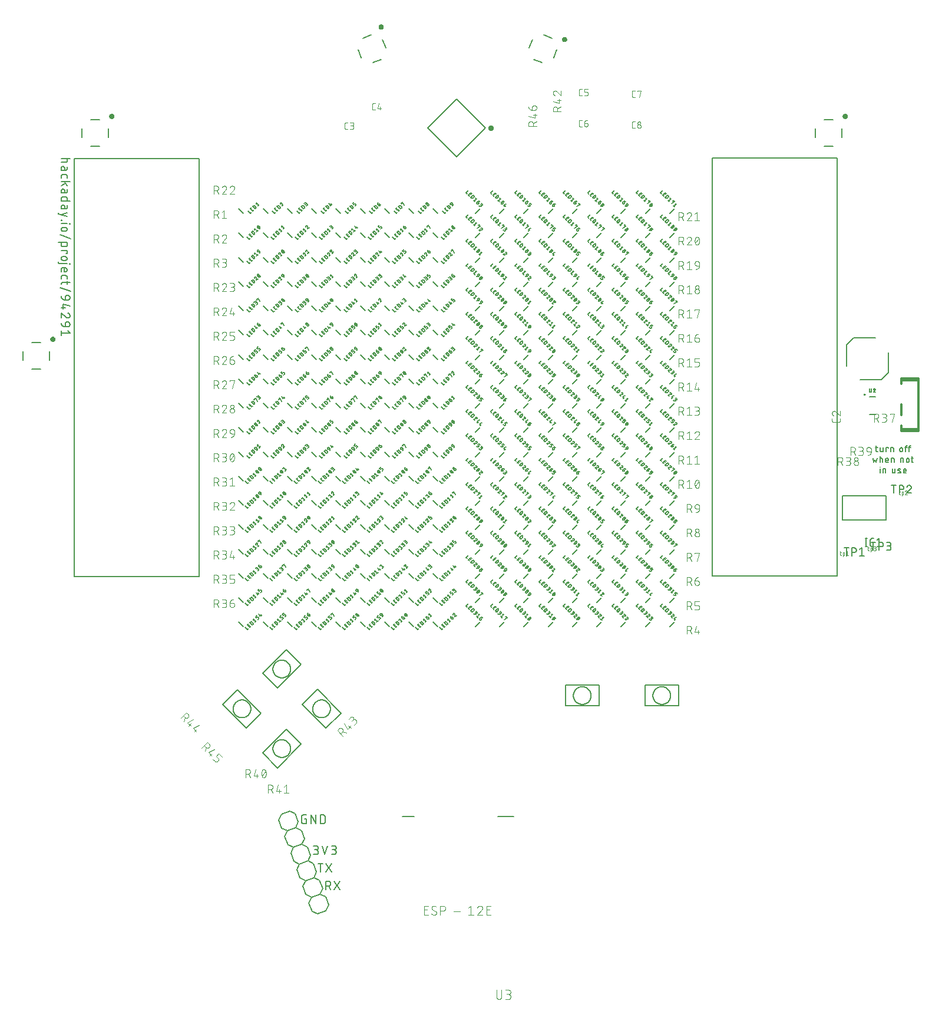
<source format=gto>
G04 EAGLE Gerber X2 export*
G75*
%MOMM*%
%FSLAX34Y34*%
%LPD*%
%AMOC8*
5,1,8,0,0,1.08239X$1,22.5*%
G01*
%ADD10C,0.127000*%
%ADD11C,0.177800*%
%ADD12C,0.050800*%
%ADD13C,0.101600*%
%ADD14C,0.203200*%
%ADD15C,0.152400*%
%ADD16C,0.076200*%
%ADD17C,0.304800*%

G36*
X639325Y1486501D02*
X639325Y1486501D01*
X639375Y1486512D01*
X639466Y1486524D01*
X640151Y1486715D01*
X640196Y1486737D01*
X640282Y1486768D01*
X640907Y1487106D01*
X640947Y1487138D01*
X641024Y1487188D01*
X641558Y1487657D01*
X641590Y1487696D01*
X641654Y1487762D01*
X642070Y1488338D01*
X642092Y1488383D01*
X642140Y1488462D01*
X642418Y1489116D01*
X642429Y1489165D01*
X642458Y1489252D01*
X642584Y1489952D01*
X642584Y1490003D01*
X642593Y1490094D01*
X642559Y1490804D01*
X642548Y1490853D01*
X642537Y1490944D01*
X642346Y1491629D01*
X642324Y1491675D01*
X642292Y1491761D01*
X641954Y1492386D01*
X641923Y1492425D01*
X641873Y1492503D01*
X641404Y1493037D01*
X641364Y1493068D01*
X641299Y1493132D01*
X640722Y1493549D01*
X640677Y1493571D01*
X640599Y1493619D01*
X639944Y1493896D01*
X639895Y1493908D01*
X639808Y1493937D01*
X639108Y1494062D01*
X639058Y1494062D01*
X638967Y1494071D01*
X638256Y1494038D01*
X638207Y1494026D01*
X638116Y1494015D01*
X637431Y1493824D01*
X637386Y1493802D01*
X637300Y1493771D01*
X636674Y1493433D01*
X636635Y1493401D01*
X636558Y1493351D01*
X636024Y1492882D01*
X635992Y1492843D01*
X635928Y1492777D01*
X635512Y1492201D01*
X635490Y1492156D01*
X635442Y1492077D01*
X635164Y1491423D01*
X635153Y1491374D01*
X635123Y1491287D01*
X634998Y1490587D01*
X634998Y1490536D01*
X634989Y1490445D01*
X635023Y1489735D01*
X635034Y1489686D01*
X635045Y1489595D01*
X635236Y1488910D01*
X635258Y1488864D01*
X635289Y1488778D01*
X635628Y1488153D01*
X635659Y1488113D01*
X635709Y1488036D01*
X636178Y1487502D01*
X636218Y1487471D01*
X636283Y1487407D01*
X636859Y1486990D01*
X636905Y1486968D01*
X636983Y1486920D01*
X637638Y1486642D01*
X637687Y1486631D01*
X637774Y1486602D01*
X638474Y1486477D01*
X638524Y1486477D01*
X638615Y1486468D01*
X639325Y1486501D01*
G37*
G36*
X902687Y1468538D02*
X902687Y1468538D01*
X902779Y1468541D01*
X903479Y1468666D01*
X903526Y1468684D01*
X903615Y1468707D01*
X904270Y1468985D01*
X904312Y1469012D01*
X904393Y1469054D01*
X904969Y1469471D01*
X905005Y1469507D01*
X905074Y1469566D01*
X905544Y1470101D01*
X905570Y1470144D01*
X905625Y1470217D01*
X905963Y1470842D01*
X905979Y1470890D01*
X906016Y1470974D01*
X906207Y1471659D01*
X906212Y1471709D01*
X906230Y1471799D01*
X906264Y1472509D01*
X906257Y1472559D01*
X906254Y1472651D01*
X906129Y1473351D01*
X906112Y1473398D01*
X906089Y1473487D01*
X905811Y1474141D01*
X905783Y1474184D01*
X905741Y1474265D01*
X905325Y1474841D01*
X905288Y1474876D01*
X905229Y1474946D01*
X904695Y1475416D01*
X904652Y1475442D01*
X904578Y1475497D01*
X903953Y1475835D01*
X903905Y1475851D01*
X903821Y1475888D01*
X903137Y1476079D01*
X903086Y1476084D01*
X902996Y1476102D01*
X902286Y1476136D01*
X902236Y1476129D01*
X902144Y1476126D01*
X901444Y1476001D01*
X901397Y1475984D01*
X901308Y1475961D01*
X900654Y1475683D01*
X900612Y1475655D01*
X900530Y1475613D01*
X899954Y1475197D01*
X899919Y1475160D01*
X899849Y1475101D01*
X899380Y1474567D01*
X899354Y1474524D01*
X899299Y1474450D01*
X898960Y1473825D01*
X898944Y1473777D01*
X898907Y1473693D01*
X898716Y1473008D01*
X898711Y1472958D01*
X898694Y1472868D01*
X898660Y1472158D01*
X898666Y1472108D01*
X898669Y1472016D01*
X898794Y1471316D01*
X898812Y1471269D01*
X898835Y1471180D01*
X899113Y1470526D01*
X899140Y1470484D01*
X899182Y1470402D01*
X899599Y1469826D01*
X899635Y1469791D01*
X899694Y1469721D01*
X900229Y1469252D01*
X900272Y1469226D01*
X900345Y1469171D01*
X900970Y1468832D01*
X901018Y1468816D01*
X901102Y1468779D01*
X901787Y1468588D01*
X901837Y1468583D01*
X901927Y1468565D01*
X902637Y1468532D01*
X902687Y1468538D01*
G37*
G36*
X1306547Y1358324D02*
X1306547Y1358324D01*
X1306595Y1358338D01*
X1306686Y1358355D01*
X1307357Y1358590D01*
X1307401Y1358615D01*
X1307485Y1358652D01*
X1308087Y1359030D01*
X1308124Y1359064D01*
X1308198Y1359119D01*
X1308700Y1359621D01*
X1308729Y1359663D01*
X1308789Y1359732D01*
X1309167Y1360334D01*
X1309186Y1360381D01*
X1309229Y1360462D01*
X1309464Y1361134D01*
X1309472Y1361184D01*
X1309495Y1361272D01*
X1309575Y1361979D01*
X1309571Y1362029D01*
X1309575Y1362121D01*
X1309495Y1362827D01*
X1309481Y1362875D01*
X1309464Y1362966D01*
X1309229Y1363637D01*
X1309204Y1363681D01*
X1309167Y1363765D01*
X1308789Y1364367D01*
X1308755Y1364404D01*
X1308700Y1364478D01*
X1308198Y1364980D01*
X1308156Y1365009D01*
X1308087Y1365069D01*
X1307485Y1365447D01*
X1307438Y1365466D01*
X1307357Y1365509D01*
X1306686Y1365744D01*
X1306636Y1365752D01*
X1306547Y1365775D01*
X1305841Y1365855D01*
X1305790Y1365851D01*
X1305699Y1365855D01*
X1304992Y1365775D01*
X1304944Y1365761D01*
X1304854Y1365744D01*
X1304182Y1365509D01*
X1304138Y1365484D01*
X1304054Y1365447D01*
X1303452Y1365069D01*
X1303415Y1365035D01*
X1303341Y1364980D01*
X1302839Y1364478D01*
X1302810Y1364436D01*
X1302750Y1364367D01*
X1302372Y1363765D01*
X1302353Y1363718D01*
X1302310Y1363637D01*
X1302075Y1362966D01*
X1302067Y1362916D01*
X1302044Y1362827D01*
X1301964Y1362121D01*
X1301968Y1362070D01*
X1301964Y1361979D01*
X1302044Y1361272D01*
X1302058Y1361224D01*
X1302075Y1361134D01*
X1302310Y1360462D01*
X1302335Y1360418D01*
X1302372Y1360334D01*
X1302750Y1359732D01*
X1302784Y1359695D01*
X1302839Y1359621D01*
X1303341Y1359119D01*
X1303383Y1359090D01*
X1303452Y1359030D01*
X1304054Y1358652D01*
X1304101Y1358633D01*
X1304182Y1358590D01*
X1304854Y1358355D01*
X1304904Y1358347D01*
X1304992Y1358324D01*
X1305699Y1358244D01*
X1305749Y1358248D01*
X1305841Y1358244D01*
X1306547Y1358324D01*
G37*
G36*
X252447Y1358324D02*
X252447Y1358324D01*
X252495Y1358338D01*
X252586Y1358355D01*
X253257Y1358590D01*
X253301Y1358615D01*
X253385Y1358652D01*
X253987Y1359030D01*
X254024Y1359064D01*
X254098Y1359119D01*
X254600Y1359621D01*
X254629Y1359663D01*
X254689Y1359732D01*
X255067Y1360334D01*
X255086Y1360381D01*
X255129Y1360462D01*
X255364Y1361134D01*
X255372Y1361184D01*
X255395Y1361272D01*
X255475Y1361979D01*
X255471Y1362029D01*
X255475Y1362121D01*
X255395Y1362827D01*
X255381Y1362875D01*
X255364Y1362966D01*
X255129Y1363637D01*
X255104Y1363681D01*
X255067Y1363765D01*
X254689Y1364367D01*
X254655Y1364404D01*
X254600Y1364478D01*
X254098Y1364980D01*
X254056Y1365009D01*
X253987Y1365069D01*
X253385Y1365447D01*
X253338Y1365466D01*
X253257Y1365509D01*
X252586Y1365744D01*
X252536Y1365752D01*
X252447Y1365775D01*
X251741Y1365855D01*
X251690Y1365851D01*
X251599Y1365855D01*
X250892Y1365775D01*
X250844Y1365761D01*
X250754Y1365744D01*
X250082Y1365509D01*
X250038Y1365484D01*
X249954Y1365447D01*
X249352Y1365069D01*
X249315Y1365035D01*
X249241Y1364980D01*
X248739Y1364478D01*
X248710Y1364436D01*
X248650Y1364367D01*
X248272Y1363765D01*
X248253Y1363718D01*
X248210Y1363637D01*
X247975Y1362966D01*
X247967Y1362916D01*
X247944Y1362827D01*
X247864Y1362121D01*
X247868Y1362070D01*
X247864Y1361979D01*
X247944Y1361272D01*
X247958Y1361224D01*
X247975Y1361134D01*
X248210Y1360462D01*
X248235Y1360418D01*
X248272Y1360334D01*
X248650Y1359732D01*
X248684Y1359695D01*
X248739Y1359621D01*
X249241Y1359119D01*
X249283Y1359090D01*
X249352Y1359030D01*
X249954Y1358652D01*
X250001Y1358633D01*
X250082Y1358590D01*
X250754Y1358355D01*
X250804Y1358347D01*
X250892Y1358324D01*
X251599Y1358244D01*
X251649Y1358248D01*
X251741Y1358244D01*
X252447Y1358324D01*
G37*
G36*
X167657Y1038094D02*
X167657Y1038094D01*
X167705Y1038108D01*
X167796Y1038125D01*
X168467Y1038360D01*
X168511Y1038385D01*
X168595Y1038422D01*
X169197Y1038800D01*
X169234Y1038834D01*
X169308Y1038889D01*
X169810Y1039391D01*
X169839Y1039433D01*
X169899Y1039502D01*
X170277Y1040104D01*
X170296Y1040151D01*
X170339Y1040232D01*
X170574Y1040904D01*
X170582Y1040954D01*
X170605Y1041042D01*
X170685Y1041749D01*
X170681Y1041799D01*
X170685Y1041891D01*
X170605Y1042597D01*
X170591Y1042645D01*
X170574Y1042736D01*
X170339Y1043407D01*
X170314Y1043451D01*
X170277Y1043535D01*
X169899Y1044137D01*
X169865Y1044174D01*
X169810Y1044248D01*
X169308Y1044750D01*
X169266Y1044779D01*
X169197Y1044839D01*
X168595Y1045217D01*
X168548Y1045236D01*
X168467Y1045279D01*
X167796Y1045514D01*
X167746Y1045522D01*
X167657Y1045545D01*
X166951Y1045625D01*
X166900Y1045621D01*
X166809Y1045625D01*
X166102Y1045545D01*
X166054Y1045531D01*
X165964Y1045514D01*
X165292Y1045279D01*
X165248Y1045254D01*
X165164Y1045217D01*
X164562Y1044839D01*
X164525Y1044805D01*
X164451Y1044750D01*
X163949Y1044248D01*
X163920Y1044206D01*
X163860Y1044137D01*
X163482Y1043535D01*
X163463Y1043488D01*
X163420Y1043407D01*
X163185Y1042736D01*
X163177Y1042686D01*
X163154Y1042597D01*
X163074Y1041891D01*
X163078Y1041840D01*
X163074Y1041749D01*
X163154Y1041042D01*
X163168Y1040994D01*
X163185Y1040904D01*
X163420Y1040232D01*
X163445Y1040188D01*
X163482Y1040104D01*
X163860Y1039502D01*
X163894Y1039465D01*
X163949Y1039391D01*
X164451Y1038889D01*
X164493Y1038860D01*
X164562Y1038800D01*
X165164Y1038422D01*
X165211Y1038403D01*
X165292Y1038360D01*
X165964Y1038125D01*
X166014Y1038117D01*
X166102Y1038094D01*
X166809Y1038014D01*
X166859Y1038018D01*
X166951Y1038014D01*
X167657Y1038094D01*
G37*
G36*
X797163Y1341454D02*
X797163Y1341454D01*
X797255Y1341461D01*
X797909Y1341610D01*
X797956Y1341630D01*
X798043Y1341657D01*
X798649Y1341948D01*
X798690Y1341978D01*
X798769Y1342024D01*
X799294Y1342443D01*
X799327Y1342481D01*
X799395Y1342543D01*
X799814Y1343068D01*
X799838Y1343113D01*
X799889Y1343189D01*
X800181Y1343794D01*
X800194Y1343843D01*
X800227Y1343928D01*
X800377Y1344583D01*
X800379Y1344633D01*
X800393Y1344724D01*
X800393Y1345396D01*
X800384Y1345446D01*
X800377Y1345537D01*
X800227Y1346192D01*
X800208Y1346238D01*
X800181Y1346326D01*
X799889Y1346931D01*
X799859Y1346972D01*
X799814Y1347052D01*
X799395Y1347577D01*
X799357Y1347610D01*
X799294Y1347677D01*
X798769Y1348096D01*
X798725Y1348120D01*
X798649Y1348172D01*
X798043Y1348463D01*
X797995Y1348477D01*
X797909Y1348510D01*
X797255Y1348659D01*
X797204Y1348662D01*
X797113Y1348675D01*
X796442Y1348675D01*
X796392Y1348666D01*
X796300Y1348659D01*
X795645Y1348510D01*
X795599Y1348490D01*
X795511Y1348463D01*
X794906Y1348172D01*
X794865Y1348142D01*
X794786Y1348096D01*
X794261Y1347677D01*
X794227Y1347639D01*
X794224Y1347636D01*
X794219Y1347633D01*
X794214Y1347627D01*
X794160Y1347577D01*
X793741Y1347052D01*
X793717Y1347007D01*
X793666Y1346931D01*
X793374Y1346326D01*
X793361Y1346277D01*
X793327Y1346192D01*
X793178Y1345537D01*
X793176Y1345487D01*
X793162Y1345396D01*
X793162Y1344724D01*
X793171Y1344674D01*
X793178Y1344583D01*
X793327Y1343928D01*
X793347Y1343882D01*
X793374Y1343794D01*
X793666Y1343189D01*
X793695Y1343148D01*
X793741Y1343068D01*
X794160Y1342543D01*
X794198Y1342510D01*
X794261Y1342443D01*
X794786Y1342024D01*
X794830Y1342000D01*
X794906Y1341948D01*
X795511Y1341657D01*
X795560Y1341643D01*
X795645Y1341610D01*
X796300Y1341461D01*
X796351Y1341458D01*
X796442Y1341445D01*
X797113Y1341445D01*
X797163Y1341454D01*
G37*
G36*
X1334074Y960651D02*
X1334074Y960651D01*
X1334075Y960653D01*
X1334077Y960652D01*
X1334460Y960811D01*
X1334461Y960813D01*
X1334462Y960812D01*
X1334791Y961065D01*
X1334791Y961067D01*
X1334793Y961067D01*
X1335046Y961396D01*
X1335045Y961398D01*
X1335047Y961398D01*
X1335206Y961781D01*
X1335205Y961783D01*
X1335207Y961784D01*
X1335261Y962195D01*
X1335260Y962196D01*
X1335259Y962197D01*
X1335261Y962198D01*
X1335207Y962609D01*
X1335205Y962611D01*
X1335206Y962612D01*
X1335047Y962995D01*
X1335045Y962996D01*
X1335046Y962998D01*
X1334793Y963327D01*
X1334791Y963327D01*
X1334791Y963329D01*
X1334462Y963581D01*
X1334460Y963581D01*
X1334460Y963583D01*
X1334077Y963741D01*
X1334075Y963740D01*
X1334074Y963742D01*
X1333663Y963796D01*
X1333661Y963795D01*
X1333660Y963796D01*
X1333249Y963742D01*
X1333247Y963740D01*
X1333246Y963741D01*
X1332863Y963583D01*
X1332862Y963581D01*
X1332860Y963581D01*
X1332531Y963329D01*
X1332531Y963327D01*
X1332529Y963327D01*
X1332277Y962998D01*
X1332277Y962996D01*
X1332275Y962995D01*
X1332117Y962612D01*
X1332118Y962610D01*
X1332116Y962609D01*
X1332062Y962198D01*
X1332063Y962197D01*
X1332062Y962195D01*
X1332116Y961784D01*
X1332118Y961783D01*
X1332117Y961781D01*
X1332275Y961398D01*
X1332277Y961397D01*
X1332277Y961396D01*
X1332529Y961067D01*
X1332531Y961067D01*
X1332531Y961065D01*
X1332860Y960812D01*
X1332862Y960813D01*
X1332863Y960811D01*
X1333246Y960652D01*
X1333248Y960653D01*
X1333249Y960651D01*
X1333660Y960597D01*
X1333661Y960599D01*
X1333663Y960597D01*
X1334074Y960651D01*
G37*
D10*
X1349285Y886202D02*
X1352248Y886202D01*
X1350273Y889165D02*
X1350273Y881757D01*
X1350272Y881757D02*
X1350274Y881682D01*
X1350280Y881607D01*
X1350289Y881533D01*
X1350302Y881459D01*
X1350319Y881386D01*
X1350340Y881313D01*
X1350364Y881242D01*
X1350392Y881173D01*
X1350423Y881104D01*
X1350458Y881038D01*
X1350496Y880973D01*
X1350538Y880910D01*
X1350582Y880850D01*
X1350630Y880792D01*
X1350680Y880736D01*
X1350733Y880683D01*
X1350789Y880633D01*
X1350847Y880585D01*
X1350907Y880541D01*
X1350970Y880499D01*
X1351035Y880461D01*
X1351101Y880426D01*
X1351170Y880395D01*
X1351239Y880367D01*
X1351310Y880343D01*
X1351383Y880322D01*
X1351456Y880305D01*
X1351530Y880292D01*
X1351604Y880283D01*
X1351679Y880277D01*
X1351754Y880275D01*
X1352248Y880275D01*
X1356201Y881757D02*
X1356201Y886202D01*
X1356201Y881757D02*
X1356203Y881682D01*
X1356209Y881607D01*
X1356218Y881533D01*
X1356231Y881459D01*
X1356248Y881386D01*
X1356269Y881313D01*
X1356293Y881242D01*
X1356321Y881173D01*
X1356352Y881104D01*
X1356387Y881038D01*
X1356425Y880973D01*
X1356467Y880910D01*
X1356511Y880850D01*
X1356559Y880792D01*
X1356609Y880736D01*
X1356662Y880683D01*
X1356718Y880633D01*
X1356776Y880585D01*
X1356836Y880541D01*
X1356899Y880499D01*
X1356964Y880461D01*
X1357030Y880426D01*
X1357099Y880395D01*
X1357168Y880367D01*
X1357239Y880343D01*
X1357312Y880322D01*
X1357385Y880305D01*
X1357459Y880292D01*
X1357533Y880283D01*
X1357608Y880277D01*
X1357683Y880275D01*
X1360152Y880275D01*
X1360152Y886202D01*
X1364803Y886202D02*
X1364803Y880275D01*
X1364803Y886202D02*
X1367767Y886202D01*
X1367767Y885214D01*
X1371136Y886202D02*
X1371136Y880275D01*
X1371136Y886202D02*
X1373605Y886202D01*
X1373680Y886200D01*
X1373755Y886194D01*
X1373829Y886185D01*
X1373903Y886172D01*
X1373976Y886155D01*
X1374049Y886134D01*
X1374120Y886110D01*
X1374189Y886082D01*
X1374258Y886051D01*
X1374324Y886016D01*
X1374389Y885978D01*
X1374452Y885936D01*
X1374512Y885892D01*
X1374570Y885844D01*
X1374626Y885794D01*
X1374679Y885741D01*
X1374729Y885685D01*
X1374777Y885627D01*
X1374821Y885567D01*
X1374863Y885504D01*
X1374901Y885439D01*
X1374936Y885373D01*
X1374967Y885304D01*
X1374995Y885235D01*
X1375019Y885164D01*
X1375040Y885091D01*
X1375057Y885018D01*
X1375070Y884944D01*
X1375079Y884870D01*
X1375085Y884795D01*
X1375087Y884720D01*
X1375087Y880275D01*
X1384242Y882251D02*
X1384242Y884226D01*
X1384244Y884313D01*
X1384250Y884401D01*
X1384259Y884488D01*
X1384273Y884574D01*
X1384290Y884660D01*
X1384311Y884744D01*
X1384336Y884828D01*
X1384365Y884911D01*
X1384397Y884992D01*
X1384432Y885072D01*
X1384471Y885150D01*
X1384514Y885227D01*
X1384560Y885301D01*
X1384609Y885373D01*
X1384661Y885443D01*
X1384717Y885511D01*
X1384775Y885576D01*
X1384836Y885639D01*
X1384900Y885698D01*
X1384967Y885755D01*
X1385035Y885809D01*
X1385107Y885860D01*
X1385180Y885907D01*
X1385255Y885952D01*
X1385333Y885993D01*
X1385412Y886030D01*
X1385492Y886064D01*
X1385574Y886094D01*
X1385657Y886121D01*
X1385742Y886144D01*
X1385827Y886163D01*
X1385913Y886178D01*
X1386000Y886190D01*
X1386087Y886198D01*
X1386174Y886202D01*
X1386262Y886202D01*
X1386349Y886198D01*
X1386436Y886190D01*
X1386523Y886178D01*
X1386609Y886163D01*
X1386694Y886144D01*
X1386779Y886121D01*
X1386862Y886094D01*
X1386944Y886064D01*
X1387024Y886030D01*
X1387103Y885993D01*
X1387181Y885952D01*
X1387256Y885907D01*
X1387329Y885860D01*
X1387401Y885809D01*
X1387469Y885755D01*
X1387536Y885698D01*
X1387600Y885639D01*
X1387661Y885576D01*
X1387719Y885511D01*
X1387775Y885443D01*
X1387827Y885373D01*
X1387876Y885301D01*
X1387922Y885227D01*
X1387965Y885150D01*
X1388004Y885072D01*
X1388039Y884992D01*
X1388071Y884911D01*
X1388100Y884828D01*
X1388125Y884744D01*
X1388146Y884660D01*
X1388163Y884574D01*
X1388177Y884488D01*
X1388186Y884401D01*
X1388192Y884313D01*
X1388194Y884226D01*
X1388193Y884226D02*
X1388193Y882251D01*
X1388194Y882251D02*
X1388192Y882164D01*
X1388186Y882076D01*
X1388177Y881989D01*
X1388163Y881903D01*
X1388146Y881817D01*
X1388125Y881733D01*
X1388100Y881649D01*
X1388071Y881566D01*
X1388039Y881485D01*
X1388004Y881405D01*
X1387965Y881327D01*
X1387922Y881250D01*
X1387876Y881176D01*
X1387827Y881104D01*
X1387775Y881034D01*
X1387719Y880966D01*
X1387661Y880901D01*
X1387600Y880838D01*
X1387536Y880779D01*
X1387469Y880722D01*
X1387401Y880668D01*
X1387329Y880617D01*
X1387256Y880570D01*
X1387181Y880525D01*
X1387103Y880484D01*
X1387024Y880447D01*
X1386944Y880413D01*
X1386862Y880383D01*
X1386779Y880356D01*
X1386694Y880333D01*
X1386609Y880314D01*
X1386523Y880299D01*
X1386436Y880287D01*
X1386349Y880279D01*
X1386262Y880275D01*
X1386174Y880275D01*
X1386087Y880279D01*
X1386000Y880287D01*
X1385913Y880299D01*
X1385827Y880314D01*
X1385742Y880333D01*
X1385657Y880356D01*
X1385574Y880383D01*
X1385492Y880413D01*
X1385412Y880447D01*
X1385333Y880484D01*
X1385255Y880525D01*
X1385180Y880570D01*
X1385107Y880617D01*
X1385035Y880668D01*
X1384967Y880722D01*
X1384900Y880779D01*
X1384836Y880838D01*
X1384775Y880901D01*
X1384717Y880966D01*
X1384661Y881034D01*
X1384609Y881104D01*
X1384560Y881176D01*
X1384514Y881250D01*
X1384471Y881327D01*
X1384432Y881405D01*
X1384397Y881485D01*
X1384365Y881566D01*
X1384336Y881649D01*
X1384311Y881733D01*
X1384290Y881817D01*
X1384273Y881903D01*
X1384259Y881989D01*
X1384250Y882076D01*
X1384244Y882164D01*
X1384242Y882251D01*
X1392638Y880275D02*
X1392638Y887683D01*
X1392640Y887758D01*
X1392646Y887833D01*
X1392655Y887907D01*
X1392668Y887981D01*
X1392685Y888054D01*
X1392706Y888127D01*
X1392730Y888198D01*
X1392758Y888267D01*
X1392789Y888336D01*
X1392824Y888402D01*
X1392862Y888467D01*
X1392904Y888530D01*
X1392948Y888590D01*
X1392996Y888648D01*
X1393046Y888704D01*
X1393099Y888757D01*
X1393155Y888807D01*
X1393213Y888855D01*
X1393273Y888899D01*
X1393336Y888941D01*
X1393401Y888979D01*
X1393467Y889014D01*
X1393536Y889045D01*
X1393605Y889073D01*
X1393676Y889097D01*
X1393749Y889118D01*
X1393822Y889135D01*
X1393896Y889148D01*
X1393970Y889157D01*
X1394045Y889163D01*
X1394120Y889165D01*
X1394613Y889165D01*
X1394613Y886202D02*
X1391650Y886202D01*
X1397819Y887683D02*
X1397819Y880275D01*
X1397819Y887683D02*
X1397821Y887758D01*
X1397827Y887833D01*
X1397836Y887907D01*
X1397849Y887981D01*
X1397866Y888054D01*
X1397887Y888127D01*
X1397911Y888198D01*
X1397939Y888267D01*
X1397970Y888336D01*
X1398005Y888402D01*
X1398043Y888467D01*
X1398085Y888530D01*
X1398129Y888590D01*
X1398177Y888648D01*
X1398227Y888704D01*
X1398280Y888757D01*
X1398336Y888807D01*
X1398394Y888855D01*
X1398454Y888899D01*
X1398517Y888941D01*
X1398582Y888979D01*
X1398648Y889014D01*
X1398717Y889045D01*
X1398786Y889073D01*
X1398857Y889097D01*
X1398930Y889118D01*
X1399003Y889135D01*
X1399077Y889148D01*
X1399151Y889157D01*
X1399226Y889163D01*
X1399301Y889165D01*
X1399795Y889165D01*
X1399795Y886202D02*
X1396832Y886202D01*
X1345390Y870962D02*
X1346872Y865035D01*
X1348354Y868986D01*
X1349835Y865035D01*
X1351317Y870962D01*
X1355522Y873925D02*
X1355522Y865035D01*
X1355522Y870962D02*
X1357991Y870962D01*
X1358066Y870960D01*
X1358141Y870954D01*
X1358215Y870945D01*
X1358289Y870932D01*
X1358362Y870915D01*
X1358435Y870894D01*
X1358506Y870870D01*
X1358575Y870842D01*
X1358644Y870811D01*
X1358710Y870776D01*
X1358775Y870738D01*
X1358838Y870696D01*
X1358898Y870652D01*
X1358956Y870604D01*
X1359012Y870554D01*
X1359065Y870501D01*
X1359115Y870445D01*
X1359163Y870387D01*
X1359207Y870327D01*
X1359249Y870264D01*
X1359287Y870199D01*
X1359322Y870133D01*
X1359353Y870064D01*
X1359381Y869995D01*
X1359405Y869924D01*
X1359426Y869851D01*
X1359443Y869778D01*
X1359456Y869704D01*
X1359465Y869630D01*
X1359471Y869555D01*
X1359473Y869480D01*
X1359473Y865035D01*
X1365233Y865035D02*
X1367703Y865035D01*
X1365233Y865035D02*
X1365158Y865037D01*
X1365083Y865043D01*
X1365009Y865052D01*
X1364935Y865065D01*
X1364862Y865082D01*
X1364789Y865103D01*
X1364718Y865127D01*
X1364649Y865155D01*
X1364580Y865186D01*
X1364514Y865221D01*
X1364449Y865259D01*
X1364386Y865301D01*
X1364326Y865345D01*
X1364268Y865393D01*
X1364212Y865443D01*
X1364159Y865496D01*
X1364109Y865552D01*
X1364061Y865610D01*
X1364017Y865670D01*
X1363975Y865733D01*
X1363937Y865798D01*
X1363902Y865864D01*
X1363871Y865933D01*
X1363843Y866002D01*
X1363819Y866073D01*
X1363798Y866146D01*
X1363781Y866219D01*
X1363768Y866293D01*
X1363759Y866367D01*
X1363753Y866442D01*
X1363751Y866517D01*
X1363751Y868986D01*
X1363753Y869073D01*
X1363759Y869161D01*
X1363768Y869248D01*
X1363782Y869334D01*
X1363799Y869420D01*
X1363820Y869504D01*
X1363845Y869588D01*
X1363874Y869671D01*
X1363906Y869752D01*
X1363941Y869832D01*
X1363980Y869910D01*
X1364023Y869987D01*
X1364069Y870061D01*
X1364118Y870133D01*
X1364170Y870203D01*
X1364226Y870271D01*
X1364284Y870336D01*
X1364345Y870399D01*
X1364409Y870458D01*
X1364476Y870515D01*
X1364544Y870569D01*
X1364616Y870620D01*
X1364689Y870667D01*
X1364764Y870712D01*
X1364842Y870753D01*
X1364921Y870790D01*
X1365001Y870824D01*
X1365083Y870854D01*
X1365166Y870881D01*
X1365251Y870904D01*
X1365336Y870923D01*
X1365422Y870938D01*
X1365509Y870950D01*
X1365596Y870958D01*
X1365683Y870962D01*
X1365771Y870962D01*
X1365858Y870958D01*
X1365945Y870950D01*
X1366032Y870938D01*
X1366118Y870923D01*
X1366203Y870904D01*
X1366288Y870881D01*
X1366371Y870854D01*
X1366453Y870824D01*
X1366533Y870790D01*
X1366612Y870753D01*
X1366690Y870712D01*
X1366765Y870667D01*
X1366838Y870620D01*
X1366910Y870569D01*
X1366978Y870515D01*
X1367045Y870458D01*
X1367109Y870399D01*
X1367170Y870336D01*
X1367228Y870271D01*
X1367284Y870203D01*
X1367336Y870133D01*
X1367385Y870061D01*
X1367431Y869987D01*
X1367474Y869910D01*
X1367513Y869832D01*
X1367548Y869752D01*
X1367580Y869671D01*
X1367609Y869588D01*
X1367634Y869504D01*
X1367655Y869420D01*
X1367672Y869334D01*
X1367686Y869248D01*
X1367695Y869161D01*
X1367701Y869073D01*
X1367703Y868986D01*
X1367703Y867998D01*
X1363751Y867998D01*
X1371981Y865035D02*
X1371981Y870962D01*
X1374450Y870962D01*
X1374525Y870960D01*
X1374600Y870954D01*
X1374674Y870945D01*
X1374748Y870932D01*
X1374821Y870915D01*
X1374894Y870894D01*
X1374965Y870870D01*
X1375034Y870842D01*
X1375103Y870811D01*
X1375169Y870776D01*
X1375234Y870738D01*
X1375297Y870696D01*
X1375357Y870652D01*
X1375415Y870604D01*
X1375471Y870554D01*
X1375524Y870501D01*
X1375574Y870445D01*
X1375622Y870387D01*
X1375666Y870327D01*
X1375708Y870264D01*
X1375746Y870199D01*
X1375781Y870133D01*
X1375812Y870064D01*
X1375840Y869995D01*
X1375864Y869924D01*
X1375885Y869851D01*
X1375902Y869778D01*
X1375915Y869704D01*
X1375924Y869630D01*
X1375930Y869555D01*
X1375932Y869480D01*
X1375932Y865035D01*
X1385392Y865035D02*
X1385392Y870962D01*
X1387862Y870962D01*
X1387937Y870960D01*
X1388012Y870954D01*
X1388086Y870945D01*
X1388160Y870932D01*
X1388233Y870915D01*
X1388306Y870894D01*
X1388377Y870870D01*
X1388446Y870842D01*
X1388515Y870811D01*
X1388581Y870776D01*
X1388646Y870738D01*
X1388709Y870696D01*
X1388769Y870652D01*
X1388827Y870604D01*
X1388883Y870554D01*
X1388936Y870501D01*
X1388986Y870445D01*
X1389034Y870387D01*
X1389078Y870327D01*
X1389120Y870264D01*
X1389158Y870199D01*
X1389193Y870133D01*
X1389224Y870064D01*
X1389252Y869995D01*
X1389276Y869924D01*
X1389297Y869851D01*
X1389314Y869778D01*
X1389327Y869704D01*
X1389336Y869630D01*
X1389342Y869555D01*
X1389344Y869480D01*
X1389343Y869480D02*
X1389343Y865035D01*
X1393622Y867011D02*
X1393622Y868986D01*
X1393621Y868986D02*
X1393623Y869073D01*
X1393629Y869161D01*
X1393638Y869248D01*
X1393652Y869334D01*
X1393669Y869420D01*
X1393690Y869504D01*
X1393715Y869588D01*
X1393744Y869671D01*
X1393776Y869752D01*
X1393811Y869832D01*
X1393850Y869910D01*
X1393893Y869987D01*
X1393939Y870061D01*
X1393988Y870133D01*
X1394040Y870203D01*
X1394096Y870271D01*
X1394154Y870336D01*
X1394215Y870399D01*
X1394279Y870458D01*
X1394346Y870515D01*
X1394414Y870569D01*
X1394486Y870620D01*
X1394559Y870667D01*
X1394634Y870712D01*
X1394712Y870753D01*
X1394791Y870790D01*
X1394871Y870824D01*
X1394953Y870854D01*
X1395036Y870881D01*
X1395121Y870904D01*
X1395206Y870923D01*
X1395292Y870938D01*
X1395379Y870950D01*
X1395466Y870958D01*
X1395553Y870962D01*
X1395641Y870962D01*
X1395728Y870958D01*
X1395815Y870950D01*
X1395902Y870938D01*
X1395988Y870923D01*
X1396073Y870904D01*
X1396158Y870881D01*
X1396241Y870854D01*
X1396323Y870824D01*
X1396403Y870790D01*
X1396482Y870753D01*
X1396560Y870712D01*
X1396635Y870667D01*
X1396708Y870620D01*
X1396780Y870569D01*
X1396848Y870515D01*
X1396915Y870458D01*
X1396979Y870399D01*
X1397040Y870336D01*
X1397098Y870271D01*
X1397154Y870203D01*
X1397206Y870133D01*
X1397255Y870061D01*
X1397301Y869987D01*
X1397344Y869910D01*
X1397383Y869832D01*
X1397418Y869752D01*
X1397450Y869671D01*
X1397479Y869588D01*
X1397504Y869504D01*
X1397525Y869420D01*
X1397542Y869334D01*
X1397556Y869248D01*
X1397565Y869161D01*
X1397571Y869073D01*
X1397573Y868986D01*
X1397573Y867011D01*
X1397571Y866924D01*
X1397565Y866836D01*
X1397556Y866749D01*
X1397542Y866663D01*
X1397525Y866577D01*
X1397504Y866493D01*
X1397479Y866409D01*
X1397450Y866326D01*
X1397418Y866245D01*
X1397383Y866165D01*
X1397344Y866087D01*
X1397301Y866010D01*
X1397255Y865936D01*
X1397206Y865864D01*
X1397154Y865794D01*
X1397098Y865726D01*
X1397040Y865661D01*
X1396979Y865598D01*
X1396915Y865539D01*
X1396848Y865482D01*
X1396780Y865428D01*
X1396708Y865377D01*
X1396635Y865330D01*
X1396560Y865285D01*
X1396482Y865244D01*
X1396403Y865207D01*
X1396323Y865173D01*
X1396241Y865143D01*
X1396158Y865116D01*
X1396073Y865093D01*
X1395988Y865074D01*
X1395902Y865059D01*
X1395815Y865047D01*
X1395728Y865039D01*
X1395641Y865035D01*
X1395553Y865035D01*
X1395466Y865039D01*
X1395379Y865047D01*
X1395292Y865059D01*
X1395206Y865074D01*
X1395121Y865093D01*
X1395036Y865116D01*
X1394953Y865143D01*
X1394871Y865173D01*
X1394791Y865207D01*
X1394712Y865244D01*
X1394634Y865285D01*
X1394559Y865330D01*
X1394486Y865377D01*
X1394414Y865428D01*
X1394346Y865482D01*
X1394279Y865539D01*
X1394215Y865598D01*
X1394154Y865661D01*
X1394096Y865726D01*
X1394040Y865794D01*
X1393988Y865864D01*
X1393939Y865936D01*
X1393893Y866010D01*
X1393850Y866087D01*
X1393811Y866165D01*
X1393776Y866245D01*
X1393744Y866326D01*
X1393715Y866409D01*
X1393690Y866493D01*
X1393669Y866577D01*
X1393652Y866663D01*
X1393638Y866749D01*
X1393629Y866836D01*
X1393623Y866924D01*
X1393621Y867011D01*
X1400727Y870962D02*
X1403690Y870962D01*
X1401714Y873925D02*
X1401714Y866517D01*
X1401716Y866442D01*
X1401722Y866367D01*
X1401731Y866293D01*
X1401744Y866219D01*
X1401761Y866146D01*
X1401782Y866073D01*
X1401806Y866002D01*
X1401834Y865933D01*
X1401865Y865864D01*
X1401900Y865798D01*
X1401938Y865733D01*
X1401980Y865670D01*
X1402024Y865610D01*
X1402072Y865552D01*
X1402122Y865496D01*
X1402175Y865443D01*
X1402231Y865393D01*
X1402289Y865345D01*
X1402349Y865301D01*
X1402412Y865259D01*
X1402477Y865221D01*
X1402543Y865186D01*
X1402612Y865155D01*
X1402681Y865127D01*
X1402752Y865103D01*
X1402825Y865082D01*
X1402898Y865065D01*
X1402972Y865052D01*
X1403046Y865043D01*
X1403121Y865037D01*
X1403196Y865035D01*
X1403690Y865035D01*
X1355845Y855722D02*
X1355845Y849795D01*
X1355598Y858191D02*
X1355598Y858685D01*
X1356092Y858685D01*
X1356092Y858191D01*
X1355598Y858191D01*
X1359965Y855722D02*
X1359965Y849795D01*
X1359965Y855722D02*
X1362435Y855722D01*
X1362510Y855720D01*
X1362585Y855714D01*
X1362659Y855705D01*
X1362733Y855692D01*
X1362806Y855675D01*
X1362879Y855654D01*
X1362950Y855630D01*
X1363019Y855602D01*
X1363088Y855571D01*
X1363154Y855536D01*
X1363219Y855498D01*
X1363282Y855456D01*
X1363342Y855412D01*
X1363400Y855364D01*
X1363456Y855314D01*
X1363509Y855261D01*
X1363559Y855205D01*
X1363607Y855147D01*
X1363651Y855087D01*
X1363693Y855024D01*
X1363731Y854959D01*
X1363766Y854893D01*
X1363797Y854824D01*
X1363825Y854755D01*
X1363849Y854684D01*
X1363870Y854611D01*
X1363887Y854538D01*
X1363900Y854464D01*
X1363909Y854390D01*
X1363915Y854315D01*
X1363917Y854240D01*
X1363917Y849795D01*
X1373377Y851277D02*
X1373377Y855722D01*
X1373376Y851277D02*
X1373378Y851202D01*
X1373384Y851127D01*
X1373393Y851053D01*
X1373406Y850979D01*
X1373423Y850906D01*
X1373444Y850833D01*
X1373468Y850762D01*
X1373496Y850693D01*
X1373527Y850624D01*
X1373562Y850558D01*
X1373600Y850493D01*
X1373642Y850430D01*
X1373686Y850370D01*
X1373734Y850312D01*
X1373784Y850256D01*
X1373837Y850203D01*
X1373893Y850153D01*
X1373951Y850105D01*
X1374011Y850061D01*
X1374074Y850019D01*
X1374139Y849981D01*
X1374205Y849946D01*
X1374274Y849915D01*
X1374343Y849887D01*
X1374414Y849863D01*
X1374487Y849842D01*
X1374560Y849825D01*
X1374634Y849812D01*
X1374708Y849803D01*
X1374783Y849797D01*
X1374858Y849795D01*
X1377328Y849795D01*
X1377328Y855722D01*
X1382347Y853252D02*
X1384816Y852264D01*
X1382346Y853252D02*
X1382281Y853280D01*
X1382217Y853312D01*
X1382156Y853347D01*
X1382096Y853386D01*
X1382039Y853427D01*
X1381984Y853473D01*
X1381931Y853521D01*
X1381881Y853571D01*
X1381835Y853625D01*
X1381791Y853681D01*
X1381750Y853739D01*
X1381713Y853800D01*
X1381679Y853862D01*
X1381649Y853927D01*
X1381622Y853993D01*
X1381599Y854060D01*
X1381580Y854128D01*
X1381564Y854198D01*
X1381553Y854268D01*
X1381545Y854338D01*
X1381541Y854409D01*
X1381542Y854481D01*
X1381546Y854552D01*
X1381554Y854622D01*
X1381566Y854692D01*
X1381582Y854762D01*
X1381601Y854830D01*
X1381625Y854897D01*
X1381652Y854963D01*
X1381683Y855027D01*
X1381717Y855089D01*
X1381755Y855149D01*
X1381796Y855208D01*
X1381840Y855263D01*
X1381887Y855317D01*
X1381937Y855367D01*
X1381990Y855415D01*
X1382045Y855459D01*
X1382103Y855501D01*
X1382163Y855539D01*
X1382224Y855574D01*
X1382288Y855606D01*
X1382354Y855633D01*
X1382421Y855657D01*
X1382489Y855678D01*
X1382558Y855694D01*
X1382628Y855707D01*
X1382698Y855716D01*
X1382769Y855721D01*
X1382840Y855722D01*
X1382841Y855721D02*
X1382984Y855718D01*
X1383128Y855710D01*
X1383270Y855699D01*
X1383413Y855684D01*
X1383555Y855666D01*
X1383697Y855643D01*
X1383838Y855618D01*
X1383978Y855588D01*
X1384117Y855556D01*
X1384256Y855519D01*
X1384393Y855479D01*
X1384530Y855436D01*
X1384665Y855389D01*
X1384800Y855338D01*
X1384932Y855285D01*
X1385064Y855228D01*
X1384817Y852264D02*
X1384882Y852236D01*
X1384946Y852204D01*
X1385007Y852169D01*
X1385067Y852130D01*
X1385124Y852089D01*
X1385179Y852043D01*
X1385232Y851995D01*
X1385282Y851945D01*
X1385328Y851891D01*
X1385372Y851835D01*
X1385413Y851777D01*
X1385450Y851716D01*
X1385484Y851654D01*
X1385514Y851589D01*
X1385541Y851523D01*
X1385564Y851456D01*
X1385583Y851388D01*
X1385599Y851318D01*
X1385610Y851248D01*
X1385618Y851178D01*
X1385622Y851107D01*
X1385621Y851035D01*
X1385617Y850964D01*
X1385609Y850894D01*
X1385597Y850824D01*
X1385581Y850754D01*
X1385562Y850686D01*
X1385538Y850619D01*
X1385511Y850553D01*
X1385480Y850489D01*
X1385446Y850427D01*
X1385408Y850367D01*
X1385367Y850308D01*
X1385323Y850253D01*
X1385276Y850199D01*
X1385226Y850149D01*
X1385173Y850101D01*
X1385118Y850057D01*
X1385060Y850015D01*
X1385000Y849977D01*
X1384939Y849942D01*
X1384875Y849910D01*
X1384809Y849883D01*
X1384742Y849859D01*
X1384674Y849838D01*
X1384605Y849822D01*
X1384535Y849809D01*
X1384465Y849800D01*
X1384394Y849795D01*
X1384323Y849794D01*
X1384322Y849795D02*
X1384124Y849800D01*
X1383926Y849810D01*
X1383729Y849824D01*
X1383532Y849844D01*
X1383335Y849867D01*
X1383139Y849896D01*
X1382944Y849929D01*
X1382749Y849967D01*
X1382556Y850009D01*
X1382363Y850056D01*
X1382172Y850108D01*
X1381982Y850163D01*
X1381793Y850224D01*
X1381606Y850289D01*
X1391013Y849795D02*
X1393482Y849795D01*
X1391013Y849795D02*
X1390938Y849797D01*
X1390863Y849803D01*
X1390789Y849812D01*
X1390715Y849825D01*
X1390642Y849842D01*
X1390569Y849863D01*
X1390498Y849887D01*
X1390429Y849915D01*
X1390360Y849946D01*
X1390294Y849981D01*
X1390229Y850019D01*
X1390166Y850061D01*
X1390106Y850105D01*
X1390048Y850153D01*
X1389992Y850203D01*
X1389939Y850256D01*
X1389889Y850312D01*
X1389841Y850370D01*
X1389797Y850430D01*
X1389755Y850493D01*
X1389717Y850558D01*
X1389682Y850624D01*
X1389651Y850693D01*
X1389623Y850762D01*
X1389599Y850833D01*
X1389578Y850906D01*
X1389561Y850979D01*
X1389548Y851053D01*
X1389539Y851127D01*
X1389533Y851202D01*
X1389531Y851277D01*
X1389531Y853746D01*
X1389530Y853746D02*
X1389532Y853833D01*
X1389538Y853921D01*
X1389547Y854008D01*
X1389561Y854094D01*
X1389578Y854180D01*
X1389599Y854264D01*
X1389624Y854348D01*
X1389653Y854431D01*
X1389685Y854512D01*
X1389720Y854592D01*
X1389759Y854670D01*
X1389802Y854747D01*
X1389848Y854821D01*
X1389897Y854893D01*
X1389949Y854963D01*
X1390005Y855031D01*
X1390063Y855096D01*
X1390124Y855159D01*
X1390188Y855218D01*
X1390255Y855275D01*
X1390323Y855329D01*
X1390395Y855380D01*
X1390468Y855427D01*
X1390543Y855472D01*
X1390621Y855513D01*
X1390700Y855550D01*
X1390780Y855584D01*
X1390862Y855614D01*
X1390945Y855641D01*
X1391030Y855664D01*
X1391115Y855683D01*
X1391201Y855698D01*
X1391288Y855710D01*
X1391375Y855718D01*
X1391462Y855722D01*
X1391550Y855722D01*
X1391637Y855718D01*
X1391724Y855710D01*
X1391811Y855698D01*
X1391897Y855683D01*
X1391982Y855664D01*
X1392067Y855641D01*
X1392150Y855614D01*
X1392232Y855584D01*
X1392312Y855550D01*
X1392391Y855513D01*
X1392469Y855472D01*
X1392544Y855427D01*
X1392617Y855380D01*
X1392689Y855329D01*
X1392757Y855275D01*
X1392824Y855218D01*
X1392888Y855159D01*
X1392949Y855096D01*
X1393007Y855031D01*
X1393063Y854963D01*
X1393115Y854893D01*
X1393164Y854821D01*
X1393210Y854747D01*
X1393253Y854670D01*
X1393292Y854592D01*
X1393327Y854512D01*
X1393359Y854431D01*
X1393388Y854348D01*
X1393413Y854264D01*
X1393434Y854180D01*
X1393451Y854094D01*
X1393465Y854008D01*
X1393474Y853921D01*
X1393480Y853833D01*
X1393482Y853746D01*
X1393482Y852758D01*
X1389531Y852758D01*
D11*
X551610Y288963D02*
X551610Y276517D01*
X548153Y288963D02*
X555067Y288963D01*
X567707Y288963D02*
X559410Y276517D01*
X567707Y276517D02*
X559410Y288963D01*
X559209Y263563D02*
X559209Y251117D01*
X559209Y263563D02*
X562666Y263563D01*
X562783Y263561D01*
X562899Y263555D01*
X563016Y263545D01*
X563132Y263531D01*
X563247Y263514D01*
X563362Y263492D01*
X563476Y263467D01*
X563589Y263438D01*
X563701Y263404D01*
X563812Y263368D01*
X563921Y263327D01*
X564029Y263283D01*
X564136Y263235D01*
X564241Y263184D01*
X564344Y263129D01*
X564445Y263070D01*
X564544Y263008D01*
X564641Y262943D01*
X564736Y262875D01*
X564828Y262804D01*
X564918Y262729D01*
X565005Y262651D01*
X565090Y262571D01*
X565172Y262488D01*
X565251Y262402D01*
X565327Y262313D01*
X565400Y262222D01*
X565470Y262129D01*
X565536Y262033D01*
X565600Y261935D01*
X565660Y261834D01*
X565717Y261732D01*
X565770Y261628D01*
X565819Y261523D01*
X565865Y261415D01*
X565908Y261307D01*
X565947Y261196D01*
X565981Y261085D01*
X566013Y260973D01*
X566040Y260859D01*
X566064Y260745D01*
X566083Y260629D01*
X566099Y260514D01*
X566111Y260398D01*
X566119Y260281D01*
X566123Y260164D01*
X566123Y260048D01*
X566119Y259931D01*
X566111Y259814D01*
X566099Y259698D01*
X566083Y259583D01*
X566064Y259467D01*
X566040Y259353D01*
X566013Y259239D01*
X565981Y259127D01*
X565947Y259016D01*
X565908Y258905D01*
X565865Y258797D01*
X565819Y258689D01*
X565770Y258584D01*
X565717Y258480D01*
X565660Y258377D01*
X565600Y258277D01*
X565536Y258179D01*
X565470Y258083D01*
X565400Y257990D01*
X565327Y257899D01*
X565251Y257810D01*
X565172Y257724D01*
X565090Y257641D01*
X565005Y257561D01*
X564918Y257483D01*
X564828Y257408D01*
X564736Y257337D01*
X564641Y257269D01*
X564544Y257204D01*
X564445Y257142D01*
X564344Y257083D01*
X564241Y257028D01*
X564136Y256977D01*
X564029Y256929D01*
X563921Y256885D01*
X563812Y256844D01*
X563701Y256808D01*
X563589Y256774D01*
X563476Y256745D01*
X563362Y256720D01*
X563247Y256698D01*
X563132Y256681D01*
X563016Y256667D01*
X562899Y256657D01*
X562783Y256651D01*
X562666Y256649D01*
X559209Y256649D01*
X563358Y256649D02*
X566124Y251117D01*
X571214Y251117D02*
X579511Y263563D01*
X571214Y263563D02*
X579511Y251117D01*
X545128Y301917D02*
X541671Y301917D01*
X545128Y301917D02*
X545245Y301919D01*
X545361Y301925D01*
X545478Y301935D01*
X545594Y301949D01*
X545709Y301966D01*
X545824Y301988D01*
X545938Y302013D01*
X546051Y302042D01*
X546163Y302076D01*
X546274Y302112D01*
X546383Y302153D01*
X546491Y302197D01*
X546598Y302245D01*
X546703Y302296D01*
X546806Y302351D01*
X546907Y302410D01*
X547006Y302472D01*
X547103Y302537D01*
X547198Y302605D01*
X547290Y302676D01*
X547380Y302751D01*
X547467Y302829D01*
X547552Y302909D01*
X547634Y302992D01*
X547713Y303078D01*
X547789Y303167D01*
X547862Y303258D01*
X547932Y303351D01*
X547998Y303447D01*
X548062Y303545D01*
X548122Y303646D01*
X548179Y303748D01*
X548232Y303852D01*
X548281Y303957D01*
X548327Y304065D01*
X548370Y304173D01*
X548409Y304284D01*
X548443Y304395D01*
X548475Y304507D01*
X548502Y304621D01*
X548526Y304735D01*
X548545Y304851D01*
X548561Y304966D01*
X548573Y305082D01*
X548581Y305199D01*
X548585Y305316D01*
X548585Y305432D01*
X548581Y305549D01*
X548573Y305666D01*
X548561Y305782D01*
X548545Y305897D01*
X548526Y306013D01*
X548502Y306127D01*
X548475Y306241D01*
X548443Y306353D01*
X548409Y306464D01*
X548370Y306575D01*
X548327Y306683D01*
X548281Y306791D01*
X548232Y306896D01*
X548179Y307000D01*
X548122Y307103D01*
X548062Y307203D01*
X547998Y307301D01*
X547932Y307397D01*
X547862Y307490D01*
X547789Y307581D01*
X547713Y307670D01*
X547634Y307756D01*
X547552Y307839D01*
X547467Y307919D01*
X547380Y307997D01*
X547290Y308072D01*
X547198Y308143D01*
X547103Y308211D01*
X547006Y308276D01*
X546907Y308338D01*
X546806Y308397D01*
X546703Y308452D01*
X546598Y308503D01*
X546491Y308551D01*
X546383Y308595D01*
X546274Y308636D01*
X546163Y308672D01*
X546051Y308706D01*
X545938Y308735D01*
X545824Y308760D01*
X545709Y308782D01*
X545594Y308799D01*
X545478Y308813D01*
X545361Y308823D01*
X545245Y308829D01*
X545128Y308831D01*
X545820Y314363D02*
X541671Y314363D01*
X545820Y314363D02*
X545923Y314361D01*
X546027Y314355D01*
X546130Y314346D01*
X546232Y314332D01*
X546334Y314315D01*
X546435Y314294D01*
X546536Y314269D01*
X546635Y314240D01*
X546734Y314208D01*
X546831Y314172D01*
X546926Y314132D01*
X547020Y314089D01*
X547112Y314042D01*
X547203Y313992D01*
X547292Y313939D01*
X547378Y313882D01*
X547463Y313823D01*
X547545Y313760D01*
X547624Y313694D01*
X547701Y313625D01*
X547776Y313553D01*
X547848Y313478D01*
X547917Y313401D01*
X547983Y313322D01*
X548046Y313240D01*
X548105Y313155D01*
X548162Y313069D01*
X548215Y312980D01*
X548265Y312889D01*
X548312Y312797D01*
X548355Y312703D01*
X548395Y312608D01*
X548431Y312511D01*
X548463Y312412D01*
X548492Y312313D01*
X548517Y312212D01*
X548538Y312111D01*
X548555Y312009D01*
X548569Y311907D01*
X548578Y311804D01*
X548584Y311700D01*
X548586Y311597D01*
X548584Y311494D01*
X548578Y311390D01*
X548569Y311287D01*
X548555Y311185D01*
X548538Y311083D01*
X548517Y310982D01*
X548492Y310881D01*
X548463Y310782D01*
X548431Y310683D01*
X548395Y310586D01*
X548355Y310491D01*
X548312Y310397D01*
X548265Y310305D01*
X548215Y310214D01*
X548162Y310125D01*
X548105Y310039D01*
X548046Y309954D01*
X547983Y309872D01*
X547917Y309793D01*
X547848Y309716D01*
X547776Y309641D01*
X547701Y309569D01*
X547624Y309500D01*
X547545Y309434D01*
X547463Y309371D01*
X547378Y309312D01*
X547292Y309255D01*
X547203Y309202D01*
X547112Y309152D01*
X547020Y309105D01*
X546926Y309062D01*
X546831Y309022D01*
X546734Y308986D01*
X546635Y308954D01*
X546536Y308925D01*
X546435Y308900D01*
X546334Y308879D01*
X546232Y308862D01*
X546130Y308848D01*
X546027Y308839D01*
X545923Y308833D01*
X545820Y308831D01*
X543054Y308831D01*
X553781Y314363D02*
X557930Y301917D01*
X562079Y314363D01*
X567274Y301917D02*
X570732Y301917D01*
X570849Y301919D01*
X570965Y301925D01*
X571082Y301935D01*
X571198Y301949D01*
X571313Y301966D01*
X571428Y301988D01*
X571542Y302013D01*
X571655Y302042D01*
X571767Y302076D01*
X571878Y302112D01*
X571987Y302153D01*
X572095Y302197D01*
X572202Y302245D01*
X572307Y302296D01*
X572410Y302351D01*
X572511Y302410D01*
X572610Y302472D01*
X572707Y302537D01*
X572802Y302605D01*
X572894Y302676D01*
X572984Y302751D01*
X573071Y302829D01*
X573156Y302909D01*
X573238Y302992D01*
X573317Y303078D01*
X573393Y303167D01*
X573466Y303258D01*
X573536Y303351D01*
X573602Y303447D01*
X573666Y303545D01*
X573726Y303646D01*
X573783Y303748D01*
X573836Y303852D01*
X573885Y303957D01*
X573931Y304065D01*
X573974Y304173D01*
X574013Y304284D01*
X574047Y304395D01*
X574079Y304507D01*
X574106Y304621D01*
X574130Y304735D01*
X574149Y304851D01*
X574165Y304966D01*
X574177Y305082D01*
X574185Y305199D01*
X574189Y305316D01*
X574189Y305432D01*
X574185Y305549D01*
X574177Y305666D01*
X574165Y305782D01*
X574149Y305897D01*
X574130Y306013D01*
X574106Y306127D01*
X574079Y306241D01*
X574047Y306353D01*
X574013Y306464D01*
X573974Y306575D01*
X573931Y306683D01*
X573885Y306791D01*
X573836Y306896D01*
X573783Y307000D01*
X573726Y307103D01*
X573666Y307203D01*
X573602Y307301D01*
X573536Y307397D01*
X573466Y307490D01*
X573393Y307581D01*
X573317Y307670D01*
X573238Y307756D01*
X573156Y307839D01*
X573071Y307919D01*
X572984Y307997D01*
X572894Y308072D01*
X572802Y308143D01*
X572707Y308211D01*
X572610Y308276D01*
X572511Y308338D01*
X572410Y308397D01*
X572307Y308452D01*
X572202Y308503D01*
X572095Y308551D01*
X571987Y308595D01*
X571878Y308636D01*
X571767Y308672D01*
X571655Y308706D01*
X571542Y308735D01*
X571428Y308760D01*
X571313Y308782D01*
X571198Y308799D01*
X571082Y308813D01*
X570965Y308823D01*
X570849Y308829D01*
X570732Y308831D01*
X571423Y314363D02*
X567274Y314363D01*
X571423Y314363D02*
X571526Y314361D01*
X571630Y314355D01*
X571733Y314346D01*
X571835Y314332D01*
X571937Y314315D01*
X572038Y314294D01*
X572139Y314269D01*
X572238Y314240D01*
X572337Y314208D01*
X572434Y314172D01*
X572529Y314132D01*
X572623Y314089D01*
X572715Y314042D01*
X572806Y313992D01*
X572895Y313939D01*
X572981Y313882D01*
X573066Y313823D01*
X573148Y313760D01*
X573227Y313694D01*
X573304Y313625D01*
X573379Y313553D01*
X573451Y313478D01*
X573520Y313401D01*
X573586Y313322D01*
X573649Y313240D01*
X573708Y313155D01*
X573765Y313069D01*
X573818Y312980D01*
X573868Y312889D01*
X573915Y312797D01*
X573958Y312703D01*
X573998Y312608D01*
X574034Y312511D01*
X574066Y312412D01*
X574095Y312313D01*
X574120Y312212D01*
X574141Y312111D01*
X574158Y312009D01*
X574172Y311907D01*
X574181Y311804D01*
X574187Y311700D01*
X574189Y311597D01*
X574187Y311494D01*
X574181Y311390D01*
X574172Y311287D01*
X574158Y311185D01*
X574141Y311083D01*
X574120Y310982D01*
X574095Y310881D01*
X574066Y310782D01*
X574034Y310683D01*
X573998Y310586D01*
X573958Y310491D01*
X573915Y310397D01*
X573868Y310305D01*
X573818Y310214D01*
X573765Y310125D01*
X573708Y310039D01*
X573649Y309954D01*
X573586Y309872D01*
X573520Y309793D01*
X573451Y309716D01*
X573379Y309641D01*
X573304Y309569D01*
X573227Y309500D01*
X573148Y309434D01*
X573066Y309371D01*
X572981Y309312D01*
X572895Y309255D01*
X572806Y309202D01*
X572715Y309152D01*
X572623Y309105D01*
X572529Y309062D01*
X572434Y309022D01*
X572337Y308986D01*
X572238Y308954D01*
X572139Y308925D01*
X572038Y308900D01*
X571937Y308879D01*
X571835Y308862D01*
X571733Y308848D01*
X571630Y308839D01*
X571526Y308833D01*
X571423Y308831D01*
X568657Y308831D01*
X531222Y353281D02*
X529148Y353281D01*
X531222Y353281D02*
X531222Y346367D01*
X527074Y346367D01*
X526971Y346369D01*
X526867Y346375D01*
X526764Y346384D01*
X526662Y346398D01*
X526560Y346415D01*
X526459Y346436D01*
X526358Y346461D01*
X526259Y346490D01*
X526160Y346522D01*
X526063Y346558D01*
X525968Y346598D01*
X525874Y346641D01*
X525782Y346688D01*
X525691Y346738D01*
X525602Y346791D01*
X525516Y346848D01*
X525431Y346907D01*
X525349Y346970D01*
X525270Y347036D01*
X525193Y347105D01*
X525118Y347177D01*
X525046Y347252D01*
X524977Y347329D01*
X524911Y347408D01*
X524848Y347490D01*
X524789Y347575D01*
X524732Y347661D01*
X524679Y347750D01*
X524629Y347841D01*
X524582Y347933D01*
X524539Y348027D01*
X524499Y348122D01*
X524463Y348219D01*
X524431Y348318D01*
X524402Y348417D01*
X524377Y348518D01*
X524356Y348619D01*
X524339Y348721D01*
X524325Y348823D01*
X524316Y348926D01*
X524310Y349030D01*
X524308Y349133D01*
X524308Y356047D01*
X524310Y356150D01*
X524316Y356254D01*
X524325Y356357D01*
X524339Y356459D01*
X524356Y356561D01*
X524377Y356662D01*
X524402Y356763D01*
X524431Y356862D01*
X524463Y356961D01*
X524499Y357058D01*
X524539Y357153D01*
X524582Y357247D01*
X524629Y357339D01*
X524679Y357430D01*
X524732Y357519D01*
X524789Y357605D01*
X524848Y357689D01*
X524911Y357772D01*
X524977Y357851D01*
X525046Y357928D01*
X525118Y358003D01*
X525193Y358075D01*
X525270Y358144D01*
X525349Y358210D01*
X525431Y358273D01*
X525516Y358332D01*
X525602Y358389D01*
X525691Y358442D01*
X525782Y358492D01*
X525874Y358539D01*
X525968Y358582D01*
X526063Y358622D01*
X526160Y358658D01*
X526259Y358690D01*
X526358Y358719D01*
X526458Y358744D01*
X526560Y358765D01*
X526662Y358782D01*
X526764Y358796D01*
X526867Y358805D01*
X526971Y358811D01*
X527074Y358813D01*
X531222Y358813D01*
X537963Y358813D02*
X537963Y346367D01*
X544877Y346367D02*
X537963Y358813D01*
X544877Y358813D02*
X544877Y346367D01*
X551618Y346367D02*
X551618Y358813D01*
X555075Y358813D01*
X555191Y358811D01*
X555306Y358805D01*
X555421Y358796D01*
X555536Y358782D01*
X555650Y358765D01*
X555764Y358744D01*
X555876Y358719D01*
X555988Y358690D01*
X556099Y358658D01*
X556209Y358622D01*
X556317Y358582D01*
X556425Y358539D01*
X556530Y358492D01*
X556634Y358441D01*
X556736Y358388D01*
X556837Y358330D01*
X556935Y358270D01*
X557031Y358206D01*
X557126Y358139D01*
X557217Y358069D01*
X557307Y357996D01*
X557394Y357920D01*
X557478Y357841D01*
X557560Y357759D01*
X557639Y357675D01*
X557715Y357588D01*
X557788Y357498D01*
X557858Y357407D01*
X557925Y357312D01*
X557989Y357216D01*
X558049Y357118D01*
X558107Y357017D01*
X558160Y356915D01*
X558211Y356811D01*
X558258Y356706D01*
X558301Y356598D01*
X558341Y356490D01*
X558377Y356380D01*
X558409Y356269D01*
X558438Y356157D01*
X558463Y356045D01*
X558484Y355931D01*
X558501Y355817D01*
X558515Y355702D01*
X558524Y355587D01*
X558530Y355471D01*
X558532Y355356D01*
X558532Y349824D01*
X558530Y349708D01*
X558524Y349593D01*
X558515Y349478D01*
X558501Y349363D01*
X558484Y349249D01*
X558463Y349135D01*
X558438Y349023D01*
X558409Y348911D01*
X558377Y348800D01*
X558341Y348690D01*
X558301Y348582D01*
X558258Y348474D01*
X558211Y348369D01*
X558160Y348265D01*
X558107Y348163D01*
X558049Y348062D01*
X557989Y347964D01*
X557925Y347868D01*
X557858Y347773D01*
X557788Y347682D01*
X557715Y347592D01*
X557639Y347505D01*
X557560Y347421D01*
X557478Y347339D01*
X557394Y347260D01*
X557307Y347184D01*
X557217Y347111D01*
X557126Y347041D01*
X557031Y346974D01*
X556935Y346910D01*
X556837Y346850D01*
X556736Y346792D01*
X556634Y346739D01*
X556530Y346688D01*
X556425Y346641D01*
X556317Y346598D01*
X556209Y346558D01*
X556099Y346522D01*
X555988Y346490D01*
X555876Y346461D01*
X555764Y346436D01*
X555650Y346415D01*
X555536Y346398D01*
X555421Y346384D01*
X555306Y346375D01*
X555191Y346369D01*
X555075Y346367D01*
X551618Y346367D01*
X191535Y1301567D02*
X179089Y1301567D01*
X187386Y1301567D02*
X187386Y1298110D01*
X187384Y1298022D01*
X187379Y1297934D01*
X187369Y1297847D01*
X187356Y1297759D01*
X187339Y1297673D01*
X187319Y1297587D01*
X187295Y1297503D01*
X187268Y1297419D01*
X187236Y1297337D01*
X187202Y1297256D01*
X187164Y1297176D01*
X187123Y1297099D01*
X187078Y1297023D01*
X187030Y1296949D01*
X186979Y1296877D01*
X186926Y1296807D01*
X186869Y1296740D01*
X186809Y1296675D01*
X186747Y1296613D01*
X186682Y1296553D01*
X186615Y1296496D01*
X186545Y1296443D01*
X186473Y1296392D01*
X186399Y1296344D01*
X186323Y1296299D01*
X186246Y1296258D01*
X186166Y1296220D01*
X186085Y1296186D01*
X186003Y1296154D01*
X185919Y1296127D01*
X185835Y1296103D01*
X185749Y1296083D01*
X185663Y1296066D01*
X185575Y1296053D01*
X185488Y1296043D01*
X185400Y1296038D01*
X185312Y1296036D01*
X185312Y1296035D02*
X179089Y1296035D01*
X183929Y1287710D02*
X183929Y1284598D01*
X183929Y1287710D02*
X183927Y1287807D01*
X183921Y1287905D01*
X183911Y1288002D01*
X183898Y1288098D01*
X183880Y1288194D01*
X183859Y1288289D01*
X183833Y1288383D01*
X183804Y1288476D01*
X183772Y1288568D01*
X183735Y1288659D01*
X183695Y1288747D01*
X183652Y1288835D01*
X183605Y1288920D01*
X183554Y1289003D01*
X183501Y1289085D01*
X183444Y1289164D01*
X183384Y1289241D01*
X183320Y1289315D01*
X183254Y1289386D01*
X183185Y1289455D01*
X183114Y1289521D01*
X183040Y1289585D01*
X182963Y1289645D01*
X182884Y1289702D01*
X182802Y1289755D01*
X182719Y1289806D01*
X182634Y1289853D01*
X182546Y1289896D01*
X182458Y1289936D01*
X182367Y1289973D01*
X182275Y1290005D01*
X182182Y1290034D01*
X182088Y1290060D01*
X181993Y1290081D01*
X181897Y1290099D01*
X181801Y1290112D01*
X181704Y1290122D01*
X181606Y1290128D01*
X181509Y1290130D01*
X181412Y1290128D01*
X181314Y1290122D01*
X181217Y1290112D01*
X181121Y1290099D01*
X181025Y1290081D01*
X180930Y1290060D01*
X180836Y1290034D01*
X180743Y1290005D01*
X180651Y1289973D01*
X180560Y1289936D01*
X180472Y1289896D01*
X180384Y1289853D01*
X180299Y1289806D01*
X180216Y1289755D01*
X180134Y1289702D01*
X180055Y1289645D01*
X179978Y1289585D01*
X179904Y1289521D01*
X179833Y1289455D01*
X179764Y1289386D01*
X179698Y1289315D01*
X179634Y1289241D01*
X179574Y1289164D01*
X179517Y1289085D01*
X179464Y1289003D01*
X179413Y1288920D01*
X179366Y1288835D01*
X179323Y1288747D01*
X179283Y1288659D01*
X179246Y1288568D01*
X179214Y1288476D01*
X179185Y1288383D01*
X179159Y1288289D01*
X179138Y1288194D01*
X179120Y1288098D01*
X179107Y1288002D01*
X179097Y1287905D01*
X179091Y1287807D01*
X179089Y1287710D01*
X179089Y1284598D01*
X185312Y1284598D01*
X185312Y1284599D02*
X185400Y1284601D01*
X185488Y1284606D01*
X185575Y1284616D01*
X185663Y1284629D01*
X185749Y1284646D01*
X185835Y1284666D01*
X185919Y1284690D01*
X186003Y1284717D01*
X186085Y1284749D01*
X186166Y1284783D01*
X186246Y1284821D01*
X186323Y1284862D01*
X186399Y1284907D01*
X186473Y1284955D01*
X186545Y1285006D01*
X186615Y1285059D01*
X186682Y1285116D01*
X186747Y1285176D01*
X186809Y1285238D01*
X186869Y1285303D01*
X186926Y1285370D01*
X186979Y1285440D01*
X187030Y1285512D01*
X187078Y1285586D01*
X187123Y1285662D01*
X187164Y1285739D01*
X187202Y1285819D01*
X187236Y1285900D01*
X187268Y1285982D01*
X187295Y1286066D01*
X187319Y1286150D01*
X187339Y1286236D01*
X187356Y1286322D01*
X187369Y1286410D01*
X187379Y1286497D01*
X187384Y1286585D01*
X187386Y1286673D01*
X187386Y1289438D01*
X179089Y1276431D02*
X179089Y1273665D01*
X179089Y1276431D02*
X179091Y1276519D01*
X179096Y1276607D01*
X179106Y1276694D01*
X179119Y1276782D01*
X179136Y1276868D01*
X179156Y1276954D01*
X179180Y1277038D01*
X179207Y1277122D01*
X179239Y1277204D01*
X179273Y1277285D01*
X179311Y1277365D01*
X179352Y1277442D01*
X179397Y1277518D01*
X179445Y1277592D01*
X179496Y1277664D01*
X179549Y1277734D01*
X179606Y1277801D01*
X179666Y1277866D01*
X179728Y1277928D01*
X179793Y1277988D01*
X179860Y1278045D01*
X179930Y1278098D01*
X180002Y1278149D01*
X180076Y1278197D01*
X180152Y1278242D01*
X180229Y1278283D01*
X180309Y1278321D01*
X180390Y1278355D01*
X180472Y1278387D01*
X180556Y1278414D01*
X180640Y1278438D01*
X180726Y1278458D01*
X180812Y1278475D01*
X180900Y1278488D01*
X180987Y1278498D01*
X181075Y1278503D01*
X181163Y1278505D01*
X185312Y1278505D01*
X185400Y1278503D01*
X185488Y1278498D01*
X185575Y1278488D01*
X185663Y1278475D01*
X185749Y1278458D01*
X185835Y1278438D01*
X185919Y1278414D01*
X186003Y1278387D01*
X186085Y1278355D01*
X186166Y1278321D01*
X186246Y1278283D01*
X186323Y1278242D01*
X186399Y1278197D01*
X186473Y1278149D01*
X186545Y1278098D01*
X186615Y1278045D01*
X186682Y1277988D01*
X186747Y1277928D01*
X186809Y1277866D01*
X186869Y1277801D01*
X186926Y1277734D01*
X186979Y1277664D01*
X187030Y1277592D01*
X187078Y1277518D01*
X187123Y1277442D01*
X187164Y1277365D01*
X187202Y1277285D01*
X187236Y1277204D01*
X187268Y1277122D01*
X187295Y1277038D01*
X187319Y1276954D01*
X187339Y1276868D01*
X187356Y1276782D01*
X187369Y1276694D01*
X187379Y1276607D01*
X187384Y1276519D01*
X187386Y1276431D01*
X187386Y1273665D01*
X191535Y1268088D02*
X179089Y1268088D01*
X183238Y1268088D02*
X187386Y1262557D01*
X184966Y1265668D02*
X179089Y1262557D01*
X183929Y1255279D02*
X183929Y1252168D01*
X183929Y1255279D02*
X183927Y1255376D01*
X183921Y1255474D01*
X183911Y1255571D01*
X183898Y1255667D01*
X183880Y1255763D01*
X183859Y1255858D01*
X183833Y1255952D01*
X183804Y1256045D01*
X183772Y1256137D01*
X183735Y1256228D01*
X183695Y1256316D01*
X183652Y1256404D01*
X183605Y1256489D01*
X183554Y1256572D01*
X183501Y1256654D01*
X183444Y1256733D01*
X183384Y1256810D01*
X183320Y1256884D01*
X183254Y1256955D01*
X183185Y1257024D01*
X183114Y1257090D01*
X183040Y1257154D01*
X182963Y1257214D01*
X182884Y1257271D01*
X182802Y1257324D01*
X182719Y1257375D01*
X182634Y1257422D01*
X182546Y1257465D01*
X182458Y1257505D01*
X182367Y1257542D01*
X182275Y1257574D01*
X182182Y1257603D01*
X182088Y1257629D01*
X181993Y1257650D01*
X181897Y1257668D01*
X181801Y1257681D01*
X181704Y1257691D01*
X181606Y1257697D01*
X181509Y1257699D01*
X181412Y1257697D01*
X181314Y1257691D01*
X181217Y1257681D01*
X181121Y1257668D01*
X181025Y1257650D01*
X180930Y1257629D01*
X180836Y1257603D01*
X180743Y1257574D01*
X180651Y1257542D01*
X180560Y1257505D01*
X180472Y1257465D01*
X180384Y1257422D01*
X180299Y1257375D01*
X180216Y1257324D01*
X180134Y1257271D01*
X180055Y1257214D01*
X179978Y1257154D01*
X179904Y1257090D01*
X179833Y1257024D01*
X179764Y1256955D01*
X179698Y1256884D01*
X179634Y1256810D01*
X179574Y1256733D01*
X179517Y1256654D01*
X179464Y1256572D01*
X179413Y1256489D01*
X179366Y1256404D01*
X179323Y1256316D01*
X179283Y1256228D01*
X179246Y1256137D01*
X179214Y1256045D01*
X179185Y1255952D01*
X179159Y1255858D01*
X179138Y1255763D01*
X179120Y1255667D01*
X179107Y1255571D01*
X179097Y1255474D01*
X179091Y1255376D01*
X179089Y1255279D01*
X179089Y1252168D01*
X185312Y1252168D01*
X185400Y1252170D01*
X185488Y1252175D01*
X185575Y1252185D01*
X185663Y1252198D01*
X185749Y1252215D01*
X185835Y1252235D01*
X185919Y1252259D01*
X186003Y1252286D01*
X186085Y1252318D01*
X186166Y1252352D01*
X186246Y1252390D01*
X186323Y1252431D01*
X186399Y1252476D01*
X186473Y1252524D01*
X186545Y1252575D01*
X186615Y1252628D01*
X186682Y1252685D01*
X186747Y1252745D01*
X186809Y1252807D01*
X186869Y1252872D01*
X186926Y1252939D01*
X186979Y1253009D01*
X187030Y1253081D01*
X187078Y1253155D01*
X187123Y1253231D01*
X187164Y1253308D01*
X187202Y1253388D01*
X187236Y1253469D01*
X187268Y1253551D01*
X187295Y1253635D01*
X187319Y1253719D01*
X187339Y1253805D01*
X187356Y1253891D01*
X187369Y1253979D01*
X187379Y1254066D01*
X187384Y1254154D01*
X187386Y1254242D01*
X187386Y1257008D01*
X191535Y1240646D02*
X179089Y1240646D01*
X179089Y1244103D01*
X179091Y1244191D01*
X179096Y1244279D01*
X179106Y1244366D01*
X179119Y1244454D01*
X179136Y1244540D01*
X179156Y1244626D01*
X179180Y1244710D01*
X179207Y1244794D01*
X179239Y1244876D01*
X179273Y1244957D01*
X179311Y1245037D01*
X179352Y1245114D01*
X179397Y1245190D01*
X179445Y1245264D01*
X179496Y1245336D01*
X179549Y1245406D01*
X179606Y1245473D01*
X179666Y1245538D01*
X179728Y1245600D01*
X179793Y1245660D01*
X179860Y1245717D01*
X179930Y1245770D01*
X180002Y1245821D01*
X180076Y1245869D01*
X180152Y1245914D01*
X180229Y1245955D01*
X180309Y1245993D01*
X180390Y1246027D01*
X180472Y1246059D01*
X180556Y1246086D01*
X180640Y1246110D01*
X180726Y1246130D01*
X180812Y1246147D01*
X180900Y1246160D01*
X180987Y1246170D01*
X181075Y1246175D01*
X181163Y1246177D01*
X181163Y1246178D02*
X185312Y1246178D01*
X185312Y1246177D02*
X185400Y1246175D01*
X185488Y1246170D01*
X185575Y1246160D01*
X185663Y1246147D01*
X185749Y1246130D01*
X185835Y1246110D01*
X185919Y1246086D01*
X186003Y1246059D01*
X186085Y1246027D01*
X186166Y1245993D01*
X186246Y1245955D01*
X186323Y1245914D01*
X186399Y1245869D01*
X186473Y1245821D01*
X186545Y1245770D01*
X186615Y1245717D01*
X186682Y1245660D01*
X186747Y1245600D01*
X186809Y1245538D01*
X186869Y1245473D01*
X186926Y1245406D01*
X186979Y1245336D01*
X187030Y1245264D01*
X187078Y1245190D01*
X187123Y1245114D01*
X187164Y1245037D01*
X187202Y1244957D01*
X187236Y1244876D01*
X187268Y1244794D01*
X187295Y1244710D01*
X187319Y1244626D01*
X187339Y1244540D01*
X187356Y1244454D01*
X187369Y1244366D01*
X187379Y1244279D01*
X187384Y1244191D01*
X187386Y1244103D01*
X187386Y1240646D01*
X183929Y1232236D02*
X183929Y1229125D01*
X183929Y1232236D02*
X183927Y1232333D01*
X183921Y1232431D01*
X183911Y1232528D01*
X183898Y1232624D01*
X183880Y1232720D01*
X183859Y1232815D01*
X183833Y1232909D01*
X183804Y1233002D01*
X183772Y1233094D01*
X183735Y1233185D01*
X183695Y1233273D01*
X183652Y1233361D01*
X183605Y1233446D01*
X183554Y1233529D01*
X183501Y1233611D01*
X183444Y1233690D01*
X183384Y1233767D01*
X183320Y1233841D01*
X183254Y1233912D01*
X183185Y1233981D01*
X183114Y1234047D01*
X183040Y1234111D01*
X182963Y1234171D01*
X182884Y1234228D01*
X182802Y1234281D01*
X182719Y1234332D01*
X182634Y1234379D01*
X182546Y1234422D01*
X182458Y1234462D01*
X182367Y1234499D01*
X182275Y1234531D01*
X182182Y1234560D01*
X182088Y1234586D01*
X181993Y1234607D01*
X181897Y1234625D01*
X181801Y1234638D01*
X181704Y1234648D01*
X181606Y1234654D01*
X181509Y1234656D01*
X181412Y1234654D01*
X181314Y1234648D01*
X181217Y1234638D01*
X181121Y1234625D01*
X181025Y1234607D01*
X180930Y1234586D01*
X180836Y1234560D01*
X180743Y1234531D01*
X180651Y1234499D01*
X180560Y1234462D01*
X180472Y1234422D01*
X180384Y1234379D01*
X180299Y1234332D01*
X180216Y1234281D01*
X180134Y1234228D01*
X180055Y1234171D01*
X179978Y1234111D01*
X179904Y1234047D01*
X179833Y1233981D01*
X179764Y1233912D01*
X179698Y1233841D01*
X179634Y1233767D01*
X179574Y1233690D01*
X179517Y1233611D01*
X179464Y1233529D01*
X179413Y1233446D01*
X179366Y1233361D01*
X179323Y1233273D01*
X179283Y1233185D01*
X179246Y1233094D01*
X179214Y1233002D01*
X179185Y1232909D01*
X179159Y1232815D01*
X179138Y1232720D01*
X179120Y1232624D01*
X179107Y1232528D01*
X179097Y1232431D01*
X179091Y1232333D01*
X179089Y1232236D01*
X179089Y1229125D01*
X185312Y1229125D01*
X185400Y1229127D01*
X185488Y1229132D01*
X185575Y1229142D01*
X185663Y1229155D01*
X185749Y1229172D01*
X185835Y1229192D01*
X185919Y1229216D01*
X186003Y1229243D01*
X186085Y1229275D01*
X186166Y1229309D01*
X186246Y1229347D01*
X186323Y1229388D01*
X186399Y1229433D01*
X186473Y1229481D01*
X186545Y1229532D01*
X186615Y1229585D01*
X186682Y1229642D01*
X186747Y1229702D01*
X186809Y1229764D01*
X186869Y1229829D01*
X186926Y1229896D01*
X186979Y1229966D01*
X187030Y1230038D01*
X187078Y1230112D01*
X187123Y1230188D01*
X187164Y1230265D01*
X187202Y1230345D01*
X187236Y1230426D01*
X187268Y1230508D01*
X187295Y1230592D01*
X187319Y1230676D01*
X187339Y1230762D01*
X187356Y1230848D01*
X187369Y1230936D01*
X187379Y1231023D01*
X187384Y1231111D01*
X187386Y1231199D01*
X187386Y1233965D01*
X174940Y1223477D02*
X174940Y1222094D01*
X187386Y1217946D01*
X187386Y1223477D02*
X179089Y1220711D01*
X179089Y1213376D02*
X179780Y1213376D01*
X179780Y1212685D01*
X179089Y1212685D01*
X179089Y1213376D01*
X179089Y1207910D02*
X187386Y1207910D01*
X190844Y1208255D02*
X191535Y1208255D01*
X191535Y1207564D01*
X190844Y1207564D01*
X190844Y1208255D01*
X184621Y1202568D02*
X181855Y1202568D01*
X184621Y1202568D02*
X184724Y1202566D01*
X184828Y1202560D01*
X184931Y1202551D01*
X185033Y1202537D01*
X185135Y1202520D01*
X185236Y1202499D01*
X185337Y1202474D01*
X185436Y1202445D01*
X185535Y1202413D01*
X185632Y1202377D01*
X185727Y1202337D01*
X185821Y1202294D01*
X185913Y1202247D01*
X186004Y1202197D01*
X186093Y1202144D01*
X186179Y1202087D01*
X186264Y1202028D01*
X186346Y1201965D01*
X186425Y1201899D01*
X186502Y1201830D01*
X186577Y1201758D01*
X186649Y1201683D01*
X186718Y1201606D01*
X186784Y1201527D01*
X186847Y1201445D01*
X186906Y1201360D01*
X186963Y1201274D01*
X187016Y1201185D01*
X187066Y1201094D01*
X187113Y1201002D01*
X187156Y1200908D01*
X187196Y1200813D01*
X187232Y1200716D01*
X187264Y1200617D01*
X187293Y1200518D01*
X187318Y1200417D01*
X187339Y1200316D01*
X187356Y1200214D01*
X187370Y1200112D01*
X187379Y1200009D01*
X187385Y1199905D01*
X187387Y1199802D01*
X187385Y1199699D01*
X187379Y1199595D01*
X187370Y1199492D01*
X187356Y1199390D01*
X187339Y1199288D01*
X187318Y1199187D01*
X187293Y1199086D01*
X187264Y1198987D01*
X187232Y1198888D01*
X187196Y1198791D01*
X187156Y1198696D01*
X187113Y1198602D01*
X187066Y1198510D01*
X187016Y1198419D01*
X186963Y1198330D01*
X186906Y1198244D01*
X186847Y1198159D01*
X186784Y1198077D01*
X186718Y1197998D01*
X186649Y1197921D01*
X186577Y1197846D01*
X186502Y1197774D01*
X186425Y1197705D01*
X186346Y1197639D01*
X186264Y1197576D01*
X186179Y1197517D01*
X186093Y1197460D01*
X186004Y1197407D01*
X185913Y1197357D01*
X185821Y1197310D01*
X185727Y1197267D01*
X185632Y1197227D01*
X185535Y1197191D01*
X185436Y1197159D01*
X185337Y1197130D01*
X185236Y1197105D01*
X185135Y1197084D01*
X185033Y1197067D01*
X184931Y1197053D01*
X184828Y1197044D01*
X184724Y1197038D01*
X184621Y1197036D01*
X181855Y1197036D01*
X181752Y1197038D01*
X181648Y1197044D01*
X181545Y1197053D01*
X181443Y1197067D01*
X181341Y1197084D01*
X181240Y1197105D01*
X181139Y1197130D01*
X181040Y1197159D01*
X180941Y1197191D01*
X180844Y1197227D01*
X180749Y1197267D01*
X180655Y1197310D01*
X180563Y1197357D01*
X180472Y1197407D01*
X180383Y1197460D01*
X180297Y1197517D01*
X180212Y1197576D01*
X180130Y1197639D01*
X180051Y1197705D01*
X179974Y1197774D01*
X179899Y1197846D01*
X179827Y1197921D01*
X179758Y1197998D01*
X179692Y1198077D01*
X179629Y1198159D01*
X179570Y1198244D01*
X179513Y1198330D01*
X179460Y1198419D01*
X179410Y1198510D01*
X179363Y1198602D01*
X179320Y1198696D01*
X179280Y1198791D01*
X179244Y1198888D01*
X179212Y1198987D01*
X179183Y1199086D01*
X179158Y1199187D01*
X179137Y1199288D01*
X179120Y1199390D01*
X179106Y1199492D01*
X179097Y1199595D01*
X179091Y1199699D01*
X179089Y1199802D01*
X179091Y1199905D01*
X179097Y1200009D01*
X179106Y1200112D01*
X179120Y1200214D01*
X179137Y1200316D01*
X179158Y1200417D01*
X179183Y1200518D01*
X179212Y1200617D01*
X179244Y1200716D01*
X179280Y1200813D01*
X179320Y1200908D01*
X179363Y1201002D01*
X179410Y1201094D01*
X179460Y1201185D01*
X179513Y1201274D01*
X179570Y1201360D01*
X179629Y1201445D01*
X179692Y1201527D01*
X179758Y1201606D01*
X179827Y1201683D01*
X179899Y1201758D01*
X179974Y1201830D01*
X180051Y1201899D01*
X180130Y1201965D01*
X180212Y1202028D01*
X180297Y1202087D01*
X180383Y1202144D01*
X180472Y1202197D01*
X180563Y1202247D01*
X180655Y1202294D01*
X180749Y1202337D01*
X180844Y1202377D01*
X180941Y1202413D01*
X181040Y1202445D01*
X181139Y1202474D01*
X181240Y1202499D01*
X181341Y1202520D01*
X181443Y1202537D01*
X181545Y1202551D01*
X181648Y1202560D01*
X181752Y1202566D01*
X181855Y1202568D01*
X177706Y1191900D02*
X192918Y1186368D01*
X187386Y1180721D02*
X174940Y1180721D01*
X187386Y1180721D02*
X187386Y1177263D01*
X187384Y1177175D01*
X187379Y1177087D01*
X187369Y1177000D01*
X187356Y1176912D01*
X187339Y1176826D01*
X187319Y1176740D01*
X187295Y1176656D01*
X187268Y1176572D01*
X187236Y1176490D01*
X187202Y1176409D01*
X187164Y1176329D01*
X187123Y1176252D01*
X187078Y1176176D01*
X187030Y1176102D01*
X186979Y1176030D01*
X186926Y1175960D01*
X186869Y1175893D01*
X186809Y1175828D01*
X186747Y1175766D01*
X186682Y1175706D01*
X186615Y1175649D01*
X186545Y1175596D01*
X186473Y1175545D01*
X186399Y1175497D01*
X186323Y1175452D01*
X186246Y1175411D01*
X186166Y1175373D01*
X186085Y1175339D01*
X186003Y1175307D01*
X185919Y1175280D01*
X185835Y1175256D01*
X185749Y1175236D01*
X185663Y1175219D01*
X185575Y1175206D01*
X185488Y1175196D01*
X185400Y1175191D01*
X185312Y1175189D01*
X181163Y1175189D01*
X181075Y1175191D01*
X180987Y1175196D01*
X180900Y1175206D01*
X180812Y1175219D01*
X180726Y1175236D01*
X180640Y1175256D01*
X180556Y1175280D01*
X180472Y1175307D01*
X180390Y1175339D01*
X180309Y1175373D01*
X180229Y1175411D01*
X180152Y1175452D01*
X180076Y1175497D01*
X180002Y1175545D01*
X179930Y1175596D01*
X179860Y1175649D01*
X179793Y1175706D01*
X179728Y1175766D01*
X179666Y1175828D01*
X179606Y1175893D01*
X179549Y1175960D01*
X179496Y1176030D01*
X179445Y1176102D01*
X179397Y1176176D01*
X179352Y1176252D01*
X179311Y1176329D01*
X179273Y1176409D01*
X179239Y1176490D01*
X179207Y1176572D01*
X179180Y1176656D01*
X179156Y1176740D01*
X179136Y1176826D01*
X179119Y1176912D01*
X179106Y1177000D01*
X179096Y1177087D01*
X179091Y1177175D01*
X179089Y1177263D01*
X179089Y1180721D01*
X179089Y1169188D02*
X187386Y1169188D01*
X187386Y1165040D01*
X186003Y1165040D01*
X184621Y1160749D02*
X181855Y1160749D01*
X184621Y1160750D02*
X184724Y1160748D01*
X184828Y1160742D01*
X184931Y1160733D01*
X185033Y1160719D01*
X185135Y1160702D01*
X185236Y1160681D01*
X185337Y1160656D01*
X185436Y1160627D01*
X185535Y1160595D01*
X185632Y1160559D01*
X185727Y1160519D01*
X185821Y1160476D01*
X185913Y1160429D01*
X186004Y1160379D01*
X186093Y1160326D01*
X186179Y1160269D01*
X186264Y1160210D01*
X186346Y1160147D01*
X186425Y1160081D01*
X186502Y1160012D01*
X186577Y1159940D01*
X186649Y1159865D01*
X186718Y1159788D01*
X186784Y1159709D01*
X186847Y1159627D01*
X186906Y1159542D01*
X186963Y1159456D01*
X187016Y1159367D01*
X187066Y1159276D01*
X187113Y1159184D01*
X187156Y1159090D01*
X187196Y1158995D01*
X187232Y1158898D01*
X187264Y1158799D01*
X187293Y1158700D01*
X187318Y1158599D01*
X187339Y1158498D01*
X187356Y1158396D01*
X187370Y1158294D01*
X187379Y1158191D01*
X187385Y1158087D01*
X187387Y1157984D01*
X187385Y1157881D01*
X187379Y1157777D01*
X187370Y1157674D01*
X187356Y1157572D01*
X187339Y1157470D01*
X187318Y1157369D01*
X187293Y1157268D01*
X187264Y1157169D01*
X187232Y1157070D01*
X187196Y1156973D01*
X187156Y1156878D01*
X187113Y1156784D01*
X187066Y1156692D01*
X187016Y1156601D01*
X186963Y1156512D01*
X186906Y1156426D01*
X186847Y1156341D01*
X186784Y1156259D01*
X186718Y1156180D01*
X186649Y1156103D01*
X186577Y1156028D01*
X186502Y1155956D01*
X186425Y1155887D01*
X186346Y1155821D01*
X186264Y1155758D01*
X186179Y1155699D01*
X186093Y1155642D01*
X186004Y1155589D01*
X185913Y1155539D01*
X185821Y1155492D01*
X185727Y1155449D01*
X185632Y1155409D01*
X185535Y1155373D01*
X185436Y1155341D01*
X185337Y1155312D01*
X185236Y1155287D01*
X185135Y1155266D01*
X185033Y1155249D01*
X184931Y1155235D01*
X184828Y1155226D01*
X184724Y1155220D01*
X184621Y1155218D01*
X181855Y1155218D01*
X181752Y1155220D01*
X181648Y1155226D01*
X181545Y1155235D01*
X181443Y1155249D01*
X181341Y1155266D01*
X181240Y1155287D01*
X181139Y1155312D01*
X181040Y1155341D01*
X180941Y1155373D01*
X180844Y1155409D01*
X180749Y1155449D01*
X180655Y1155492D01*
X180563Y1155539D01*
X180472Y1155589D01*
X180383Y1155642D01*
X180297Y1155699D01*
X180212Y1155758D01*
X180130Y1155821D01*
X180051Y1155887D01*
X179974Y1155956D01*
X179899Y1156028D01*
X179827Y1156103D01*
X179758Y1156180D01*
X179692Y1156259D01*
X179629Y1156341D01*
X179570Y1156426D01*
X179513Y1156512D01*
X179460Y1156601D01*
X179410Y1156692D01*
X179363Y1156784D01*
X179320Y1156878D01*
X179280Y1156973D01*
X179244Y1157070D01*
X179212Y1157169D01*
X179183Y1157268D01*
X179158Y1157369D01*
X179137Y1157470D01*
X179120Y1157572D01*
X179106Y1157674D01*
X179097Y1157777D01*
X179091Y1157881D01*
X179089Y1157984D01*
X179091Y1158087D01*
X179097Y1158191D01*
X179106Y1158294D01*
X179120Y1158396D01*
X179137Y1158498D01*
X179158Y1158599D01*
X179183Y1158700D01*
X179212Y1158799D01*
X179244Y1158898D01*
X179280Y1158995D01*
X179320Y1159090D01*
X179363Y1159184D01*
X179410Y1159276D01*
X179460Y1159367D01*
X179513Y1159456D01*
X179570Y1159542D01*
X179629Y1159627D01*
X179692Y1159709D01*
X179758Y1159788D01*
X179827Y1159865D01*
X179899Y1159940D01*
X179974Y1160012D01*
X180051Y1160081D01*
X180130Y1160147D01*
X180212Y1160210D01*
X180297Y1160269D01*
X180383Y1160326D01*
X180472Y1160379D01*
X180563Y1160429D01*
X180655Y1160476D01*
X180749Y1160519D01*
X180844Y1160559D01*
X180941Y1160595D01*
X181040Y1160627D01*
X181139Y1160656D01*
X181240Y1160681D01*
X181341Y1160702D01*
X181443Y1160719D01*
X181545Y1160733D01*
X181648Y1160742D01*
X181752Y1160748D01*
X181855Y1160750D01*
X177015Y1150159D02*
X187386Y1150159D01*
X177015Y1150160D02*
X176925Y1150162D01*
X176834Y1150168D01*
X176744Y1150178D01*
X176655Y1150192D01*
X176566Y1150209D01*
X176478Y1150231D01*
X176391Y1150256D01*
X176306Y1150285D01*
X176221Y1150318D01*
X176139Y1150354D01*
X176057Y1150394D01*
X175978Y1150438D01*
X175901Y1150485D01*
X175825Y1150535D01*
X175752Y1150589D01*
X175682Y1150645D01*
X175614Y1150705D01*
X175548Y1150767D01*
X175486Y1150833D01*
X175426Y1150901D01*
X175370Y1150971D01*
X175316Y1151044D01*
X175266Y1151120D01*
X175219Y1151197D01*
X175175Y1151276D01*
X175135Y1151357D01*
X175099Y1151440D01*
X175066Y1151525D01*
X175037Y1151610D01*
X175012Y1151697D01*
X174990Y1151785D01*
X174973Y1151874D01*
X174959Y1151963D01*
X174949Y1152053D01*
X174943Y1152143D01*
X174941Y1152234D01*
X174940Y1152234D02*
X174940Y1152925D01*
X190844Y1150505D02*
X191535Y1150505D01*
X191535Y1149814D01*
X190844Y1149814D01*
X190844Y1150505D01*
X179089Y1142460D02*
X179089Y1139002D01*
X179089Y1142460D02*
X179091Y1142548D01*
X179096Y1142636D01*
X179106Y1142723D01*
X179119Y1142811D01*
X179136Y1142897D01*
X179156Y1142983D01*
X179180Y1143067D01*
X179207Y1143151D01*
X179239Y1143233D01*
X179273Y1143314D01*
X179311Y1143394D01*
X179352Y1143471D01*
X179397Y1143547D01*
X179445Y1143621D01*
X179496Y1143693D01*
X179549Y1143763D01*
X179606Y1143830D01*
X179666Y1143895D01*
X179728Y1143957D01*
X179793Y1144017D01*
X179860Y1144074D01*
X179930Y1144127D01*
X180002Y1144178D01*
X180076Y1144226D01*
X180152Y1144271D01*
X180229Y1144312D01*
X180309Y1144350D01*
X180390Y1144384D01*
X180472Y1144416D01*
X180556Y1144443D01*
X180640Y1144467D01*
X180726Y1144487D01*
X180812Y1144504D01*
X180900Y1144517D01*
X180987Y1144527D01*
X181075Y1144532D01*
X181163Y1144534D01*
X184621Y1144534D01*
X184724Y1144532D01*
X184828Y1144526D01*
X184931Y1144517D01*
X185033Y1144503D01*
X185135Y1144486D01*
X185236Y1144465D01*
X185337Y1144440D01*
X185436Y1144411D01*
X185535Y1144379D01*
X185632Y1144343D01*
X185727Y1144303D01*
X185821Y1144260D01*
X185913Y1144213D01*
X186004Y1144163D01*
X186093Y1144110D01*
X186179Y1144053D01*
X186264Y1143994D01*
X186346Y1143931D01*
X186425Y1143865D01*
X186502Y1143796D01*
X186577Y1143724D01*
X186649Y1143649D01*
X186718Y1143572D01*
X186784Y1143493D01*
X186847Y1143411D01*
X186906Y1143326D01*
X186963Y1143240D01*
X187016Y1143151D01*
X187066Y1143060D01*
X187113Y1142968D01*
X187156Y1142874D01*
X187196Y1142779D01*
X187232Y1142682D01*
X187264Y1142583D01*
X187293Y1142484D01*
X187318Y1142383D01*
X187339Y1142282D01*
X187356Y1142180D01*
X187370Y1142078D01*
X187379Y1141975D01*
X187385Y1141871D01*
X187387Y1141768D01*
X187385Y1141665D01*
X187379Y1141561D01*
X187370Y1141458D01*
X187356Y1141356D01*
X187339Y1141254D01*
X187318Y1141153D01*
X187293Y1141052D01*
X187264Y1140953D01*
X187232Y1140854D01*
X187196Y1140757D01*
X187156Y1140662D01*
X187113Y1140568D01*
X187066Y1140476D01*
X187016Y1140385D01*
X186963Y1140296D01*
X186906Y1140210D01*
X186847Y1140125D01*
X186784Y1140043D01*
X186718Y1139964D01*
X186649Y1139887D01*
X186577Y1139812D01*
X186502Y1139740D01*
X186425Y1139671D01*
X186346Y1139605D01*
X186264Y1139542D01*
X186179Y1139483D01*
X186093Y1139426D01*
X186004Y1139373D01*
X185913Y1139323D01*
X185821Y1139276D01*
X185727Y1139233D01*
X185632Y1139193D01*
X185535Y1139157D01*
X185436Y1139125D01*
X185337Y1139096D01*
X185236Y1139071D01*
X185135Y1139050D01*
X185033Y1139033D01*
X184931Y1139019D01*
X184828Y1139010D01*
X184724Y1139004D01*
X184621Y1139002D01*
X183238Y1139002D01*
X183238Y1144534D01*
X179089Y1131346D02*
X179089Y1128580D01*
X179089Y1131346D02*
X179091Y1131434D01*
X179096Y1131522D01*
X179106Y1131609D01*
X179119Y1131697D01*
X179136Y1131783D01*
X179156Y1131869D01*
X179180Y1131953D01*
X179207Y1132037D01*
X179239Y1132119D01*
X179273Y1132200D01*
X179311Y1132280D01*
X179352Y1132357D01*
X179397Y1132433D01*
X179445Y1132507D01*
X179496Y1132579D01*
X179549Y1132649D01*
X179606Y1132716D01*
X179666Y1132781D01*
X179728Y1132843D01*
X179793Y1132903D01*
X179860Y1132960D01*
X179930Y1133013D01*
X180002Y1133064D01*
X180076Y1133112D01*
X180152Y1133157D01*
X180229Y1133198D01*
X180309Y1133236D01*
X180390Y1133270D01*
X180472Y1133302D01*
X180556Y1133329D01*
X180640Y1133353D01*
X180726Y1133373D01*
X180812Y1133390D01*
X180900Y1133403D01*
X180987Y1133413D01*
X181075Y1133418D01*
X181163Y1133420D01*
X185312Y1133420D01*
X185400Y1133418D01*
X185488Y1133413D01*
X185575Y1133403D01*
X185663Y1133390D01*
X185749Y1133373D01*
X185835Y1133353D01*
X185919Y1133329D01*
X186003Y1133302D01*
X186085Y1133270D01*
X186166Y1133236D01*
X186246Y1133198D01*
X186323Y1133157D01*
X186399Y1133112D01*
X186473Y1133064D01*
X186545Y1133013D01*
X186615Y1132960D01*
X186682Y1132903D01*
X186747Y1132843D01*
X186809Y1132781D01*
X186869Y1132716D01*
X186926Y1132649D01*
X186979Y1132579D01*
X187030Y1132507D01*
X187078Y1132433D01*
X187123Y1132357D01*
X187164Y1132280D01*
X187202Y1132200D01*
X187236Y1132119D01*
X187268Y1132037D01*
X187295Y1131953D01*
X187319Y1131869D01*
X187339Y1131783D01*
X187356Y1131697D01*
X187369Y1131609D01*
X187379Y1131522D01*
X187384Y1131434D01*
X187386Y1131346D01*
X187386Y1128580D01*
X187386Y1124773D02*
X187386Y1120624D01*
X191535Y1123390D02*
X181163Y1123390D01*
X181075Y1123388D01*
X180987Y1123383D01*
X180900Y1123373D01*
X180812Y1123360D01*
X180726Y1123343D01*
X180640Y1123323D01*
X180556Y1123299D01*
X180472Y1123272D01*
X180390Y1123240D01*
X180309Y1123206D01*
X180229Y1123168D01*
X180152Y1123127D01*
X180076Y1123082D01*
X180002Y1123034D01*
X179930Y1122983D01*
X179860Y1122930D01*
X179793Y1122873D01*
X179728Y1122813D01*
X179666Y1122751D01*
X179606Y1122686D01*
X179549Y1122619D01*
X179496Y1122549D01*
X179445Y1122477D01*
X179397Y1122403D01*
X179352Y1122327D01*
X179311Y1122250D01*
X179273Y1122170D01*
X179239Y1122089D01*
X179207Y1122007D01*
X179180Y1121923D01*
X179156Y1121839D01*
X179136Y1121753D01*
X179119Y1121667D01*
X179106Y1121579D01*
X179096Y1121492D01*
X179091Y1121404D01*
X179089Y1121316D01*
X179089Y1120624D01*
X177706Y1115944D02*
X192918Y1110412D01*
X184621Y1102348D02*
X184621Y1098199D01*
X184620Y1102348D02*
X184622Y1102451D01*
X184628Y1102555D01*
X184637Y1102658D01*
X184651Y1102760D01*
X184668Y1102862D01*
X184689Y1102963D01*
X184714Y1103064D01*
X184743Y1103163D01*
X184775Y1103262D01*
X184811Y1103359D01*
X184851Y1103454D01*
X184894Y1103548D01*
X184941Y1103640D01*
X184991Y1103731D01*
X185044Y1103820D01*
X185101Y1103906D01*
X185160Y1103991D01*
X185223Y1104073D01*
X185289Y1104152D01*
X185358Y1104229D01*
X185430Y1104304D01*
X185505Y1104376D01*
X185582Y1104445D01*
X185661Y1104511D01*
X185744Y1104574D01*
X185828Y1104633D01*
X185914Y1104690D01*
X186003Y1104743D01*
X186094Y1104793D01*
X186186Y1104840D01*
X186280Y1104883D01*
X186375Y1104923D01*
X186472Y1104959D01*
X186571Y1104991D01*
X186670Y1105020D01*
X186771Y1105045D01*
X186872Y1105066D01*
X186974Y1105083D01*
X187076Y1105097D01*
X187179Y1105106D01*
X187283Y1105112D01*
X187386Y1105114D01*
X188078Y1105114D01*
X188195Y1105112D01*
X188311Y1105106D01*
X188428Y1105096D01*
X188544Y1105082D01*
X188659Y1105065D01*
X188774Y1105043D01*
X188888Y1105018D01*
X189001Y1104989D01*
X189113Y1104955D01*
X189224Y1104919D01*
X189333Y1104878D01*
X189441Y1104834D01*
X189548Y1104786D01*
X189653Y1104735D01*
X189756Y1104680D01*
X189857Y1104621D01*
X189956Y1104559D01*
X190053Y1104494D01*
X190148Y1104426D01*
X190240Y1104355D01*
X190330Y1104280D01*
X190417Y1104202D01*
X190502Y1104122D01*
X190584Y1104039D01*
X190663Y1103953D01*
X190739Y1103864D01*
X190812Y1103773D01*
X190882Y1103680D01*
X190948Y1103584D01*
X191012Y1103486D01*
X191072Y1103386D01*
X191129Y1103283D01*
X191182Y1103179D01*
X191231Y1103074D01*
X191277Y1102966D01*
X191320Y1102858D01*
X191359Y1102747D01*
X191393Y1102636D01*
X191425Y1102524D01*
X191452Y1102410D01*
X191476Y1102296D01*
X191495Y1102180D01*
X191511Y1102065D01*
X191523Y1101949D01*
X191531Y1101832D01*
X191535Y1101715D01*
X191535Y1101599D01*
X191531Y1101482D01*
X191523Y1101365D01*
X191511Y1101249D01*
X191495Y1101134D01*
X191476Y1101018D01*
X191452Y1100904D01*
X191425Y1100790D01*
X191393Y1100678D01*
X191359Y1100567D01*
X191320Y1100456D01*
X191277Y1100348D01*
X191231Y1100240D01*
X191182Y1100135D01*
X191129Y1100031D01*
X191072Y1099929D01*
X191012Y1099828D01*
X190948Y1099730D01*
X190882Y1099634D01*
X190812Y1099541D01*
X190739Y1099450D01*
X190663Y1099361D01*
X190584Y1099275D01*
X190502Y1099192D01*
X190417Y1099112D01*
X190330Y1099034D01*
X190240Y1098959D01*
X190148Y1098888D01*
X190053Y1098820D01*
X189956Y1098755D01*
X189857Y1098693D01*
X189756Y1098634D01*
X189653Y1098579D01*
X189548Y1098528D01*
X189441Y1098480D01*
X189333Y1098436D01*
X189224Y1098395D01*
X189113Y1098359D01*
X189001Y1098325D01*
X188888Y1098296D01*
X188774Y1098271D01*
X188659Y1098249D01*
X188544Y1098232D01*
X188428Y1098218D01*
X188311Y1098208D01*
X188195Y1098202D01*
X188078Y1098200D01*
X188078Y1098199D02*
X184621Y1098199D01*
X184474Y1098201D01*
X184327Y1098207D01*
X184180Y1098217D01*
X184033Y1098230D01*
X183887Y1098248D01*
X183741Y1098269D01*
X183596Y1098295D01*
X183452Y1098324D01*
X183308Y1098357D01*
X183166Y1098394D01*
X183024Y1098435D01*
X182884Y1098479D01*
X182744Y1098527D01*
X182606Y1098579D01*
X182470Y1098634D01*
X182335Y1098693D01*
X182202Y1098756D01*
X182070Y1098822D01*
X181940Y1098892D01*
X181813Y1098965D01*
X181687Y1099041D01*
X181563Y1099121D01*
X181441Y1099204D01*
X181322Y1099290D01*
X181205Y1099380D01*
X181090Y1099472D01*
X180978Y1099568D01*
X180869Y1099666D01*
X180762Y1099768D01*
X180658Y1099872D01*
X180556Y1099979D01*
X180458Y1100088D01*
X180362Y1100200D01*
X180270Y1100315D01*
X180180Y1100432D01*
X180094Y1100551D01*
X180011Y1100673D01*
X179931Y1100797D01*
X179855Y1100923D01*
X179782Y1101050D01*
X179712Y1101180D01*
X179646Y1101312D01*
X179583Y1101445D01*
X179524Y1101580D01*
X179469Y1101716D01*
X179417Y1101854D01*
X179369Y1101994D01*
X179325Y1102134D01*
X179284Y1102276D01*
X179247Y1102418D01*
X179214Y1102562D01*
X179185Y1102706D01*
X179159Y1102851D01*
X179138Y1102997D01*
X179120Y1103143D01*
X179107Y1103290D01*
X179097Y1103437D01*
X179091Y1103584D01*
X179089Y1103731D01*
X181855Y1092312D02*
X191535Y1089547D01*
X181855Y1092312D02*
X181855Y1085398D01*
X184621Y1087472D02*
X179089Y1087472D01*
X191536Y1075708D02*
X191534Y1075597D01*
X191528Y1075486D01*
X191518Y1075375D01*
X191504Y1075265D01*
X191487Y1075155D01*
X191465Y1075046D01*
X191439Y1074938D01*
X191410Y1074831D01*
X191377Y1074725D01*
X191340Y1074620D01*
X191299Y1074517D01*
X191255Y1074415D01*
X191207Y1074315D01*
X191155Y1074217D01*
X191100Y1074120D01*
X191042Y1074026D01*
X190980Y1073933D01*
X190915Y1073843D01*
X190847Y1073755D01*
X190776Y1073670D01*
X190702Y1073587D01*
X190625Y1073507D01*
X190545Y1073430D01*
X190462Y1073356D01*
X190377Y1073285D01*
X190289Y1073217D01*
X190199Y1073152D01*
X190106Y1073090D01*
X190012Y1073032D01*
X189915Y1072977D01*
X189817Y1072925D01*
X189717Y1072877D01*
X189615Y1072833D01*
X189512Y1072792D01*
X189407Y1072755D01*
X189301Y1072722D01*
X189194Y1072693D01*
X189086Y1072667D01*
X188977Y1072645D01*
X188867Y1072628D01*
X188757Y1072614D01*
X188646Y1072604D01*
X188535Y1072598D01*
X188424Y1072596D01*
X191535Y1075708D02*
X191533Y1075834D01*
X191527Y1075959D01*
X191517Y1076084D01*
X191503Y1076209D01*
X191486Y1076334D01*
X191464Y1076458D01*
X191439Y1076581D01*
X191409Y1076703D01*
X191376Y1076824D01*
X191339Y1076944D01*
X191298Y1077063D01*
X191254Y1077180D01*
X191206Y1077297D01*
X191154Y1077411D01*
X191099Y1077524D01*
X191040Y1077635D01*
X190978Y1077744D01*
X190912Y1077851D01*
X190843Y1077956D01*
X190771Y1078059D01*
X190695Y1078159D01*
X190616Y1078257D01*
X190535Y1078353D01*
X190450Y1078446D01*
X190363Y1078536D01*
X190272Y1078623D01*
X190179Y1078708D01*
X190084Y1078789D01*
X189986Y1078868D01*
X189885Y1078943D01*
X189782Y1079016D01*
X189677Y1079084D01*
X189570Y1079150D01*
X189461Y1079212D01*
X189350Y1079271D01*
X189237Y1079326D01*
X189122Y1079378D01*
X189006Y1079426D01*
X188888Y1079470D01*
X188770Y1079511D01*
X186004Y1073633D02*
X186083Y1073553D01*
X186165Y1073475D01*
X186249Y1073400D01*
X186336Y1073329D01*
X186425Y1073260D01*
X186517Y1073194D01*
X186610Y1073131D01*
X186706Y1073071D01*
X186804Y1073015D01*
X186903Y1072962D01*
X187005Y1072912D01*
X187107Y1072866D01*
X187212Y1072824D01*
X187318Y1072784D01*
X187425Y1072749D01*
X187533Y1072717D01*
X187642Y1072689D01*
X187752Y1072664D01*
X187863Y1072643D01*
X187974Y1072626D01*
X188086Y1072613D01*
X188199Y1072604D01*
X188311Y1072598D01*
X188424Y1072596D01*
X186003Y1073633D02*
X179089Y1079511D01*
X179089Y1072596D01*
X184621Y1063943D02*
X184621Y1059795D01*
X184620Y1063943D02*
X184622Y1064046D01*
X184628Y1064150D01*
X184637Y1064253D01*
X184651Y1064355D01*
X184668Y1064457D01*
X184689Y1064558D01*
X184714Y1064659D01*
X184743Y1064758D01*
X184775Y1064857D01*
X184811Y1064954D01*
X184851Y1065049D01*
X184894Y1065143D01*
X184941Y1065235D01*
X184991Y1065326D01*
X185044Y1065415D01*
X185101Y1065501D01*
X185160Y1065586D01*
X185223Y1065668D01*
X185289Y1065747D01*
X185358Y1065824D01*
X185430Y1065899D01*
X185505Y1065971D01*
X185582Y1066040D01*
X185661Y1066106D01*
X185744Y1066169D01*
X185828Y1066228D01*
X185914Y1066285D01*
X186003Y1066338D01*
X186094Y1066388D01*
X186186Y1066435D01*
X186280Y1066478D01*
X186375Y1066518D01*
X186472Y1066554D01*
X186571Y1066586D01*
X186670Y1066615D01*
X186771Y1066640D01*
X186872Y1066661D01*
X186974Y1066678D01*
X187076Y1066692D01*
X187179Y1066701D01*
X187283Y1066707D01*
X187386Y1066709D01*
X188078Y1066709D01*
X188195Y1066707D01*
X188311Y1066701D01*
X188428Y1066691D01*
X188544Y1066677D01*
X188659Y1066660D01*
X188774Y1066638D01*
X188888Y1066613D01*
X189001Y1066584D01*
X189113Y1066550D01*
X189224Y1066514D01*
X189333Y1066473D01*
X189441Y1066429D01*
X189548Y1066381D01*
X189653Y1066330D01*
X189756Y1066275D01*
X189857Y1066216D01*
X189956Y1066154D01*
X190053Y1066089D01*
X190148Y1066021D01*
X190240Y1065950D01*
X190330Y1065875D01*
X190417Y1065797D01*
X190502Y1065717D01*
X190584Y1065634D01*
X190663Y1065548D01*
X190739Y1065459D01*
X190812Y1065368D01*
X190882Y1065275D01*
X190948Y1065179D01*
X191012Y1065081D01*
X191072Y1064981D01*
X191129Y1064878D01*
X191182Y1064774D01*
X191231Y1064669D01*
X191277Y1064561D01*
X191320Y1064453D01*
X191359Y1064342D01*
X191393Y1064231D01*
X191425Y1064119D01*
X191452Y1064005D01*
X191476Y1063891D01*
X191495Y1063775D01*
X191511Y1063660D01*
X191523Y1063544D01*
X191531Y1063427D01*
X191535Y1063310D01*
X191535Y1063194D01*
X191531Y1063077D01*
X191523Y1062960D01*
X191511Y1062844D01*
X191495Y1062729D01*
X191476Y1062613D01*
X191452Y1062499D01*
X191425Y1062385D01*
X191393Y1062273D01*
X191359Y1062162D01*
X191320Y1062051D01*
X191277Y1061943D01*
X191231Y1061835D01*
X191182Y1061730D01*
X191129Y1061626D01*
X191072Y1061524D01*
X191012Y1061423D01*
X190948Y1061325D01*
X190882Y1061229D01*
X190812Y1061136D01*
X190739Y1061045D01*
X190663Y1060956D01*
X190584Y1060870D01*
X190502Y1060787D01*
X190417Y1060707D01*
X190330Y1060629D01*
X190240Y1060554D01*
X190148Y1060483D01*
X190053Y1060415D01*
X189956Y1060350D01*
X189857Y1060288D01*
X189756Y1060229D01*
X189653Y1060174D01*
X189548Y1060123D01*
X189441Y1060075D01*
X189333Y1060031D01*
X189224Y1059990D01*
X189113Y1059954D01*
X189001Y1059920D01*
X188888Y1059891D01*
X188774Y1059866D01*
X188659Y1059844D01*
X188544Y1059827D01*
X188428Y1059813D01*
X188311Y1059803D01*
X188195Y1059797D01*
X188078Y1059795D01*
X184621Y1059795D01*
X184621Y1059794D02*
X184474Y1059796D01*
X184327Y1059802D01*
X184180Y1059812D01*
X184033Y1059825D01*
X183887Y1059843D01*
X183741Y1059864D01*
X183596Y1059890D01*
X183452Y1059919D01*
X183308Y1059952D01*
X183166Y1059989D01*
X183024Y1060030D01*
X182884Y1060074D01*
X182744Y1060122D01*
X182606Y1060174D01*
X182470Y1060229D01*
X182335Y1060288D01*
X182202Y1060351D01*
X182070Y1060417D01*
X181940Y1060487D01*
X181813Y1060560D01*
X181687Y1060636D01*
X181563Y1060716D01*
X181441Y1060799D01*
X181322Y1060885D01*
X181205Y1060975D01*
X181090Y1061067D01*
X180978Y1061163D01*
X180869Y1061261D01*
X180762Y1061363D01*
X180658Y1061467D01*
X180556Y1061574D01*
X180458Y1061683D01*
X180362Y1061795D01*
X180270Y1061910D01*
X180180Y1062027D01*
X180094Y1062146D01*
X180011Y1062268D01*
X179931Y1062392D01*
X179855Y1062518D01*
X179782Y1062645D01*
X179712Y1062775D01*
X179646Y1062907D01*
X179583Y1063040D01*
X179524Y1063175D01*
X179469Y1063311D01*
X179417Y1063449D01*
X179369Y1063589D01*
X179325Y1063729D01*
X179284Y1063871D01*
X179247Y1064013D01*
X179214Y1064157D01*
X179185Y1064301D01*
X179159Y1064446D01*
X179138Y1064592D01*
X179120Y1064738D01*
X179107Y1064885D01*
X179097Y1065032D01*
X179091Y1065179D01*
X179089Y1065326D01*
X188769Y1053908D02*
X191535Y1050450D01*
X179089Y1050450D01*
X179089Y1046993D02*
X179089Y1053908D01*
D12*
X1298064Y735426D02*
X1299927Y735426D01*
X1298685Y737289D02*
X1298685Y732632D01*
X1298687Y732574D01*
X1298692Y732515D01*
X1298701Y732458D01*
X1298714Y732400D01*
X1298731Y732344D01*
X1298750Y732289D01*
X1298774Y732236D01*
X1298800Y732183D01*
X1298830Y732133D01*
X1298863Y732085D01*
X1298899Y732039D01*
X1298937Y731995D01*
X1298979Y731953D01*
X1299023Y731915D01*
X1299069Y731879D01*
X1299117Y731846D01*
X1299168Y731816D01*
X1299220Y731790D01*
X1299273Y731766D01*
X1299328Y731747D01*
X1299384Y731730D01*
X1299442Y731717D01*
X1299499Y731708D01*
X1299558Y731703D01*
X1299616Y731701D01*
X1299927Y731701D01*
X1302217Y729838D02*
X1302217Y735426D01*
X1303769Y735426D01*
X1303827Y735424D01*
X1303886Y735419D01*
X1303943Y735410D01*
X1304001Y735397D01*
X1304057Y735380D01*
X1304112Y735361D01*
X1304165Y735337D01*
X1304218Y735311D01*
X1304268Y735281D01*
X1304316Y735248D01*
X1304362Y735212D01*
X1304406Y735174D01*
X1304448Y735132D01*
X1304486Y735088D01*
X1304522Y735042D01*
X1304555Y734994D01*
X1304585Y734944D01*
X1304611Y734891D01*
X1304635Y734838D01*
X1304654Y734783D01*
X1304671Y734727D01*
X1304684Y734669D01*
X1304693Y734612D01*
X1304698Y734553D01*
X1304700Y734495D01*
X1304701Y734495D02*
X1304701Y732632D01*
X1304700Y732632D02*
X1304698Y732574D01*
X1304693Y732515D01*
X1304684Y732458D01*
X1304671Y732400D01*
X1304654Y732344D01*
X1304635Y732289D01*
X1304611Y732236D01*
X1304585Y732183D01*
X1304555Y732133D01*
X1304522Y732085D01*
X1304486Y732039D01*
X1304448Y731995D01*
X1304406Y731953D01*
X1304362Y731915D01*
X1304316Y731879D01*
X1304268Y731846D01*
X1304218Y731816D01*
X1304165Y731790D01*
X1304112Y731766D01*
X1304057Y731747D01*
X1304001Y731730D01*
X1303943Y731717D01*
X1303886Y731708D01*
X1303827Y731703D01*
X1303769Y731701D01*
X1302217Y731701D01*
X1306998Y736047D02*
X1308551Y737289D01*
X1308551Y731701D01*
X1310103Y731701D02*
X1306998Y731701D01*
X1382722Y822624D02*
X1384585Y822624D01*
X1383343Y824487D02*
X1383343Y819830D01*
X1383344Y819830D02*
X1383346Y819772D01*
X1383351Y819713D01*
X1383360Y819656D01*
X1383373Y819598D01*
X1383390Y819542D01*
X1383409Y819487D01*
X1383433Y819434D01*
X1383459Y819381D01*
X1383489Y819331D01*
X1383522Y819283D01*
X1383558Y819237D01*
X1383596Y819193D01*
X1383638Y819151D01*
X1383682Y819113D01*
X1383728Y819077D01*
X1383776Y819044D01*
X1383827Y819014D01*
X1383879Y818988D01*
X1383932Y818964D01*
X1383987Y818945D01*
X1384043Y818928D01*
X1384101Y818915D01*
X1384158Y818906D01*
X1384217Y818901D01*
X1384275Y818899D01*
X1384585Y818899D01*
X1386875Y817036D02*
X1386875Y822624D01*
X1388427Y822624D01*
X1388485Y822622D01*
X1388544Y822617D01*
X1388601Y822608D01*
X1388659Y822595D01*
X1388715Y822578D01*
X1388770Y822559D01*
X1388823Y822535D01*
X1388876Y822509D01*
X1388926Y822479D01*
X1388974Y822446D01*
X1389020Y822410D01*
X1389064Y822372D01*
X1389106Y822330D01*
X1389144Y822286D01*
X1389180Y822240D01*
X1389213Y822192D01*
X1389243Y822142D01*
X1389269Y822089D01*
X1389293Y822036D01*
X1389312Y821981D01*
X1389329Y821925D01*
X1389342Y821867D01*
X1389351Y821810D01*
X1389356Y821751D01*
X1389358Y821693D01*
X1389359Y821693D02*
X1389359Y819830D01*
X1389358Y819830D02*
X1389356Y819772D01*
X1389351Y819713D01*
X1389342Y819656D01*
X1389329Y819598D01*
X1389312Y819542D01*
X1389293Y819487D01*
X1389269Y819434D01*
X1389243Y819381D01*
X1389213Y819331D01*
X1389180Y819283D01*
X1389144Y819237D01*
X1389106Y819193D01*
X1389064Y819151D01*
X1389020Y819113D01*
X1388974Y819077D01*
X1388926Y819044D01*
X1388876Y819014D01*
X1388823Y818988D01*
X1388770Y818964D01*
X1388715Y818945D01*
X1388659Y818928D01*
X1388601Y818915D01*
X1388544Y818906D01*
X1388485Y818901D01*
X1388427Y818899D01*
X1386875Y818899D01*
X1393364Y824487D02*
X1393437Y824485D01*
X1393510Y824479D01*
X1393583Y824470D01*
X1393654Y824456D01*
X1393726Y824439D01*
X1393796Y824419D01*
X1393865Y824394D01*
X1393932Y824366D01*
X1393998Y824335D01*
X1394063Y824300D01*
X1394125Y824262D01*
X1394185Y824220D01*
X1394243Y824176D01*
X1394299Y824128D01*
X1394352Y824078D01*
X1394402Y824025D01*
X1394450Y823969D01*
X1394494Y823911D01*
X1394536Y823851D01*
X1394574Y823789D01*
X1394609Y823724D01*
X1394640Y823658D01*
X1394668Y823591D01*
X1394693Y823522D01*
X1394713Y823452D01*
X1394730Y823380D01*
X1394744Y823309D01*
X1394753Y823236D01*
X1394759Y823163D01*
X1394761Y823090D01*
X1393364Y824487D02*
X1393280Y824485D01*
X1393197Y824479D01*
X1393114Y824470D01*
X1393032Y824456D01*
X1392950Y824439D01*
X1392869Y824417D01*
X1392789Y824392D01*
X1392711Y824364D01*
X1392633Y824332D01*
X1392558Y824296D01*
X1392484Y824257D01*
X1392412Y824214D01*
X1392342Y824168D01*
X1392275Y824119D01*
X1392209Y824066D01*
X1392147Y824011D01*
X1392087Y823953D01*
X1392029Y823892D01*
X1391975Y823829D01*
X1391923Y823763D01*
X1391875Y823695D01*
X1391830Y823624D01*
X1391788Y823552D01*
X1391750Y823477D01*
X1391715Y823401D01*
X1391684Y823324D01*
X1391656Y823245D01*
X1394294Y822004D02*
X1394348Y822057D01*
X1394399Y822114D01*
X1394447Y822173D01*
X1394492Y822234D01*
X1394533Y822297D01*
X1394572Y822363D01*
X1394607Y822430D01*
X1394639Y822499D01*
X1394667Y822570D01*
X1394691Y822641D01*
X1394712Y822714D01*
X1394729Y822788D01*
X1394743Y822863D01*
X1394752Y822938D01*
X1394758Y823014D01*
X1394760Y823090D01*
X1394295Y822003D02*
X1391656Y818899D01*
X1394761Y818899D01*
X1339716Y742199D02*
X1337854Y742199D01*
X1338474Y744062D02*
X1338474Y739405D01*
X1338475Y739405D02*
X1338477Y739347D01*
X1338482Y739288D01*
X1338491Y739231D01*
X1338504Y739173D01*
X1338521Y739117D01*
X1338540Y739062D01*
X1338564Y739009D01*
X1338590Y738956D01*
X1338620Y738906D01*
X1338653Y738858D01*
X1338689Y738812D01*
X1338727Y738768D01*
X1338769Y738726D01*
X1338813Y738688D01*
X1338859Y738652D01*
X1338907Y738619D01*
X1338958Y738589D01*
X1339010Y738563D01*
X1339063Y738539D01*
X1339118Y738520D01*
X1339174Y738503D01*
X1339232Y738490D01*
X1339289Y738481D01*
X1339348Y738476D01*
X1339406Y738474D01*
X1339716Y738474D01*
X1342006Y736611D02*
X1342006Y742199D01*
X1343559Y742199D01*
X1343617Y742197D01*
X1343676Y742192D01*
X1343733Y742183D01*
X1343791Y742170D01*
X1343847Y742153D01*
X1343902Y742134D01*
X1343955Y742110D01*
X1344008Y742084D01*
X1344058Y742054D01*
X1344106Y742021D01*
X1344152Y741985D01*
X1344196Y741947D01*
X1344238Y741905D01*
X1344276Y741861D01*
X1344312Y741815D01*
X1344345Y741767D01*
X1344375Y741717D01*
X1344401Y741664D01*
X1344425Y741611D01*
X1344444Y741556D01*
X1344461Y741500D01*
X1344474Y741442D01*
X1344483Y741385D01*
X1344488Y741326D01*
X1344490Y741268D01*
X1344490Y739405D01*
X1344488Y739347D01*
X1344483Y739288D01*
X1344474Y739231D01*
X1344461Y739173D01*
X1344444Y739117D01*
X1344425Y739062D01*
X1344401Y739009D01*
X1344375Y738956D01*
X1344345Y738906D01*
X1344312Y738858D01*
X1344276Y738812D01*
X1344238Y738768D01*
X1344196Y738726D01*
X1344152Y738688D01*
X1344106Y738652D01*
X1344058Y738619D01*
X1344008Y738589D01*
X1343955Y738563D01*
X1343902Y738539D01*
X1343847Y738520D01*
X1343791Y738503D01*
X1343733Y738490D01*
X1343676Y738481D01*
X1343617Y738476D01*
X1343559Y738474D01*
X1342006Y738474D01*
X1346788Y738474D02*
X1348340Y738474D01*
X1348417Y738476D01*
X1348495Y738482D01*
X1348571Y738491D01*
X1348648Y738505D01*
X1348723Y738522D01*
X1348797Y738543D01*
X1348871Y738568D01*
X1348943Y738596D01*
X1349013Y738628D01*
X1349082Y738663D01*
X1349149Y738702D01*
X1349214Y738744D01*
X1349277Y738789D01*
X1349338Y738837D01*
X1349396Y738888D01*
X1349451Y738942D01*
X1349504Y738999D01*
X1349553Y739058D01*
X1349600Y739120D01*
X1349644Y739184D01*
X1349684Y739250D01*
X1349721Y739318D01*
X1349755Y739388D01*
X1349785Y739459D01*
X1349811Y739532D01*
X1349834Y739606D01*
X1349853Y739681D01*
X1349868Y739756D01*
X1349880Y739833D01*
X1349888Y739910D01*
X1349892Y739987D01*
X1349892Y740065D01*
X1349888Y740142D01*
X1349880Y740219D01*
X1349868Y740296D01*
X1349853Y740371D01*
X1349834Y740446D01*
X1349811Y740520D01*
X1349785Y740593D01*
X1349755Y740664D01*
X1349721Y740734D01*
X1349684Y740802D01*
X1349644Y740868D01*
X1349600Y740932D01*
X1349553Y740994D01*
X1349504Y741053D01*
X1349451Y741110D01*
X1349396Y741164D01*
X1349338Y741215D01*
X1349277Y741263D01*
X1349214Y741308D01*
X1349149Y741350D01*
X1349082Y741389D01*
X1349013Y741424D01*
X1348943Y741456D01*
X1348871Y741484D01*
X1348797Y741509D01*
X1348723Y741530D01*
X1348648Y741547D01*
X1348571Y741561D01*
X1348495Y741570D01*
X1348417Y741576D01*
X1348340Y741578D01*
X1348650Y744062D02*
X1346788Y744062D01*
X1348650Y744062D02*
X1348720Y744060D01*
X1348789Y744054D01*
X1348858Y744044D01*
X1348926Y744031D01*
X1348994Y744013D01*
X1349060Y743992D01*
X1349125Y743967D01*
X1349189Y743939D01*
X1349251Y743907D01*
X1349311Y743872D01*
X1349369Y743833D01*
X1349424Y743791D01*
X1349478Y743746D01*
X1349528Y743698D01*
X1349576Y743648D01*
X1349621Y743594D01*
X1349663Y743539D01*
X1349702Y743481D01*
X1349737Y743421D01*
X1349769Y743359D01*
X1349797Y743295D01*
X1349822Y743230D01*
X1349843Y743164D01*
X1349861Y743096D01*
X1349874Y743028D01*
X1349884Y742959D01*
X1349890Y742890D01*
X1349892Y742820D01*
X1349890Y742750D01*
X1349884Y742681D01*
X1349874Y742612D01*
X1349861Y742544D01*
X1349843Y742476D01*
X1349822Y742410D01*
X1349797Y742345D01*
X1349769Y742281D01*
X1349737Y742219D01*
X1349702Y742159D01*
X1349663Y742101D01*
X1349621Y742046D01*
X1349576Y741992D01*
X1349528Y741942D01*
X1349478Y741894D01*
X1349424Y741849D01*
X1349369Y741807D01*
X1349311Y741768D01*
X1349251Y741733D01*
X1349189Y741701D01*
X1349125Y741673D01*
X1349060Y741648D01*
X1348994Y741627D01*
X1348926Y741609D01*
X1348858Y741596D01*
X1348789Y741586D01*
X1348720Y741580D01*
X1348650Y741578D01*
X1347409Y741578D01*
D10*
X450874Y1222451D02*
X447462Y1225863D01*
X450874Y1222451D02*
X452391Y1223967D01*
X454236Y1225813D02*
X455753Y1227329D01*
X454236Y1225813D02*
X450824Y1229225D01*
X452340Y1230742D01*
X453478Y1228846D02*
X452340Y1227709D01*
X454172Y1232574D02*
X457584Y1229161D01*
X454172Y1232574D02*
X455120Y1233522D01*
X455171Y1233571D01*
X455224Y1233616D01*
X455280Y1233659D01*
X455338Y1233699D01*
X455397Y1233735D01*
X455459Y1233769D01*
X455523Y1233799D01*
X455587Y1233826D01*
X455654Y1233849D01*
X455721Y1233869D01*
X455789Y1233886D01*
X455858Y1233898D01*
X455928Y1233908D01*
X455998Y1233913D01*
X456068Y1233915D01*
X456138Y1233913D01*
X456208Y1233908D01*
X456278Y1233898D01*
X456347Y1233886D01*
X456415Y1233869D01*
X456482Y1233849D01*
X456549Y1233826D01*
X456613Y1233799D01*
X456677Y1233769D01*
X456739Y1233735D01*
X456798Y1233699D01*
X456856Y1233659D01*
X456912Y1233616D01*
X456965Y1233571D01*
X457016Y1233522D01*
X458532Y1232005D01*
X458581Y1231954D01*
X458626Y1231901D01*
X458669Y1231845D01*
X458709Y1231787D01*
X458745Y1231727D01*
X458779Y1231666D01*
X458809Y1231602D01*
X458836Y1231538D01*
X458859Y1231471D01*
X458879Y1231404D01*
X458896Y1231336D01*
X458908Y1231267D01*
X458918Y1231197D01*
X458923Y1231127D01*
X458925Y1231057D01*
X458923Y1230987D01*
X458918Y1230917D01*
X458908Y1230847D01*
X458896Y1230778D01*
X458879Y1230710D01*
X458859Y1230643D01*
X458836Y1230576D01*
X458809Y1230512D01*
X458779Y1230448D01*
X458745Y1230386D01*
X458709Y1230327D01*
X458669Y1230269D01*
X458626Y1230213D01*
X458581Y1230160D01*
X458532Y1230109D01*
X457584Y1229161D01*
X458939Y1235824D02*
X459129Y1237530D01*
X462541Y1234118D01*
X461593Y1233170D02*
X463489Y1235066D01*
X440972Y1222517D02*
X434237Y1229252D01*
X445522Y1188998D02*
X448934Y1185586D01*
X450451Y1187103D01*
X452296Y1188948D02*
X453813Y1190465D01*
X452296Y1188948D02*
X448884Y1192361D01*
X450401Y1193877D01*
X451538Y1191981D02*
X450401Y1190844D01*
X452232Y1195709D02*
X455645Y1192296D01*
X452232Y1195709D02*
X453180Y1196657D01*
X453231Y1196706D01*
X453284Y1196751D01*
X453340Y1196794D01*
X453398Y1196834D01*
X453457Y1196870D01*
X453519Y1196904D01*
X453583Y1196934D01*
X453647Y1196961D01*
X453714Y1196984D01*
X453781Y1197004D01*
X453849Y1197021D01*
X453918Y1197033D01*
X453988Y1197043D01*
X454058Y1197048D01*
X454128Y1197050D01*
X454198Y1197048D01*
X454268Y1197043D01*
X454338Y1197033D01*
X454407Y1197021D01*
X454475Y1197004D01*
X454542Y1196984D01*
X454609Y1196961D01*
X454673Y1196934D01*
X454737Y1196904D01*
X454799Y1196870D01*
X454858Y1196834D01*
X454916Y1196794D01*
X454972Y1196751D01*
X455025Y1196706D01*
X455076Y1196657D01*
X456593Y1195140D01*
X456642Y1195089D01*
X456687Y1195036D01*
X456730Y1194980D01*
X456770Y1194922D01*
X456806Y1194862D01*
X456840Y1194801D01*
X456870Y1194737D01*
X456897Y1194673D01*
X456920Y1194606D01*
X456940Y1194539D01*
X456957Y1194471D01*
X456969Y1194402D01*
X456979Y1194332D01*
X456984Y1194262D01*
X456986Y1194192D01*
X456984Y1194122D01*
X456979Y1194052D01*
X456969Y1193982D01*
X456957Y1193913D01*
X456940Y1193845D01*
X456920Y1193778D01*
X456897Y1193711D01*
X456870Y1193647D01*
X456840Y1193583D01*
X456806Y1193521D01*
X456770Y1193462D01*
X456730Y1193404D01*
X456687Y1193348D01*
X456642Y1193295D01*
X456593Y1193244D01*
X455645Y1192296D01*
X456999Y1198959D02*
X457189Y1200666D01*
X460601Y1197253D01*
X459654Y1196305D02*
X461549Y1198201D01*
X461827Y1201891D02*
X461743Y1201977D01*
X461662Y1202066D01*
X461584Y1202157D01*
X461508Y1202251D01*
X461435Y1202346D01*
X461366Y1202444D01*
X461299Y1202544D01*
X461235Y1202646D01*
X461174Y1202750D01*
X461117Y1202856D01*
X461063Y1202963D01*
X461012Y1203072D01*
X460964Y1203183D01*
X460920Y1203294D01*
X460879Y1203407D01*
X460879Y1203408D02*
X460854Y1203464D01*
X460832Y1203522D01*
X460814Y1203580D01*
X460799Y1203640D01*
X460788Y1203701D01*
X460781Y1203762D01*
X460778Y1203823D01*
X460779Y1203885D01*
X460783Y1203946D01*
X460791Y1204007D01*
X460803Y1204067D01*
X460819Y1204127D01*
X460839Y1204185D01*
X460862Y1204242D01*
X460888Y1204298D01*
X460918Y1204352D01*
X460951Y1204404D01*
X460987Y1204453D01*
X461026Y1204501D01*
X461069Y1204545D01*
X461113Y1204588D01*
X461161Y1204627D01*
X461210Y1204663D01*
X461262Y1204696D01*
X461316Y1204726D01*
X461372Y1204752D01*
X461429Y1204775D01*
X461487Y1204795D01*
X461547Y1204811D01*
X461607Y1204823D01*
X461668Y1204831D01*
X461729Y1204835D01*
X461791Y1204836D01*
X461852Y1204833D01*
X461913Y1204826D01*
X461974Y1204815D01*
X462034Y1204800D01*
X462092Y1204782D01*
X462150Y1204760D01*
X462206Y1204735D01*
X462205Y1204735D02*
X462319Y1204694D01*
X462430Y1204650D01*
X462541Y1204602D01*
X462650Y1204551D01*
X462757Y1204497D01*
X462863Y1204440D01*
X462967Y1204379D01*
X463069Y1204315D01*
X463169Y1204248D01*
X463267Y1204179D01*
X463362Y1204106D01*
X463456Y1204030D01*
X463547Y1203952D01*
X463636Y1203871D01*
X463722Y1203787D01*
X461827Y1201891D02*
X461913Y1201807D01*
X462002Y1201726D01*
X462093Y1201648D01*
X462187Y1201572D01*
X462282Y1201499D01*
X462380Y1201430D01*
X462480Y1201363D01*
X462582Y1201299D01*
X462686Y1201238D01*
X462792Y1201181D01*
X462899Y1201127D01*
X463008Y1201076D01*
X463119Y1201028D01*
X463230Y1200984D01*
X463343Y1200943D01*
X463399Y1200918D01*
X463457Y1200896D01*
X463515Y1200878D01*
X463575Y1200863D01*
X463636Y1200852D01*
X463697Y1200845D01*
X463758Y1200842D01*
X463820Y1200843D01*
X463881Y1200847D01*
X463942Y1200856D01*
X464002Y1200867D01*
X464062Y1200883D01*
X464120Y1200903D01*
X464177Y1200926D01*
X464233Y1200952D01*
X464287Y1200982D01*
X464339Y1201015D01*
X464388Y1201051D01*
X464436Y1201090D01*
X464480Y1201133D01*
X464670Y1202270D02*
X464629Y1202383D01*
X464585Y1202494D01*
X464537Y1202605D01*
X464486Y1202714D01*
X464432Y1202821D01*
X464375Y1202927D01*
X464314Y1203031D01*
X464250Y1203133D01*
X464183Y1203233D01*
X464114Y1203331D01*
X464041Y1203426D01*
X463965Y1203520D01*
X463887Y1203611D01*
X463806Y1203700D01*
X463722Y1203786D01*
X464670Y1202270D02*
X464695Y1202214D01*
X464717Y1202156D01*
X464735Y1202098D01*
X464750Y1202038D01*
X464761Y1201977D01*
X464768Y1201916D01*
X464771Y1201855D01*
X464770Y1201793D01*
X464766Y1201732D01*
X464757Y1201671D01*
X464746Y1201611D01*
X464730Y1201551D01*
X464710Y1201493D01*
X464687Y1201436D01*
X464661Y1201380D01*
X464631Y1201326D01*
X464598Y1201274D01*
X464562Y1201225D01*
X464523Y1201177D01*
X464480Y1201133D01*
X462964Y1201132D02*
X462585Y1204545D01*
X440972Y1187592D02*
X434237Y1194327D01*
X443582Y837809D02*
X446995Y834396D01*
X448511Y835913D01*
X450357Y837758D02*
X451873Y839275D01*
X450357Y837758D02*
X446944Y841171D01*
X448461Y842688D01*
X449598Y840792D02*
X448461Y839654D01*
X450293Y844519D02*
X453705Y841107D01*
X450293Y844519D02*
X451240Y845467D01*
X451291Y845516D01*
X451344Y845561D01*
X451400Y845604D01*
X451458Y845644D01*
X451517Y845680D01*
X451579Y845714D01*
X451643Y845744D01*
X451707Y845771D01*
X451774Y845794D01*
X451841Y845814D01*
X451909Y845831D01*
X451978Y845843D01*
X452048Y845853D01*
X452118Y845858D01*
X452188Y845860D01*
X452258Y845858D01*
X452328Y845853D01*
X452398Y845843D01*
X452467Y845831D01*
X452535Y845814D01*
X452602Y845794D01*
X452669Y845771D01*
X452733Y845744D01*
X452797Y845714D01*
X452859Y845680D01*
X452918Y845644D01*
X452976Y845604D01*
X453032Y845561D01*
X453085Y845516D01*
X453136Y845467D01*
X454653Y843950D01*
X454653Y843951D02*
X454702Y843900D01*
X454747Y843847D01*
X454790Y843791D01*
X454830Y843733D01*
X454866Y843673D01*
X454900Y843612D01*
X454930Y843548D01*
X454957Y843484D01*
X454980Y843417D01*
X455000Y843350D01*
X455017Y843282D01*
X455029Y843213D01*
X455039Y843143D01*
X455044Y843073D01*
X455046Y843003D01*
X455044Y842933D01*
X455039Y842863D01*
X455029Y842793D01*
X455017Y842724D01*
X455000Y842656D01*
X454980Y842589D01*
X454957Y842522D01*
X454930Y842458D01*
X454900Y842394D01*
X454866Y842332D01*
X454830Y842273D01*
X454790Y842215D01*
X454747Y842159D01*
X454702Y842106D01*
X454653Y842055D01*
X453705Y841107D01*
X455060Y847770D02*
X455249Y849476D01*
X458662Y846063D01*
X457714Y845115D02*
X459610Y847011D01*
X459887Y850701D02*
X459803Y850787D01*
X459722Y850876D01*
X459644Y850967D01*
X459568Y851061D01*
X459495Y851156D01*
X459426Y851254D01*
X459359Y851354D01*
X459295Y851456D01*
X459234Y851560D01*
X459177Y851666D01*
X459123Y851773D01*
X459072Y851882D01*
X459024Y851993D01*
X458980Y852104D01*
X458939Y852217D01*
X458939Y852218D02*
X458914Y852274D01*
X458892Y852332D01*
X458874Y852390D01*
X458859Y852450D01*
X458848Y852511D01*
X458841Y852572D01*
X458838Y852633D01*
X458839Y852695D01*
X458843Y852756D01*
X458851Y852817D01*
X458863Y852877D01*
X458879Y852937D01*
X458899Y852995D01*
X458922Y853052D01*
X458948Y853108D01*
X458978Y853162D01*
X459011Y853214D01*
X459047Y853263D01*
X459086Y853311D01*
X459129Y853355D01*
X459173Y853398D01*
X459221Y853437D01*
X459270Y853473D01*
X459322Y853506D01*
X459376Y853536D01*
X459432Y853562D01*
X459489Y853585D01*
X459547Y853605D01*
X459607Y853621D01*
X459667Y853633D01*
X459728Y853641D01*
X459789Y853645D01*
X459851Y853646D01*
X459912Y853643D01*
X459973Y853636D01*
X460034Y853625D01*
X460094Y853610D01*
X460152Y853592D01*
X460210Y853570D01*
X460266Y853545D01*
X460380Y853504D01*
X460491Y853460D01*
X460602Y853412D01*
X460711Y853361D01*
X460818Y853307D01*
X460924Y853250D01*
X461028Y853189D01*
X461130Y853125D01*
X461230Y853058D01*
X461328Y852989D01*
X461423Y852916D01*
X461517Y852840D01*
X461608Y852762D01*
X461697Y852681D01*
X461783Y852597D01*
X459887Y850701D02*
X459973Y850617D01*
X460062Y850536D01*
X460153Y850458D01*
X460247Y850382D01*
X460342Y850309D01*
X460440Y850240D01*
X460540Y850173D01*
X460642Y850109D01*
X460746Y850048D01*
X460852Y849991D01*
X460959Y849937D01*
X461068Y849886D01*
X461179Y849838D01*
X461290Y849794D01*
X461403Y849753D01*
X461404Y849753D02*
X461460Y849728D01*
X461518Y849706D01*
X461576Y849688D01*
X461636Y849673D01*
X461697Y849662D01*
X461758Y849655D01*
X461819Y849652D01*
X461881Y849653D01*
X461942Y849657D01*
X462003Y849666D01*
X462063Y849677D01*
X462123Y849693D01*
X462181Y849713D01*
X462238Y849736D01*
X462294Y849762D01*
X462348Y849792D01*
X462400Y849825D01*
X462449Y849861D01*
X462497Y849900D01*
X462541Y849943D01*
X462730Y851081D02*
X462689Y851194D01*
X462645Y851305D01*
X462597Y851416D01*
X462546Y851525D01*
X462492Y851632D01*
X462435Y851738D01*
X462374Y851842D01*
X462310Y851944D01*
X462243Y852044D01*
X462174Y852142D01*
X462101Y852237D01*
X462025Y852331D01*
X461947Y852422D01*
X461866Y852511D01*
X461782Y852597D01*
X462731Y851080D02*
X462756Y851024D01*
X462778Y850966D01*
X462796Y850908D01*
X462811Y850848D01*
X462822Y850787D01*
X462829Y850726D01*
X462832Y850665D01*
X462831Y850603D01*
X462827Y850542D01*
X462818Y850481D01*
X462807Y850421D01*
X462791Y850361D01*
X462771Y850303D01*
X462748Y850246D01*
X462722Y850190D01*
X462692Y850136D01*
X462659Y850084D01*
X462623Y850035D01*
X462584Y849987D01*
X462541Y849943D01*
X461024Y849943D02*
X460645Y853355D01*
X463767Y854581D02*
X463683Y854667D01*
X463602Y854756D01*
X463524Y854847D01*
X463448Y854941D01*
X463375Y855036D01*
X463306Y855134D01*
X463239Y855234D01*
X463175Y855336D01*
X463114Y855440D01*
X463057Y855546D01*
X463003Y855653D01*
X462952Y855762D01*
X462904Y855873D01*
X462860Y855984D01*
X462819Y856097D01*
X462818Y856097D02*
X462793Y856153D01*
X462771Y856211D01*
X462753Y856269D01*
X462738Y856329D01*
X462727Y856390D01*
X462720Y856451D01*
X462717Y856512D01*
X462718Y856574D01*
X462722Y856635D01*
X462730Y856696D01*
X462742Y856756D01*
X462758Y856816D01*
X462778Y856874D01*
X462801Y856931D01*
X462827Y856987D01*
X462857Y857041D01*
X462890Y857093D01*
X462926Y857142D01*
X462965Y857190D01*
X463008Y857234D01*
X463052Y857277D01*
X463100Y857316D01*
X463149Y857352D01*
X463201Y857385D01*
X463255Y857415D01*
X463311Y857441D01*
X463368Y857464D01*
X463426Y857484D01*
X463486Y857500D01*
X463546Y857512D01*
X463607Y857520D01*
X463668Y857524D01*
X463730Y857525D01*
X463791Y857522D01*
X463852Y857515D01*
X463913Y857504D01*
X463973Y857489D01*
X464031Y857471D01*
X464089Y857449D01*
X464145Y857424D01*
X464259Y857383D01*
X464370Y857339D01*
X464481Y857291D01*
X464590Y857240D01*
X464697Y857186D01*
X464803Y857129D01*
X464907Y857068D01*
X465009Y857004D01*
X465109Y856937D01*
X465207Y856868D01*
X465302Y856795D01*
X465396Y856719D01*
X465487Y856641D01*
X465576Y856560D01*
X465662Y856476D01*
X463767Y854581D02*
X463853Y854497D01*
X463942Y854416D01*
X464033Y854338D01*
X464127Y854262D01*
X464222Y854189D01*
X464320Y854120D01*
X464420Y854053D01*
X464522Y853989D01*
X464626Y853928D01*
X464732Y853871D01*
X464839Y853817D01*
X464948Y853766D01*
X465059Y853718D01*
X465170Y853674D01*
X465283Y853633D01*
X465339Y853608D01*
X465397Y853586D01*
X465455Y853568D01*
X465515Y853553D01*
X465576Y853542D01*
X465637Y853535D01*
X465698Y853532D01*
X465760Y853533D01*
X465821Y853537D01*
X465882Y853546D01*
X465942Y853557D01*
X466002Y853573D01*
X466060Y853593D01*
X466117Y853616D01*
X466173Y853642D01*
X466227Y853672D01*
X466279Y853705D01*
X466328Y853741D01*
X466376Y853780D01*
X466420Y853823D01*
X466610Y854960D02*
X466569Y855073D01*
X466525Y855184D01*
X466477Y855295D01*
X466426Y855404D01*
X466372Y855511D01*
X466315Y855617D01*
X466254Y855721D01*
X466190Y855823D01*
X466123Y855923D01*
X466054Y856021D01*
X465981Y856116D01*
X465905Y856210D01*
X465827Y856301D01*
X465746Y856390D01*
X465662Y856476D01*
X466610Y854960D02*
X466635Y854904D01*
X466657Y854846D01*
X466675Y854788D01*
X466690Y854728D01*
X466701Y854667D01*
X466708Y854606D01*
X466711Y854545D01*
X466710Y854483D01*
X466706Y854422D01*
X466697Y854361D01*
X466686Y854301D01*
X466670Y854241D01*
X466650Y854183D01*
X466627Y854126D01*
X466601Y854070D01*
X466571Y854016D01*
X466538Y853964D01*
X466502Y853915D01*
X466463Y853867D01*
X466420Y853823D01*
X464904Y853822D02*
X464525Y857235D01*
X440972Y838342D02*
X434237Y845077D01*
X478507Y837809D02*
X481920Y834396D01*
X483436Y835913D01*
X485282Y837758D02*
X486798Y839275D01*
X485282Y837758D02*
X481869Y841171D01*
X483386Y842688D01*
X484523Y840792D02*
X483386Y839654D01*
X485218Y844519D02*
X488630Y841107D01*
X485218Y844519D02*
X486165Y845467D01*
X486216Y845516D01*
X486269Y845561D01*
X486325Y845604D01*
X486383Y845644D01*
X486442Y845680D01*
X486504Y845714D01*
X486568Y845744D01*
X486632Y845771D01*
X486699Y845794D01*
X486766Y845814D01*
X486834Y845831D01*
X486903Y845843D01*
X486973Y845853D01*
X487043Y845858D01*
X487113Y845860D01*
X487183Y845858D01*
X487253Y845853D01*
X487323Y845843D01*
X487392Y845831D01*
X487460Y845814D01*
X487527Y845794D01*
X487594Y845771D01*
X487658Y845744D01*
X487722Y845714D01*
X487784Y845680D01*
X487843Y845644D01*
X487901Y845604D01*
X487957Y845561D01*
X488010Y845516D01*
X488061Y845467D01*
X489578Y843950D01*
X489578Y843951D02*
X489627Y843900D01*
X489672Y843847D01*
X489715Y843791D01*
X489755Y843733D01*
X489791Y843673D01*
X489825Y843612D01*
X489855Y843548D01*
X489882Y843484D01*
X489905Y843417D01*
X489925Y843350D01*
X489942Y843282D01*
X489954Y843213D01*
X489964Y843143D01*
X489969Y843073D01*
X489971Y843003D01*
X489969Y842933D01*
X489964Y842863D01*
X489954Y842793D01*
X489942Y842724D01*
X489925Y842656D01*
X489905Y842589D01*
X489882Y842522D01*
X489855Y842458D01*
X489825Y842394D01*
X489791Y842332D01*
X489755Y842273D01*
X489715Y842215D01*
X489672Y842159D01*
X489627Y842106D01*
X489578Y842055D01*
X488630Y841107D01*
X489985Y847770D02*
X490174Y849476D01*
X493587Y846063D01*
X492639Y845115D02*
X494535Y847011D01*
X494812Y850701D02*
X494728Y850787D01*
X494647Y850876D01*
X494569Y850967D01*
X494493Y851061D01*
X494420Y851156D01*
X494351Y851254D01*
X494284Y851354D01*
X494220Y851456D01*
X494159Y851560D01*
X494102Y851666D01*
X494048Y851773D01*
X493997Y851882D01*
X493949Y851993D01*
X493905Y852104D01*
X493864Y852217D01*
X493864Y852218D02*
X493839Y852274D01*
X493817Y852332D01*
X493799Y852390D01*
X493784Y852450D01*
X493773Y852511D01*
X493766Y852572D01*
X493763Y852633D01*
X493764Y852695D01*
X493768Y852756D01*
X493776Y852817D01*
X493788Y852877D01*
X493804Y852937D01*
X493824Y852995D01*
X493847Y853052D01*
X493873Y853108D01*
X493903Y853162D01*
X493936Y853214D01*
X493972Y853263D01*
X494011Y853311D01*
X494054Y853355D01*
X494098Y853398D01*
X494146Y853437D01*
X494195Y853473D01*
X494247Y853506D01*
X494301Y853536D01*
X494357Y853562D01*
X494414Y853585D01*
X494472Y853605D01*
X494532Y853621D01*
X494592Y853633D01*
X494653Y853641D01*
X494714Y853645D01*
X494776Y853646D01*
X494837Y853643D01*
X494898Y853636D01*
X494959Y853625D01*
X495019Y853610D01*
X495077Y853592D01*
X495135Y853570D01*
X495191Y853545D01*
X495305Y853504D01*
X495416Y853460D01*
X495527Y853412D01*
X495636Y853361D01*
X495743Y853307D01*
X495849Y853250D01*
X495953Y853189D01*
X496055Y853125D01*
X496155Y853058D01*
X496253Y852989D01*
X496348Y852916D01*
X496442Y852840D01*
X496533Y852762D01*
X496622Y852681D01*
X496708Y852597D01*
X494812Y850701D02*
X494898Y850617D01*
X494987Y850536D01*
X495078Y850458D01*
X495172Y850382D01*
X495267Y850309D01*
X495365Y850240D01*
X495465Y850173D01*
X495567Y850109D01*
X495671Y850048D01*
X495777Y849991D01*
X495884Y849937D01*
X495993Y849886D01*
X496104Y849838D01*
X496215Y849794D01*
X496328Y849753D01*
X496329Y849753D02*
X496385Y849728D01*
X496443Y849706D01*
X496501Y849688D01*
X496561Y849673D01*
X496622Y849662D01*
X496683Y849655D01*
X496744Y849652D01*
X496806Y849653D01*
X496867Y849657D01*
X496928Y849666D01*
X496988Y849677D01*
X497048Y849693D01*
X497106Y849713D01*
X497163Y849736D01*
X497219Y849762D01*
X497273Y849792D01*
X497325Y849825D01*
X497374Y849861D01*
X497422Y849900D01*
X497466Y849943D01*
X497655Y851081D02*
X497614Y851194D01*
X497570Y851305D01*
X497522Y851416D01*
X497471Y851525D01*
X497417Y851632D01*
X497360Y851738D01*
X497299Y851842D01*
X497235Y851944D01*
X497168Y852044D01*
X497099Y852142D01*
X497026Y852237D01*
X496950Y852331D01*
X496872Y852422D01*
X496791Y852511D01*
X496707Y852597D01*
X497656Y851080D02*
X497681Y851024D01*
X497703Y850966D01*
X497721Y850908D01*
X497736Y850848D01*
X497747Y850787D01*
X497754Y850726D01*
X497757Y850665D01*
X497756Y850603D01*
X497752Y850542D01*
X497743Y850481D01*
X497732Y850421D01*
X497716Y850361D01*
X497696Y850303D01*
X497673Y850246D01*
X497647Y850190D01*
X497617Y850136D01*
X497584Y850084D01*
X497548Y850035D01*
X497509Y849987D01*
X497466Y849943D01*
X495949Y849943D02*
X495570Y853355D01*
X497743Y855528D02*
X497933Y857235D01*
X501345Y853822D01*
X500398Y852874D02*
X502293Y854770D01*
X475897Y838342D02*
X469162Y845077D01*
X513432Y837809D02*
X516845Y834396D01*
X518361Y835913D01*
X520207Y837758D02*
X521723Y839275D01*
X520207Y837758D02*
X516794Y841171D01*
X518311Y842688D01*
X519448Y840792D02*
X518311Y839654D01*
X520143Y844519D02*
X523555Y841107D01*
X520143Y844519D02*
X521090Y845467D01*
X521141Y845516D01*
X521194Y845561D01*
X521250Y845604D01*
X521308Y845644D01*
X521367Y845680D01*
X521429Y845714D01*
X521493Y845744D01*
X521557Y845771D01*
X521624Y845794D01*
X521691Y845814D01*
X521759Y845831D01*
X521828Y845843D01*
X521898Y845853D01*
X521968Y845858D01*
X522038Y845860D01*
X522108Y845858D01*
X522178Y845853D01*
X522248Y845843D01*
X522317Y845831D01*
X522385Y845814D01*
X522452Y845794D01*
X522519Y845771D01*
X522583Y845744D01*
X522647Y845714D01*
X522709Y845680D01*
X522768Y845644D01*
X522826Y845604D01*
X522882Y845561D01*
X522935Y845516D01*
X522986Y845467D01*
X524503Y843950D01*
X524503Y843951D02*
X524552Y843900D01*
X524597Y843847D01*
X524640Y843791D01*
X524680Y843733D01*
X524716Y843673D01*
X524750Y843612D01*
X524780Y843548D01*
X524807Y843484D01*
X524830Y843417D01*
X524850Y843350D01*
X524867Y843282D01*
X524879Y843213D01*
X524889Y843143D01*
X524894Y843073D01*
X524896Y843003D01*
X524894Y842933D01*
X524889Y842863D01*
X524879Y842793D01*
X524867Y842724D01*
X524850Y842656D01*
X524830Y842589D01*
X524807Y842522D01*
X524780Y842458D01*
X524750Y842394D01*
X524716Y842332D01*
X524680Y842273D01*
X524640Y842215D01*
X524597Y842159D01*
X524552Y842106D01*
X524503Y842055D01*
X523555Y841107D01*
X524910Y847770D02*
X525099Y849476D01*
X528512Y846063D01*
X527564Y845115D02*
X529460Y847011D01*
X529737Y850701D02*
X529653Y850787D01*
X529572Y850876D01*
X529494Y850967D01*
X529418Y851061D01*
X529345Y851156D01*
X529276Y851254D01*
X529209Y851354D01*
X529145Y851456D01*
X529084Y851560D01*
X529027Y851666D01*
X528973Y851773D01*
X528922Y851882D01*
X528874Y851993D01*
X528830Y852104D01*
X528789Y852217D01*
X528789Y852218D02*
X528764Y852274D01*
X528742Y852332D01*
X528724Y852390D01*
X528709Y852450D01*
X528698Y852511D01*
X528691Y852572D01*
X528688Y852633D01*
X528689Y852695D01*
X528693Y852756D01*
X528701Y852817D01*
X528713Y852877D01*
X528729Y852937D01*
X528749Y852995D01*
X528772Y853052D01*
X528798Y853108D01*
X528828Y853162D01*
X528861Y853214D01*
X528897Y853263D01*
X528936Y853311D01*
X528979Y853355D01*
X529023Y853398D01*
X529071Y853437D01*
X529120Y853473D01*
X529172Y853506D01*
X529226Y853536D01*
X529282Y853562D01*
X529339Y853585D01*
X529397Y853605D01*
X529457Y853621D01*
X529517Y853633D01*
X529578Y853641D01*
X529639Y853645D01*
X529701Y853646D01*
X529762Y853643D01*
X529823Y853636D01*
X529884Y853625D01*
X529944Y853610D01*
X530002Y853592D01*
X530060Y853570D01*
X530116Y853545D01*
X530230Y853504D01*
X530341Y853460D01*
X530452Y853412D01*
X530561Y853361D01*
X530668Y853307D01*
X530774Y853250D01*
X530878Y853189D01*
X530980Y853125D01*
X531080Y853058D01*
X531178Y852989D01*
X531273Y852916D01*
X531367Y852840D01*
X531458Y852762D01*
X531547Y852681D01*
X531633Y852597D01*
X529737Y850701D02*
X529823Y850617D01*
X529912Y850536D01*
X530003Y850458D01*
X530097Y850382D01*
X530192Y850309D01*
X530290Y850240D01*
X530390Y850173D01*
X530492Y850109D01*
X530596Y850048D01*
X530702Y849991D01*
X530809Y849937D01*
X530918Y849886D01*
X531029Y849838D01*
X531140Y849794D01*
X531253Y849753D01*
X531254Y849753D02*
X531310Y849728D01*
X531368Y849706D01*
X531426Y849688D01*
X531486Y849673D01*
X531547Y849662D01*
X531608Y849655D01*
X531669Y849652D01*
X531731Y849653D01*
X531792Y849657D01*
X531853Y849666D01*
X531913Y849677D01*
X531973Y849693D01*
X532031Y849713D01*
X532088Y849736D01*
X532144Y849762D01*
X532198Y849792D01*
X532250Y849825D01*
X532299Y849861D01*
X532347Y849900D01*
X532391Y849943D01*
X532580Y851081D02*
X532539Y851194D01*
X532495Y851305D01*
X532447Y851416D01*
X532396Y851525D01*
X532342Y851632D01*
X532285Y851738D01*
X532224Y851842D01*
X532160Y851944D01*
X532093Y852044D01*
X532024Y852142D01*
X531951Y852237D01*
X531875Y852331D01*
X531797Y852422D01*
X531716Y852511D01*
X531632Y852597D01*
X532581Y851080D02*
X532606Y851024D01*
X532628Y850966D01*
X532646Y850908D01*
X532661Y850848D01*
X532672Y850787D01*
X532679Y850726D01*
X532682Y850665D01*
X532681Y850603D01*
X532677Y850542D01*
X532668Y850481D01*
X532657Y850421D01*
X532641Y850361D01*
X532621Y850303D01*
X532598Y850246D01*
X532572Y850190D01*
X532542Y850136D01*
X532509Y850084D01*
X532473Y850035D01*
X532434Y849987D01*
X532391Y849943D01*
X530874Y849943D02*
X530495Y853355D01*
X532953Y857330D02*
X533002Y857376D01*
X533053Y857420D01*
X533108Y857460D01*
X533164Y857498D01*
X533222Y857532D01*
X533282Y857563D01*
X533344Y857591D01*
X533407Y857615D01*
X533472Y857636D01*
X533537Y857653D01*
X533604Y857666D01*
X533671Y857675D01*
X533738Y857681D01*
X533806Y857683D01*
X533874Y857681D01*
X533941Y857675D01*
X534008Y857666D01*
X534075Y857653D01*
X534140Y857636D01*
X534205Y857615D01*
X534268Y857591D01*
X534330Y857563D01*
X534390Y857532D01*
X534448Y857498D01*
X534504Y857460D01*
X534559Y857420D01*
X534610Y857376D01*
X534659Y857329D01*
X532953Y857329D02*
X532899Y857273D01*
X532848Y857213D01*
X532801Y857152D01*
X532756Y857088D01*
X532715Y857022D01*
X532677Y856954D01*
X532642Y856884D01*
X532611Y856812D01*
X532584Y856739D01*
X532560Y856665D01*
X532541Y856589D01*
X532525Y856513D01*
X532512Y856436D01*
X532504Y856359D01*
X532500Y856281D01*
X532499Y856203D01*
X532503Y856125D01*
X532510Y856047D01*
X532521Y855970D01*
X532537Y855894D01*
X532556Y855818D01*
X532578Y855743D01*
X532605Y855670D01*
X532635Y855598D01*
X532669Y855528D01*
X535038Y856382D02*
X535037Y856452D01*
X535033Y856521D01*
X535026Y856591D01*
X535014Y856660D01*
X534999Y856728D01*
X534980Y856795D01*
X534958Y856862D01*
X534932Y856927D01*
X534902Y856990D01*
X534870Y857052D01*
X534833Y857112D01*
X534794Y857170D01*
X534752Y857225D01*
X534707Y857279D01*
X534658Y857329D01*
X535038Y856382D02*
X535323Y852874D01*
X537218Y854770D01*
X510822Y838342D02*
X504087Y845077D01*
X548357Y837809D02*
X551770Y834396D01*
X553286Y835913D01*
X555132Y837758D02*
X556648Y839275D01*
X555132Y837758D02*
X551719Y841171D01*
X553236Y842688D01*
X554373Y840792D02*
X553236Y839654D01*
X555068Y844519D02*
X558480Y841107D01*
X555068Y844519D02*
X556015Y845467D01*
X556066Y845516D01*
X556119Y845561D01*
X556175Y845604D01*
X556233Y845644D01*
X556292Y845680D01*
X556354Y845714D01*
X556418Y845744D01*
X556482Y845771D01*
X556549Y845794D01*
X556616Y845814D01*
X556684Y845831D01*
X556753Y845843D01*
X556823Y845853D01*
X556893Y845858D01*
X556963Y845860D01*
X557033Y845858D01*
X557103Y845853D01*
X557173Y845843D01*
X557242Y845831D01*
X557310Y845814D01*
X557377Y845794D01*
X557444Y845771D01*
X557508Y845744D01*
X557572Y845714D01*
X557634Y845680D01*
X557693Y845644D01*
X557751Y845604D01*
X557807Y845561D01*
X557860Y845516D01*
X557911Y845467D01*
X559428Y843950D01*
X559428Y843951D02*
X559477Y843900D01*
X559522Y843847D01*
X559565Y843791D01*
X559605Y843733D01*
X559641Y843673D01*
X559675Y843612D01*
X559705Y843548D01*
X559732Y843484D01*
X559755Y843417D01*
X559775Y843350D01*
X559792Y843282D01*
X559804Y843213D01*
X559814Y843143D01*
X559819Y843073D01*
X559821Y843003D01*
X559819Y842933D01*
X559814Y842863D01*
X559804Y842793D01*
X559792Y842724D01*
X559775Y842656D01*
X559755Y842589D01*
X559732Y842522D01*
X559705Y842458D01*
X559675Y842394D01*
X559641Y842332D01*
X559605Y842273D01*
X559565Y842215D01*
X559522Y842159D01*
X559477Y842106D01*
X559428Y842055D01*
X558480Y841107D01*
X559835Y847770D02*
X560024Y849476D01*
X563437Y846063D01*
X562489Y845115D02*
X564385Y847011D01*
X564662Y850701D02*
X564578Y850787D01*
X564497Y850876D01*
X564419Y850967D01*
X564343Y851061D01*
X564270Y851156D01*
X564201Y851254D01*
X564134Y851354D01*
X564070Y851456D01*
X564009Y851560D01*
X563952Y851666D01*
X563898Y851773D01*
X563847Y851882D01*
X563799Y851993D01*
X563755Y852104D01*
X563714Y852217D01*
X563714Y852218D02*
X563689Y852274D01*
X563667Y852332D01*
X563649Y852390D01*
X563634Y852450D01*
X563623Y852511D01*
X563616Y852572D01*
X563613Y852633D01*
X563614Y852695D01*
X563618Y852756D01*
X563626Y852817D01*
X563638Y852877D01*
X563654Y852937D01*
X563674Y852995D01*
X563697Y853052D01*
X563723Y853108D01*
X563753Y853162D01*
X563786Y853214D01*
X563822Y853263D01*
X563861Y853311D01*
X563904Y853355D01*
X563948Y853398D01*
X563996Y853437D01*
X564045Y853473D01*
X564097Y853506D01*
X564151Y853536D01*
X564207Y853562D01*
X564264Y853585D01*
X564322Y853605D01*
X564382Y853621D01*
X564442Y853633D01*
X564503Y853641D01*
X564564Y853645D01*
X564626Y853646D01*
X564687Y853643D01*
X564748Y853636D01*
X564809Y853625D01*
X564869Y853610D01*
X564927Y853592D01*
X564985Y853570D01*
X565041Y853545D01*
X565155Y853504D01*
X565266Y853460D01*
X565377Y853412D01*
X565486Y853361D01*
X565593Y853307D01*
X565699Y853250D01*
X565803Y853189D01*
X565905Y853125D01*
X566005Y853058D01*
X566103Y852989D01*
X566198Y852916D01*
X566292Y852840D01*
X566383Y852762D01*
X566472Y852681D01*
X566558Y852597D01*
X564662Y850701D02*
X564748Y850617D01*
X564837Y850536D01*
X564928Y850458D01*
X565022Y850382D01*
X565117Y850309D01*
X565215Y850240D01*
X565315Y850173D01*
X565417Y850109D01*
X565521Y850048D01*
X565627Y849991D01*
X565734Y849937D01*
X565843Y849886D01*
X565954Y849838D01*
X566065Y849794D01*
X566178Y849753D01*
X566179Y849753D02*
X566235Y849728D01*
X566293Y849706D01*
X566351Y849688D01*
X566411Y849673D01*
X566472Y849662D01*
X566533Y849655D01*
X566594Y849652D01*
X566656Y849653D01*
X566717Y849657D01*
X566778Y849666D01*
X566838Y849677D01*
X566898Y849693D01*
X566956Y849713D01*
X567013Y849736D01*
X567069Y849762D01*
X567123Y849792D01*
X567175Y849825D01*
X567224Y849861D01*
X567272Y849900D01*
X567316Y849943D01*
X567505Y851081D02*
X567464Y851194D01*
X567420Y851305D01*
X567372Y851416D01*
X567321Y851525D01*
X567267Y851632D01*
X567210Y851738D01*
X567149Y851842D01*
X567085Y851944D01*
X567018Y852044D01*
X566949Y852142D01*
X566876Y852237D01*
X566800Y852331D01*
X566722Y852422D01*
X566641Y852511D01*
X566557Y852597D01*
X567506Y851080D02*
X567531Y851024D01*
X567553Y850966D01*
X567571Y850908D01*
X567586Y850848D01*
X567597Y850787D01*
X567604Y850726D01*
X567607Y850665D01*
X567606Y850603D01*
X567602Y850542D01*
X567593Y850481D01*
X567582Y850421D01*
X567566Y850361D01*
X567546Y850303D01*
X567523Y850246D01*
X567497Y850190D01*
X567467Y850136D01*
X567434Y850084D01*
X567398Y850035D01*
X567359Y849987D01*
X567316Y849943D01*
X565799Y849943D02*
X565420Y853355D01*
X570248Y852874D02*
X571195Y853822D01*
X571196Y853822D02*
X571246Y853874D01*
X571293Y853930D01*
X571337Y853988D01*
X571378Y854048D01*
X571415Y854110D01*
X571449Y854174D01*
X571480Y854240D01*
X571507Y854308D01*
X571530Y854376D01*
X571549Y854446D01*
X571565Y854517D01*
X571577Y854589D01*
X571585Y854661D01*
X571589Y854734D01*
X571589Y854806D01*
X571585Y854879D01*
X571577Y854951D01*
X571565Y855023D01*
X571549Y855094D01*
X571530Y855164D01*
X571507Y855232D01*
X571480Y855300D01*
X571449Y855366D01*
X571415Y855430D01*
X571378Y855492D01*
X571337Y855552D01*
X571293Y855610D01*
X571246Y855666D01*
X571196Y855718D01*
X571144Y855768D01*
X571088Y855815D01*
X571030Y855859D01*
X570970Y855900D01*
X570908Y855937D01*
X570844Y855971D01*
X570778Y856002D01*
X570710Y856029D01*
X570642Y856052D01*
X570572Y856071D01*
X570501Y856087D01*
X570429Y856099D01*
X570357Y856107D01*
X570284Y856111D01*
X570212Y856111D01*
X570139Y856107D01*
X570067Y856099D01*
X569995Y856087D01*
X569924Y856071D01*
X569854Y856052D01*
X569786Y856029D01*
X569718Y856002D01*
X569652Y855971D01*
X569588Y855937D01*
X569526Y855900D01*
X569466Y855859D01*
X569408Y855815D01*
X569352Y855768D01*
X569300Y855718D01*
X567973Y857424D02*
X566835Y856287D01*
X567973Y857424D02*
X568020Y857468D01*
X568070Y857510D01*
X568122Y857548D01*
X568176Y857583D01*
X568233Y857615D01*
X568291Y857644D01*
X568351Y857668D01*
X568412Y857689D01*
X568474Y857707D01*
X568538Y857720D01*
X568602Y857730D01*
X568666Y857736D01*
X568731Y857738D01*
X568796Y857736D01*
X568860Y857730D01*
X568924Y857720D01*
X568988Y857707D01*
X569050Y857689D01*
X569111Y857668D01*
X569171Y857644D01*
X569229Y857615D01*
X569286Y857583D01*
X569340Y857548D01*
X569392Y857510D01*
X569442Y857468D01*
X569489Y857424D01*
X569533Y857377D01*
X569575Y857327D01*
X569613Y857275D01*
X569648Y857221D01*
X569680Y857164D01*
X569709Y857106D01*
X569733Y857046D01*
X569754Y856985D01*
X569772Y856923D01*
X569785Y856859D01*
X569795Y856795D01*
X569801Y856731D01*
X569803Y856666D01*
X569801Y856601D01*
X569795Y856537D01*
X569785Y856473D01*
X569772Y856409D01*
X569754Y856347D01*
X569733Y856286D01*
X569709Y856226D01*
X569680Y856168D01*
X569648Y856111D01*
X569613Y856057D01*
X569575Y856005D01*
X569533Y855955D01*
X569489Y855908D01*
X568731Y855149D01*
X545747Y838342D02*
X539012Y845077D01*
X583282Y837809D02*
X586695Y834396D01*
X588211Y835913D01*
X590057Y837758D02*
X591573Y839275D01*
X590057Y837758D02*
X586644Y841171D01*
X588161Y842688D01*
X589298Y840792D02*
X588161Y839654D01*
X589993Y844519D02*
X593405Y841107D01*
X589993Y844519D02*
X590940Y845467D01*
X590991Y845516D01*
X591044Y845561D01*
X591100Y845604D01*
X591158Y845644D01*
X591217Y845680D01*
X591279Y845714D01*
X591343Y845744D01*
X591407Y845771D01*
X591474Y845794D01*
X591541Y845814D01*
X591609Y845831D01*
X591678Y845843D01*
X591748Y845853D01*
X591818Y845858D01*
X591888Y845860D01*
X591958Y845858D01*
X592028Y845853D01*
X592098Y845843D01*
X592167Y845831D01*
X592235Y845814D01*
X592302Y845794D01*
X592369Y845771D01*
X592433Y845744D01*
X592497Y845714D01*
X592559Y845680D01*
X592618Y845644D01*
X592676Y845604D01*
X592732Y845561D01*
X592785Y845516D01*
X592836Y845467D01*
X594353Y843950D01*
X594353Y843951D02*
X594402Y843900D01*
X594447Y843847D01*
X594490Y843791D01*
X594530Y843733D01*
X594566Y843673D01*
X594600Y843612D01*
X594630Y843548D01*
X594657Y843484D01*
X594680Y843417D01*
X594700Y843350D01*
X594717Y843282D01*
X594729Y843213D01*
X594739Y843143D01*
X594744Y843073D01*
X594746Y843003D01*
X594744Y842933D01*
X594739Y842863D01*
X594729Y842793D01*
X594717Y842724D01*
X594700Y842656D01*
X594680Y842589D01*
X594657Y842522D01*
X594630Y842458D01*
X594600Y842394D01*
X594566Y842332D01*
X594530Y842273D01*
X594490Y842215D01*
X594447Y842159D01*
X594402Y842106D01*
X594353Y842055D01*
X593405Y841107D01*
X594760Y847770D02*
X594949Y849476D01*
X598362Y846063D01*
X597414Y845115D02*
X599310Y847011D01*
X599587Y850701D02*
X599503Y850787D01*
X599422Y850876D01*
X599344Y850967D01*
X599268Y851061D01*
X599195Y851156D01*
X599126Y851254D01*
X599059Y851354D01*
X598995Y851456D01*
X598934Y851560D01*
X598877Y851666D01*
X598823Y851773D01*
X598772Y851882D01*
X598724Y851993D01*
X598680Y852104D01*
X598639Y852217D01*
X598639Y852218D02*
X598614Y852274D01*
X598592Y852332D01*
X598574Y852390D01*
X598559Y852450D01*
X598548Y852511D01*
X598541Y852572D01*
X598538Y852633D01*
X598539Y852695D01*
X598543Y852756D01*
X598551Y852817D01*
X598563Y852877D01*
X598579Y852937D01*
X598599Y852995D01*
X598622Y853052D01*
X598648Y853108D01*
X598678Y853162D01*
X598711Y853214D01*
X598747Y853263D01*
X598786Y853311D01*
X598829Y853355D01*
X598873Y853398D01*
X598921Y853437D01*
X598970Y853473D01*
X599022Y853506D01*
X599076Y853536D01*
X599132Y853562D01*
X599189Y853585D01*
X599247Y853605D01*
X599307Y853621D01*
X599367Y853633D01*
X599428Y853641D01*
X599489Y853645D01*
X599551Y853646D01*
X599612Y853643D01*
X599673Y853636D01*
X599734Y853625D01*
X599794Y853610D01*
X599852Y853592D01*
X599910Y853570D01*
X599966Y853545D01*
X600080Y853504D01*
X600191Y853460D01*
X600302Y853412D01*
X600411Y853361D01*
X600518Y853307D01*
X600624Y853250D01*
X600728Y853189D01*
X600830Y853125D01*
X600930Y853058D01*
X601028Y852989D01*
X601123Y852916D01*
X601217Y852840D01*
X601308Y852762D01*
X601397Y852681D01*
X601483Y852597D01*
X599587Y850701D02*
X599673Y850617D01*
X599762Y850536D01*
X599853Y850458D01*
X599947Y850382D01*
X600042Y850309D01*
X600140Y850240D01*
X600240Y850173D01*
X600342Y850109D01*
X600446Y850048D01*
X600552Y849991D01*
X600659Y849937D01*
X600768Y849886D01*
X600879Y849838D01*
X600990Y849794D01*
X601103Y849753D01*
X601104Y849753D02*
X601160Y849728D01*
X601218Y849706D01*
X601276Y849688D01*
X601336Y849673D01*
X601397Y849662D01*
X601458Y849655D01*
X601519Y849652D01*
X601581Y849653D01*
X601642Y849657D01*
X601703Y849666D01*
X601763Y849677D01*
X601823Y849693D01*
X601881Y849713D01*
X601938Y849736D01*
X601994Y849762D01*
X602048Y849792D01*
X602100Y849825D01*
X602149Y849861D01*
X602197Y849900D01*
X602241Y849943D01*
X602430Y851081D02*
X602389Y851194D01*
X602345Y851305D01*
X602297Y851416D01*
X602246Y851525D01*
X602192Y851632D01*
X602135Y851738D01*
X602074Y851842D01*
X602010Y851944D01*
X601943Y852044D01*
X601874Y852142D01*
X601801Y852237D01*
X601725Y852331D01*
X601647Y852422D01*
X601566Y852511D01*
X601482Y852597D01*
X602431Y851080D02*
X602456Y851024D01*
X602478Y850966D01*
X602496Y850908D01*
X602511Y850848D01*
X602522Y850787D01*
X602529Y850726D01*
X602532Y850665D01*
X602531Y850603D01*
X602527Y850542D01*
X602518Y850481D01*
X602507Y850421D01*
X602491Y850361D01*
X602471Y850303D01*
X602448Y850246D01*
X602422Y850190D01*
X602392Y850136D01*
X602359Y850084D01*
X602323Y850035D01*
X602284Y849987D01*
X602241Y849943D01*
X600724Y849943D02*
X600345Y853355D01*
X604414Y853633D02*
X602518Y857045D01*
X604414Y853633D02*
X606310Y855528D01*
X604983Y855718D02*
X606500Y854201D01*
X580672Y838342D02*
X573937Y845077D01*
X618207Y837809D02*
X621620Y834396D01*
X623136Y835913D01*
X624982Y837758D02*
X626498Y839275D01*
X624982Y837758D02*
X621569Y841171D01*
X623086Y842688D01*
X624223Y840792D02*
X623086Y839654D01*
X624918Y844519D02*
X628330Y841107D01*
X624918Y844519D02*
X625865Y845467D01*
X625916Y845516D01*
X625969Y845561D01*
X626025Y845604D01*
X626083Y845644D01*
X626142Y845680D01*
X626204Y845714D01*
X626268Y845744D01*
X626332Y845771D01*
X626399Y845794D01*
X626466Y845814D01*
X626534Y845831D01*
X626603Y845843D01*
X626673Y845853D01*
X626743Y845858D01*
X626813Y845860D01*
X626883Y845858D01*
X626953Y845853D01*
X627023Y845843D01*
X627092Y845831D01*
X627160Y845814D01*
X627227Y845794D01*
X627294Y845771D01*
X627358Y845744D01*
X627422Y845714D01*
X627484Y845680D01*
X627543Y845644D01*
X627601Y845604D01*
X627657Y845561D01*
X627710Y845516D01*
X627761Y845467D01*
X629278Y843950D01*
X629278Y843951D02*
X629327Y843900D01*
X629372Y843847D01*
X629415Y843791D01*
X629455Y843733D01*
X629491Y843673D01*
X629525Y843612D01*
X629555Y843548D01*
X629582Y843484D01*
X629605Y843417D01*
X629625Y843350D01*
X629642Y843282D01*
X629654Y843213D01*
X629664Y843143D01*
X629669Y843073D01*
X629671Y843003D01*
X629669Y842933D01*
X629664Y842863D01*
X629654Y842793D01*
X629642Y842724D01*
X629625Y842656D01*
X629605Y842589D01*
X629582Y842522D01*
X629555Y842458D01*
X629525Y842394D01*
X629491Y842332D01*
X629455Y842273D01*
X629415Y842215D01*
X629372Y842159D01*
X629327Y842106D01*
X629278Y842055D01*
X628330Y841107D01*
X629685Y847770D02*
X629874Y849476D01*
X633287Y846063D01*
X632339Y845115D02*
X634235Y847011D01*
X634512Y850701D02*
X634428Y850787D01*
X634347Y850876D01*
X634269Y850967D01*
X634193Y851061D01*
X634120Y851156D01*
X634051Y851254D01*
X633984Y851354D01*
X633920Y851456D01*
X633859Y851560D01*
X633802Y851666D01*
X633748Y851773D01*
X633697Y851882D01*
X633649Y851993D01*
X633605Y852104D01*
X633564Y852217D01*
X633564Y852218D02*
X633539Y852274D01*
X633517Y852332D01*
X633499Y852390D01*
X633484Y852450D01*
X633473Y852511D01*
X633466Y852572D01*
X633463Y852633D01*
X633464Y852695D01*
X633468Y852756D01*
X633476Y852817D01*
X633488Y852877D01*
X633504Y852937D01*
X633524Y852995D01*
X633547Y853052D01*
X633573Y853108D01*
X633603Y853162D01*
X633636Y853214D01*
X633672Y853263D01*
X633711Y853311D01*
X633754Y853355D01*
X633798Y853398D01*
X633846Y853437D01*
X633895Y853473D01*
X633947Y853506D01*
X634001Y853536D01*
X634057Y853562D01*
X634114Y853585D01*
X634172Y853605D01*
X634232Y853621D01*
X634292Y853633D01*
X634353Y853641D01*
X634414Y853645D01*
X634476Y853646D01*
X634537Y853643D01*
X634598Y853636D01*
X634659Y853625D01*
X634719Y853610D01*
X634777Y853592D01*
X634835Y853570D01*
X634891Y853545D01*
X635005Y853504D01*
X635116Y853460D01*
X635227Y853412D01*
X635336Y853361D01*
X635443Y853307D01*
X635549Y853250D01*
X635653Y853189D01*
X635755Y853125D01*
X635855Y853058D01*
X635953Y852989D01*
X636048Y852916D01*
X636142Y852840D01*
X636233Y852762D01*
X636322Y852681D01*
X636408Y852597D01*
X634512Y850701D02*
X634598Y850617D01*
X634687Y850536D01*
X634778Y850458D01*
X634872Y850382D01*
X634967Y850309D01*
X635065Y850240D01*
X635165Y850173D01*
X635267Y850109D01*
X635371Y850048D01*
X635477Y849991D01*
X635584Y849937D01*
X635693Y849886D01*
X635804Y849838D01*
X635915Y849794D01*
X636028Y849753D01*
X636029Y849753D02*
X636085Y849728D01*
X636143Y849706D01*
X636201Y849688D01*
X636261Y849673D01*
X636322Y849662D01*
X636383Y849655D01*
X636444Y849652D01*
X636506Y849653D01*
X636567Y849657D01*
X636628Y849666D01*
X636688Y849677D01*
X636748Y849693D01*
X636806Y849713D01*
X636863Y849736D01*
X636919Y849762D01*
X636973Y849792D01*
X637025Y849825D01*
X637074Y849861D01*
X637122Y849900D01*
X637166Y849943D01*
X637355Y851081D02*
X637314Y851194D01*
X637270Y851305D01*
X637222Y851416D01*
X637171Y851525D01*
X637117Y851632D01*
X637060Y851738D01*
X636999Y851842D01*
X636935Y851944D01*
X636868Y852044D01*
X636799Y852142D01*
X636726Y852237D01*
X636650Y852331D01*
X636572Y852422D01*
X636491Y852511D01*
X636407Y852597D01*
X637356Y851080D02*
X637381Y851024D01*
X637403Y850966D01*
X637421Y850908D01*
X637436Y850848D01*
X637447Y850787D01*
X637454Y850726D01*
X637457Y850665D01*
X637456Y850603D01*
X637452Y850542D01*
X637443Y850481D01*
X637432Y850421D01*
X637416Y850361D01*
X637396Y850303D01*
X637373Y850246D01*
X637347Y850190D01*
X637317Y850136D01*
X637284Y850084D01*
X637248Y850035D01*
X637209Y849987D01*
X637166Y849943D01*
X635649Y849943D02*
X635270Y853355D01*
X640098Y852874D02*
X641235Y854012D01*
X641279Y854059D01*
X641321Y854109D01*
X641359Y854161D01*
X641394Y854215D01*
X641426Y854272D01*
X641455Y854330D01*
X641479Y854390D01*
X641500Y854451D01*
X641518Y854513D01*
X641531Y854577D01*
X641541Y854641D01*
X641547Y854705D01*
X641549Y854770D01*
X641547Y854835D01*
X641541Y854899D01*
X641531Y854963D01*
X641518Y855027D01*
X641500Y855089D01*
X641479Y855150D01*
X641455Y855210D01*
X641426Y855268D01*
X641394Y855325D01*
X641359Y855379D01*
X641321Y855431D01*
X641279Y855481D01*
X641235Y855528D01*
X640856Y855908D01*
X640856Y855907D02*
X640809Y855951D01*
X640759Y855993D01*
X640707Y856031D01*
X640653Y856066D01*
X640596Y856098D01*
X640538Y856127D01*
X640478Y856151D01*
X640417Y856172D01*
X640355Y856190D01*
X640291Y856203D01*
X640227Y856213D01*
X640163Y856219D01*
X640098Y856221D01*
X640033Y856219D01*
X639969Y856213D01*
X639905Y856203D01*
X639841Y856190D01*
X639779Y856172D01*
X639718Y856151D01*
X639658Y856127D01*
X639600Y856098D01*
X639543Y856066D01*
X639489Y856031D01*
X639437Y855993D01*
X639387Y855951D01*
X639340Y855907D01*
X639339Y855908D02*
X638202Y854770D01*
X636685Y856287D01*
X638581Y858183D01*
X615597Y838342D02*
X608862Y845077D01*
X653132Y837809D02*
X656545Y834396D01*
X658061Y835913D01*
X659907Y837758D02*
X661423Y839275D01*
X659907Y837758D02*
X656494Y841171D01*
X658011Y842688D01*
X659148Y840792D02*
X658011Y839654D01*
X659843Y844519D02*
X663255Y841107D01*
X659843Y844519D02*
X660790Y845467D01*
X660841Y845516D01*
X660894Y845561D01*
X660950Y845604D01*
X661008Y845644D01*
X661067Y845680D01*
X661129Y845714D01*
X661193Y845744D01*
X661257Y845771D01*
X661324Y845794D01*
X661391Y845814D01*
X661459Y845831D01*
X661528Y845843D01*
X661598Y845853D01*
X661668Y845858D01*
X661738Y845860D01*
X661808Y845858D01*
X661878Y845853D01*
X661948Y845843D01*
X662017Y845831D01*
X662085Y845814D01*
X662152Y845794D01*
X662219Y845771D01*
X662283Y845744D01*
X662347Y845714D01*
X662409Y845680D01*
X662468Y845644D01*
X662526Y845604D01*
X662582Y845561D01*
X662635Y845516D01*
X662686Y845467D01*
X664203Y843950D01*
X664203Y843951D02*
X664252Y843900D01*
X664297Y843847D01*
X664340Y843791D01*
X664380Y843733D01*
X664416Y843673D01*
X664450Y843612D01*
X664480Y843548D01*
X664507Y843484D01*
X664530Y843417D01*
X664550Y843350D01*
X664567Y843282D01*
X664579Y843213D01*
X664589Y843143D01*
X664594Y843073D01*
X664596Y843003D01*
X664594Y842933D01*
X664589Y842863D01*
X664579Y842793D01*
X664567Y842724D01*
X664550Y842656D01*
X664530Y842589D01*
X664507Y842522D01*
X664480Y842458D01*
X664450Y842394D01*
X664416Y842332D01*
X664380Y842273D01*
X664340Y842215D01*
X664297Y842159D01*
X664252Y842106D01*
X664203Y842055D01*
X663255Y841107D01*
X664610Y847770D02*
X664799Y849476D01*
X668212Y846063D01*
X667264Y845115D02*
X669160Y847011D01*
X669437Y850701D02*
X669353Y850787D01*
X669272Y850876D01*
X669194Y850967D01*
X669118Y851061D01*
X669045Y851156D01*
X668976Y851254D01*
X668909Y851354D01*
X668845Y851456D01*
X668784Y851560D01*
X668727Y851666D01*
X668673Y851773D01*
X668622Y851882D01*
X668574Y851993D01*
X668530Y852104D01*
X668489Y852217D01*
X668489Y852218D02*
X668464Y852274D01*
X668442Y852332D01*
X668424Y852390D01*
X668409Y852450D01*
X668398Y852511D01*
X668391Y852572D01*
X668388Y852633D01*
X668389Y852695D01*
X668393Y852756D01*
X668401Y852817D01*
X668413Y852877D01*
X668429Y852937D01*
X668449Y852995D01*
X668472Y853052D01*
X668498Y853108D01*
X668528Y853162D01*
X668561Y853214D01*
X668597Y853263D01*
X668636Y853311D01*
X668679Y853355D01*
X668723Y853398D01*
X668771Y853437D01*
X668820Y853473D01*
X668872Y853506D01*
X668926Y853536D01*
X668982Y853562D01*
X669039Y853585D01*
X669097Y853605D01*
X669157Y853621D01*
X669217Y853633D01*
X669278Y853641D01*
X669339Y853645D01*
X669401Y853646D01*
X669462Y853643D01*
X669523Y853636D01*
X669584Y853625D01*
X669644Y853610D01*
X669702Y853592D01*
X669760Y853570D01*
X669816Y853545D01*
X669930Y853504D01*
X670041Y853460D01*
X670152Y853412D01*
X670261Y853361D01*
X670368Y853307D01*
X670474Y853250D01*
X670578Y853189D01*
X670680Y853125D01*
X670780Y853058D01*
X670878Y852989D01*
X670973Y852916D01*
X671067Y852840D01*
X671158Y852762D01*
X671247Y852681D01*
X671333Y852597D01*
X669437Y850701D02*
X669523Y850617D01*
X669612Y850536D01*
X669703Y850458D01*
X669797Y850382D01*
X669892Y850309D01*
X669990Y850240D01*
X670090Y850173D01*
X670192Y850109D01*
X670296Y850048D01*
X670402Y849991D01*
X670509Y849937D01*
X670618Y849886D01*
X670729Y849838D01*
X670840Y849794D01*
X670953Y849753D01*
X670954Y849753D02*
X671010Y849728D01*
X671068Y849706D01*
X671126Y849688D01*
X671186Y849673D01*
X671247Y849662D01*
X671308Y849655D01*
X671369Y849652D01*
X671431Y849653D01*
X671492Y849657D01*
X671553Y849666D01*
X671613Y849677D01*
X671673Y849693D01*
X671731Y849713D01*
X671788Y849736D01*
X671844Y849762D01*
X671898Y849792D01*
X671950Y849825D01*
X671999Y849861D01*
X672047Y849900D01*
X672091Y849943D01*
X672280Y851081D02*
X672239Y851194D01*
X672195Y851305D01*
X672147Y851416D01*
X672096Y851525D01*
X672042Y851632D01*
X671985Y851738D01*
X671924Y851842D01*
X671860Y851944D01*
X671793Y852044D01*
X671724Y852142D01*
X671651Y852237D01*
X671575Y852331D01*
X671497Y852422D01*
X671416Y852511D01*
X671332Y852597D01*
X672281Y851080D02*
X672306Y851024D01*
X672328Y850966D01*
X672346Y850908D01*
X672361Y850848D01*
X672372Y850787D01*
X672379Y850726D01*
X672382Y850665D01*
X672381Y850603D01*
X672377Y850542D01*
X672368Y850481D01*
X672357Y850421D01*
X672341Y850361D01*
X672321Y850303D01*
X672298Y850246D01*
X672272Y850190D01*
X672242Y850136D01*
X672209Y850084D01*
X672173Y850035D01*
X672134Y849987D01*
X672091Y849943D01*
X670574Y849943D02*
X670195Y853355D01*
X673127Y854770D02*
X674264Y855908D01*
X674265Y855907D02*
X674312Y855951D01*
X674362Y855993D01*
X674414Y856031D01*
X674468Y856066D01*
X674525Y856098D01*
X674583Y856127D01*
X674643Y856151D01*
X674704Y856172D01*
X674766Y856190D01*
X674830Y856203D01*
X674894Y856213D01*
X674958Y856219D01*
X675023Y856221D01*
X675088Y856219D01*
X675152Y856213D01*
X675216Y856203D01*
X675280Y856190D01*
X675342Y856172D01*
X675403Y856151D01*
X675463Y856127D01*
X675521Y856098D01*
X675578Y856066D01*
X675632Y856031D01*
X675684Y855993D01*
X675734Y855951D01*
X675781Y855907D01*
X675781Y855908D02*
X675970Y855718D01*
X675971Y855718D02*
X676020Y855666D01*
X676067Y855612D01*
X676110Y855555D01*
X676150Y855496D01*
X676187Y855435D01*
X676221Y855372D01*
X676251Y855308D01*
X676278Y855242D01*
X676302Y855174D01*
X676321Y855106D01*
X676337Y855036D01*
X676350Y854966D01*
X676358Y854895D01*
X676363Y854824D01*
X676364Y854752D01*
X676361Y854681D01*
X676354Y854610D01*
X676344Y854539D01*
X676330Y854469D01*
X676312Y854400D01*
X676290Y854332D01*
X676265Y854265D01*
X676237Y854200D01*
X676205Y854136D01*
X676169Y854074D01*
X676131Y854014D01*
X676089Y853956D01*
X676044Y853900D01*
X675996Y853847D01*
X675946Y853797D01*
X675893Y853749D01*
X675837Y853704D01*
X675779Y853662D01*
X675719Y853624D01*
X675657Y853588D01*
X675593Y853556D01*
X675528Y853528D01*
X675461Y853503D01*
X675393Y853481D01*
X675324Y853463D01*
X675254Y853449D01*
X675183Y853439D01*
X675112Y853432D01*
X675041Y853429D01*
X674969Y853430D01*
X674898Y853435D01*
X674827Y853443D01*
X674757Y853456D01*
X674687Y853472D01*
X674619Y853491D01*
X674551Y853515D01*
X674485Y853542D01*
X674421Y853572D01*
X674358Y853606D01*
X674297Y853643D01*
X674238Y853683D01*
X674181Y853726D01*
X674127Y853773D01*
X674075Y853822D01*
X673127Y854770D01*
X673126Y854770D02*
X673063Y854836D01*
X673003Y854904D01*
X672946Y854975D01*
X672892Y855048D01*
X672841Y855124D01*
X672793Y855201D01*
X672749Y855281D01*
X672708Y855362D01*
X672670Y855445D01*
X672636Y855530D01*
X672606Y855616D01*
X672579Y855703D01*
X672556Y855791D01*
X672537Y855880D01*
X672522Y855969D01*
X672510Y856060D01*
X672502Y856150D01*
X672498Y856241D01*
X672498Y856333D01*
X672502Y856424D01*
X672510Y856514D01*
X672522Y856605D01*
X672537Y856694D01*
X672556Y856783D01*
X672579Y856871D01*
X672606Y856958D01*
X672636Y857044D01*
X672670Y857129D01*
X672708Y857212D01*
X672749Y857293D01*
X672793Y857373D01*
X672841Y857450D01*
X672892Y857526D01*
X672946Y857599D01*
X673003Y857670D01*
X673063Y857738D01*
X673126Y857804D01*
X650522Y838342D02*
X643787Y845077D01*
X688057Y837809D02*
X691470Y834396D01*
X692986Y835913D01*
X694832Y837758D02*
X696348Y839275D01*
X694832Y837758D02*
X691419Y841171D01*
X692936Y842688D01*
X694073Y840792D02*
X692936Y839654D01*
X694768Y844519D02*
X698180Y841107D01*
X694768Y844519D02*
X695715Y845467D01*
X695766Y845516D01*
X695819Y845561D01*
X695875Y845604D01*
X695933Y845644D01*
X695992Y845680D01*
X696054Y845714D01*
X696118Y845744D01*
X696182Y845771D01*
X696249Y845794D01*
X696316Y845814D01*
X696384Y845831D01*
X696453Y845843D01*
X696523Y845853D01*
X696593Y845858D01*
X696663Y845860D01*
X696733Y845858D01*
X696803Y845853D01*
X696873Y845843D01*
X696942Y845831D01*
X697010Y845814D01*
X697077Y845794D01*
X697144Y845771D01*
X697208Y845744D01*
X697272Y845714D01*
X697334Y845680D01*
X697393Y845644D01*
X697451Y845604D01*
X697507Y845561D01*
X697560Y845516D01*
X697611Y845467D01*
X699128Y843950D01*
X699128Y843951D02*
X699177Y843900D01*
X699222Y843847D01*
X699265Y843791D01*
X699305Y843733D01*
X699341Y843673D01*
X699375Y843612D01*
X699405Y843548D01*
X699432Y843484D01*
X699455Y843417D01*
X699475Y843350D01*
X699492Y843282D01*
X699504Y843213D01*
X699514Y843143D01*
X699519Y843073D01*
X699521Y843003D01*
X699519Y842933D01*
X699514Y842863D01*
X699504Y842793D01*
X699492Y842724D01*
X699475Y842656D01*
X699455Y842589D01*
X699432Y842522D01*
X699405Y842458D01*
X699375Y842394D01*
X699341Y842332D01*
X699305Y842273D01*
X699265Y842215D01*
X699222Y842159D01*
X699177Y842106D01*
X699128Y842055D01*
X698180Y841107D01*
X699535Y847770D02*
X699724Y849476D01*
X703137Y846063D01*
X702189Y845115D02*
X704085Y847011D01*
X704362Y850701D02*
X704278Y850787D01*
X704197Y850876D01*
X704119Y850967D01*
X704043Y851061D01*
X703970Y851156D01*
X703901Y851254D01*
X703834Y851354D01*
X703770Y851456D01*
X703709Y851560D01*
X703652Y851666D01*
X703598Y851773D01*
X703547Y851882D01*
X703499Y851993D01*
X703455Y852104D01*
X703414Y852217D01*
X703414Y852218D02*
X703389Y852274D01*
X703367Y852332D01*
X703349Y852390D01*
X703334Y852450D01*
X703323Y852511D01*
X703316Y852572D01*
X703313Y852633D01*
X703314Y852695D01*
X703318Y852756D01*
X703326Y852817D01*
X703338Y852877D01*
X703354Y852937D01*
X703374Y852995D01*
X703397Y853052D01*
X703423Y853108D01*
X703453Y853162D01*
X703486Y853214D01*
X703522Y853263D01*
X703561Y853311D01*
X703604Y853355D01*
X703648Y853398D01*
X703696Y853437D01*
X703745Y853473D01*
X703797Y853506D01*
X703851Y853536D01*
X703907Y853562D01*
X703964Y853585D01*
X704022Y853605D01*
X704082Y853621D01*
X704142Y853633D01*
X704203Y853641D01*
X704264Y853645D01*
X704326Y853646D01*
X704387Y853643D01*
X704448Y853636D01*
X704509Y853625D01*
X704569Y853610D01*
X704627Y853592D01*
X704685Y853570D01*
X704741Y853545D01*
X704855Y853504D01*
X704966Y853460D01*
X705077Y853412D01*
X705186Y853361D01*
X705293Y853307D01*
X705399Y853250D01*
X705503Y853189D01*
X705605Y853125D01*
X705705Y853058D01*
X705803Y852989D01*
X705898Y852916D01*
X705992Y852840D01*
X706083Y852762D01*
X706172Y852681D01*
X706258Y852597D01*
X704362Y850701D02*
X704448Y850617D01*
X704537Y850536D01*
X704628Y850458D01*
X704722Y850382D01*
X704817Y850309D01*
X704915Y850240D01*
X705015Y850173D01*
X705117Y850109D01*
X705221Y850048D01*
X705327Y849991D01*
X705434Y849937D01*
X705543Y849886D01*
X705654Y849838D01*
X705765Y849794D01*
X705878Y849753D01*
X705879Y849753D02*
X705935Y849728D01*
X705993Y849706D01*
X706051Y849688D01*
X706111Y849673D01*
X706172Y849662D01*
X706233Y849655D01*
X706294Y849652D01*
X706356Y849653D01*
X706417Y849657D01*
X706478Y849666D01*
X706538Y849677D01*
X706598Y849693D01*
X706656Y849713D01*
X706713Y849736D01*
X706769Y849762D01*
X706823Y849792D01*
X706875Y849825D01*
X706924Y849861D01*
X706972Y849900D01*
X707016Y849943D01*
X707205Y851081D02*
X707164Y851194D01*
X707120Y851305D01*
X707072Y851416D01*
X707021Y851525D01*
X706967Y851632D01*
X706910Y851738D01*
X706849Y851842D01*
X706785Y851944D01*
X706718Y852044D01*
X706649Y852142D01*
X706576Y852237D01*
X706500Y852331D01*
X706422Y852422D01*
X706341Y852511D01*
X706257Y852597D01*
X707206Y851080D02*
X707231Y851024D01*
X707253Y850966D01*
X707271Y850908D01*
X707286Y850848D01*
X707297Y850787D01*
X707304Y850726D01*
X707307Y850665D01*
X707306Y850603D01*
X707302Y850542D01*
X707293Y850481D01*
X707282Y850421D01*
X707266Y850361D01*
X707246Y850303D01*
X707223Y850246D01*
X707197Y850190D01*
X707167Y850136D01*
X707134Y850084D01*
X707098Y850035D01*
X707059Y849987D01*
X707016Y849943D01*
X705499Y849943D02*
X705120Y853355D01*
X706914Y855908D02*
X706535Y856287D01*
X708431Y858183D01*
X710895Y853822D01*
X685447Y838342D02*
X678712Y845077D01*
X722982Y837809D02*
X726395Y834396D01*
X727911Y835913D01*
X729757Y837758D02*
X731273Y839275D01*
X729757Y837758D02*
X726344Y841171D01*
X727861Y842688D01*
X728998Y840792D02*
X727861Y839654D01*
X729693Y844519D02*
X733105Y841107D01*
X729693Y844519D02*
X730640Y845467D01*
X730691Y845516D01*
X730744Y845561D01*
X730800Y845604D01*
X730858Y845644D01*
X730917Y845680D01*
X730979Y845714D01*
X731043Y845744D01*
X731107Y845771D01*
X731174Y845794D01*
X731241Y845814D01*
X731309Y845831D01*
X731378Y845843D01*
X731448Y845853D01*
X731518Y845858D01*
X731588Y845860D01*
X731658Y845858D01*
X731728Y845853D01*
X731798Y845843D01*
X731867Y845831D01*
X731935Y845814D01*
X732002Y845794D01*
X732069Y845771D01*
X732133Y845744D01*
X732197Y845714D01*
X732259Y845680D01*
X732318Y845644D01*
X732376Y845604D01*
X732432Y845561D01*
X732485Y845516D01*
X732536Y845467D01*
X734053Y843950D01*
X734053Y843951D02*
X734102Y843900D01*
X734147Y843847D01*
X734190Y843791D01*
X734230Y843733D01*
X734266Y843673D01*
X734300Y843612D01*
X734330Y843548D01*
X734357Y843484D01*
X734380Y843417D01*
X734400Y843350D01*
X734417Y843282D01*
X734429Y843213D01*
X734439Y843143D01*
X734444Y843073D01*
X734446Y843003D01*
X734444Y842933D01*
X734439Y842863D01*
X734429Y842793D01*
X734417Y842724D01*
X734400Y842656D01*
X734380Y842589D01*
X734357Y842522D01*
X734330Y842458D01*
X734300Y842394D01*
X734266Y842332D01*
X734230Y842273D01*
X734190Y842215D01*
X734147Y842159D01*
X734102Y842106D01*
X734053Y842055D01*
X733105Y841107D01*
X734460Y847770D02*
X734649Y849476D01*
X738062Y846063D01*
X737114Y845115D02*
X739010Y847011D01*
X739287Y850701D02*
X739203Y850787D01*
X739122Y850876D01*
X739044Y850967D01*
X738968Y851061D01*
X738895Y851156D01*
X738826Y851254D01*
X738759Y851354D01*
X738695Y851456D01*
X738634Y851560D01*
X738577Y851666D01*
X738523Y851773D01*
X738472Y851882D01*
X738424Y851993D01*
X738380Y852104D01*
X738339Y852217D01*
X738339Y852218D02*
X738314Y852274D01*
X738292Y852332D01*
X738274Y852390D01*
X738259Y852450D01*
X738248Y852511D01*
X738241Y852572D01*
X738238Y852633D01*
X738239Y852695D01*
X738243Y852756D01*
X738251Y852817D01*
X738263Y852877D01*
X738279Y852937D01*
X738299Y852995D01*
X738322Y853052D01*
X738348Y853108D01*
X738378Y853162D01*
X738411Y853214D01*
X738447Y853263D01*
X738486Y853311D01*
X738529Y853355D01*
X738573Y853398D01*
X738621Y853437D01*
X738670Y853473D01*
X738722Y853506D01*
X738776Y853536D01*
X738832Y853562D01*
X738889Y853585D01*
X738947Y853605D01*
X739007Y853621D01*
X739067Y853633D01*
X739128Y853641D01*
X739189Y853645D01*
X739251Y853646D01*
X739312Y853643D01*
X739373Y853636D01*
X739434Y853625D01*
X739494Y853610D01*
X739552Y853592D01*
X739610Y853570D01*
X739666Y853545D01*
X739780Y853504D01*
X739891Y853460D01*
X740002Y853412D01*
X740111Y853361D01*
X740218Y853307D01*
X740324Y853250D01*
X740428Y853189D01*
X740530Y853125D01*
X740630Y853058D01*
X740728Y852989D01*
X740823Y852916D01*
X740917Y852840D01*
X741008Y852762D01*
X741097Y852681D01*
X741183Y852597D01*
X739287Y850701D02*
X739373Y850617D01*
X739462Y850536D01*
X739553Y850458D01*
X739647Y850382D01*
X739742Y850309D01*
X739840Y850240D01*
X739940Y850173D01*
X740042Y850109D01*
X740146Y850048D01*
X740252Y849991D01*
X740359Y849937D01*
X740468Y849886D01*
X740579Y849838D01*
X740690Y849794D01*
X740803Y849753D01*
X740804Y849753D02*
X740860Y849728D01*
X740918Y849706D01*
X740976Y849688D01*
X741036Y849673D01*
X741097Y849662D01*
X741158Y849655D01*
X741219Y849652D01*
X741281Y849653D01*
X741342Y849657D01*
X741403Y849666D01*
X741463Y849677D01*
X741523Y849693D01*
X741581Y849713D01*
X741638Y849736D01*
X741694Y849762D01*
X741748Y849792D01*
X741800Y849825D01*
X741849Y849861D01*
X741897Y849900D01*
X741941Y849943D01*
X742130Y851081D02*
X742089Y851194D01*
X742045Y851305D01*
X741997Y851416D01*
X741946Y851525D01*
X741892Y851632D01*
X741835Y851738D01*
X741774Y851842D01*
X741710Y851944D01*
X741643Y852044D01*
X741574Y852142D01*
X741501Y852237D01*
X741425Y852331D01*
X741347Y852422D01*
X741266Y852511D01*
X741182Y852597D01*
X742131Y851080D02*
X742156Y851024D01*
X742178Y850966D01*
X742196Y850908D01*
X742211Y850848D01*
X742222Y850787D01*
X742229Y850726D01*
X742232Y850665D01*
X742231Y850603D01*
X742227Y850542D01*
X742218Y850481D01*
X742207Y850421D01*
X742191Y850361D01*
X742171Y850303D01*
X742148Y850246D01*
X742122Y850190D01*
X742092Y850136D01*
X742059Y850084D01*
X742023Y850035D01*
X741984Y849987D01*
X741941Y849943D01*
X740424Y849943D02*
X740045Y853355D01*
X743925Y853822D02*
X743876Y853874D01*
X743829Y853928D01*
X743786Y853985D01*
X743746Y854044D01*
X743709Y854105D01*
X743675Y854168D01*
X743645Y854232D01*
X743618Y854298D01*
X743594Y854366D01*
X743575Y854434D01*
X743559Y854504D01*
X743546Y854574D01*
X743538Y854645D01*
X743533Y854716D01*
X743532Y854788D01*
X743535Y854859D01*
X743542Y854930D01*
X743552Y855001D01*
X743566Y855071D01*
X743584Y855140D01*
X743606Y855208D01*
X743631Y855275D01*
X743659Y855340D01*
X743691Y855404D01*
X743727Y855466D01*
X743765Y855526D01*
X743807Y855584D01*
X743852Y855640D01*
X743900Y855693D01*
X743950Y855743D01*
X744003Y855791D01*
X744059Y855836D01*
X744117Y855878D01*
X744177Y855916D01*
X744239Y855952D01*
X744303Y855984D01*
X744368Y856012D01*
X744435Y856037D01*
X744503Y856059D01*
X744572Y856077D01*
X744642Y856091D01*
X744713Y856101D01*
X744784Y856108D01*
X744855Y856111D01*
X744927Y856110D01*
X744998Y856105D01*
X745069Y856097D01*
X745139Y856084D01*
X745209Y856068D01*
X745277Y856049D01*
X745345Y856025D01*
X745411Y855998D01*
X745475Y855968D01*
X745538Y855934D01*
X745599Y855897D01*
X745658Y855857D01*
X745715Y855814D01*
X745769Y855767D01*
X745821Y855718D01*
X745870Y855666D01*
X745917Y855612D01*
X745960Y855555D01*
X746000Y855496D01*
X746037Y855435D01*
X746071Y855372D01*
X746101Y855308D01*
X746128Y855242D01*
X746152Y855174D01*
X746171Y855106D01*
X746187Y855036D01*
X746200Y854966D01*
X746208Y854895D01*
X746213Y854824D01*
X746214Y854752D01*
X746211Y854681D01*
X746204Y854610D01*
X746194Y854539D01*
X746180Y854469D01*
X746162Y854400D01*
X746140Y854332D01*
X746115Y854265D01*
X746087Y854200D01*
X746055Y854136D01*
X746019Y854074D01*
X745981Y854014D01*
X745939Y853956D01*
X745894Y853900D01*
X745846Y853847D01*
X745796Y853797D01*
X745743Y853749D01*
X745687Y853704D01*
X745629Y853662D01*
X745569Y853624D01*
X745507Y853588D01*
X745443Y853556D01*
X745378Y853528D01*
X745311Y853503D01*
X745243Y853481D01*
X745174Y853463D01*
X745104Y853449D01*
X745033Y853439D01*
X744962Y853432D01*
X744891Y853429D01*
X744819Y853430D01*
X744748Y853435D01*
X744677Y853443D01*
X744607Y853456D01*
X744537Y853472D01*
X744469Y853491D01*
X744401Y853515D01*
X744335Y853542D01*
X744271Y853572D01*
X744208Y853606D01*
X744147Y853643D01*
X744088Y853683D01*
X744031Y853726D01*
X743977Y853773D01*
X743925Y853822D01*
X742408Y855718D02*
X742364Y855765D01*
X742322Y855815D01*
X742284Y855867D01*
X742249Y855921D01*
X742217Y855978D01*
X742188Y856036D01*
X742164Y856096D01*
X742143Y856157D01*
X742125Y856219D01*
X742112Y856283D01*
X742102Y856347D01*
X742096Y856411D01*
X742094Y856476D01*
X742096Y856541D01*
X742102Y856605D01*
X742112Y856669D01*
X742125Y856733D01*
X742143Y856795D01*
X742164Y856856D01*
X742188Y856916D01*
X742217Y856974D01*
X742249Y857031D01*
X742284Y857085D01*
X742322Y857137D01*
X742364Y857187D01*
X742408Y857234D01*
X742455Y857278D01*
X742505Y857320D01*
X742557Y857358D01*
X742611Y857393D01*
X742668Y857425D01*
X742726Y857454D01*
X742786Y857478D01*
X742847Y857499D01*
X742909Y857517D01*
X742973Y857530D01*
X743037Y857540D01*
X743101Y857546D01*
X743166Y857548D01*
X743231Y857546D01*
X743295Y857540D01*
X743359Y857530D01*
X743423Y857517D01*
X743485Y857499D01*
X743546Y857478D01*
X743606Y857454D01*
X743664Y857425D01*
X743721Y857393D01*
X743775Y857358D01*
X743827Y857320D01*
X743877Y857278D01*
X743924Y857234D01*
X743968Y857187D01*
X744010Y857137D01*
X744048Y857085D01*
X744083Y857031D01*
X744115Y856974D01*
X744144Y856916D01*
X744168Y856856D01*
X744189Y856795D01*
X744207Y856733D01*
X744220Y856669D01*
X744230Y856605D01*
X744236Y856541D01*
X744238Y856476D01*
X744236Y856411D01*
X744230Y856347D01*
X744220Y856283D01*
X744207Y856219D01*
X744189Y856157D01*
X744168Y856096D01*
X744144Y856036D01*
X744115Y855978D01*
X744083Y855921D01*
X744048Y855867D01*
X744010Y855815D01*
X743968Y855765D01*
X743924Y855718D01*
X743877Y855674D01*
X743827Y855632D01*
X743775Y855594D01*
X743721Y855559D01*
X743664Y855527D01*
X743606Y855498D01*
X743546Y855474D01*
X743485Y855453D01*
X743423Y855435D01*
X743359Y855422D01*
X743295Y855412D01*
X743231Y855406D01*
X743166Y855404D01*
X743101Y855406D01*
X743037Y855412D01*
X742973Y855422D01*
X742909Y855435D01*
X742847Y855453D01*
X742786Y855474D01*
X742726Y855498D01*
X742668Y855527D01*
X742611Y855559D01*
X742557Y855594D01*
X742505Y855632D01*
X742455Y855674D01*
X742408Y855718D01*
X720372Y838342D02*
X713637Y845077D01*
X446995Y799471D02*
X443582Y802884D01*
X446995Y799471D02*
X448511Y800988D01*
X450357Y802833D02*
X451873Y804350D01*
X450357Y802833D02*
X446944Y806246D01*
X448461Y807763D01*
X449598Y805867D02*
X448461Y804729D01*
X450293Y809594D02*
X453705Y806182D01*
X450293Y809594D02*
X451240Y810542D01*
X451291Y810591D01*
X451344Y810636D01*
X451400Y810679D01*
X451458Y810719D01*
X451517Y810755D01*
X451579Y810789D01*
X451643Y810819D01*
X451707Y810846D01*
X451774Y810869D01*
X451841Y810889D01*
X451909Y810906D01*
X451978Y810918D01*
X452048Y810928D01*
X452118Y810933D01*
X452188Y810935D01*
X452258Y810933D01*
X452328Y810928D01*
X452398Y810918D01*
X452467Y810906D01*
X452535Y810889D01*
X452602Y810869D01*
X452669Y810846D01*
X452733Y810819D01*
X452797Y810789D01*
X452859Y810755D01*
X452918Y810719D01*
X452976Y810679D01*
X453032Y810636D01*
X453085Y810591D01*
X453136Y810542D01*
X454653Y809025D01*
X454653Y809026D02*
X454702Y808975D01*
X454747Y808922D01*
X454790Y808866D01*
X454830Y808808D01*
X454866Y808748D01*
X454900Y808687D01*
X454930Y808623D01*
X454957Y808559D01*
X454980Y808492D01*
X455000Y808425D01*
X455017Y808357D01*
X455029Y808288D01*
X455039Y808218D01*
X455044Y808148D01*
X455046Y808078D01*
X455044Y808008D01*
X455039Y807938D01*
X455029Y807868D01*
X455017Y807799D01*
X455000Y807731D01*
X454980Y807664D01*
X454957Y807597D01*
X454930Y807533D01*
X454900Y807469D01*
X454866Y807407D01*
X454830Y807348D01*
X454790Y807290D01*
X454747Y807234D01*
X454702Y807181D01*
X454653Y807130D01*
X453705Y806182D01*
X455060Y812845D02*
X455249Y814551D01*
X458662Y811138D01*
X457714Y810190D02*
X459610Y812086D01*
X459887Y815776D02*
X459803Y815862D01*
X459722Y815951D01*
X459644Y816042D01*
X459568Y816136D01*
X459495Y816231D01*
X459426Y816329D01*
X459359Y816429D01*
X459295Y816531D01*
X459234Y816635D01*
X459177Y816741D01*
X459123Y816848D01*
X459072Y816957D01*
X459024Y817068D01*
X458980Y817179D01*
X458939Y817292D01*
X458939Y817293D02*
X458914Y817349D01*
X458892Y817407D01*
X458874Y817465D01*
X458859Y817525D01*
X458848Y817586D01*
X458841Y817647D01*
X458838Y817708D01*
X458839Y817770D01*
X458843Y817831D01*
X458851Y817892D01*
X458863Y817952D01*
X458879Y818012D01*
X458899Y818070D01*
X458922Y818127D01*
X458948Y818183D01*
X458978Y818237D01*
X459011Y818289D01*
X459047Y818338D01*
X459086Y818386D01*
X459129Y818430D01*
X459173Y818473D01*
X459221Y818512D01*
X459270Y818548D01*
X459322Y818581D01*
X459376Y818611D01*
X459432Y818637D01*
X459489Y818660D01*
X459547Y818680D01*
X459607Y818696D01*
X459667Y818708D01*
X459728Y818716D01*
X459789Y818720D01*
X459851Y818721D01*
X459912Y818718D01*
X459973Y818711D01*
X460034Y818700D01*
X460094Y818685D01*
X460152Y818667D01*
X460210Y818645D01*
X460266Y818620D01*
X460380Y818579D01*
X460491Y818535D01*
X460602Y818487D01*
X460711Y818436D01*
X460818Y818382D01*
X460924Y818325D01*
X461028Y818264D01*
X461130Y818200D01*
X461230Y818133D01*
X461328Y818064D01*
X461423Y817991D01*
X461517Y817915D01*
X461608Y817837D01*
X461697Y817756D01*
X461783Y817672D01*
X459887Y815776D02*
X459973Y815692D01*
X460062Y815611D01*
X460153Y815533D01*
X460247Y815457D01*
X460342Y815384D01*
X460440Y815315D01*
X460540Y815248D01*
X460642Y815184D01*
X460746Y815123D01*
X460852Y815066D01*
X460959Y815012D01*
X461068Y814961D01*
X461179Y814913D01*
X461290Y814869D01*
X461403Y814828D01*
X461404Y814828D02*
X461460Y814803D01*
X461518Y814781D01*
X461576Y814763D01*
X461636Y814748D01*
X461697Y814737D01*
X461758Y814730D01*
X461819Y814727D01*
X461881Y814728D01*
X461942Y814732D01*
X462003Y814741D01*
X462063Y814752D01*
X462123Y814768D01*
X462181Y814788D01*
X462238Y814811D01*
X462294Y814837D01*
X462348Y814867D01*
X462400Y814900D01*
X462449Y814936D01*
X462497Y814975D01*
X462541Y815018D01*
X462730Y816156D02*
X462689Y816269D01*
X462645Y816380D01*
X462597Y816491D01*
X462546Y816600D01*
X462492Y816707D01*
X462435Y816813D01*
X462374Y816917D01*
X462310Y817019D01*
X462243Y817119D01*
X462174Y817217D01*
X462101Y817312D01*
X462025Y817406D01*
X461947Y817497D01*
X461866Y817586D01*
X461782Y817672D01*
X462731Y816155D02*
X462756Y816099D01*
X462778Y816041D01*
X462796Y815983D01*
X462811Y815923D01*
X462822Y815862D01*
X462829Y815801D01*
X462832Y815740D01*
X462831Y815678D01*
X462827Y815617D01*
X462818Y815556D01*
X462807Y815496D01*
X462791Y815436D01*
X462771Y815378D01*
X462748Y815321D01*
X462722Y815265D01*
X462692Y815211D01*
X462659Y815159D01*
X462623Y815110D01*
X462584Y815062D01*
X462541Y815018D01*
X461024Y815018D02*
X460645Y818430D01*
X464714Y820224D02*
X465852Y821362D01*
X464714Y820225D02*
X464667Y820181D01*
X464617Y820139D01*
X464565Y820101D01*
X464511Y820066D01*
X464454Y820034D01*
X464396Y820005D01*
X464336Y819981D01*
X464275Y819960D01*
X464213Y819942D01*
X464149Y819929D01*
X464085Y819919D01*
X464021Y819913D01*
X463956Y819911D01*
X463891Y819913D01*
X463827Y819919D01*
X463763Y819929D01*
X463699Y819942D01*
X463637Y819960D01*
X463576Y819981D01*
X463516Y820005D01*
X463458Y820034D01*
X463401Y820066D01*
X463347Y820101D01*
X463295Y820139D01*
X463245Y820181D01*
X463198Y820225D01*
X463198Y820224D02*
X463008Y820414D01*
X462959Y820466D01*
X462912Y820520D01*
X462869Y820577D01*
X462829Y820636D01*
X462792Y820697D01*
X462758Y820760D01*
X462728Y820824D01*
X462701Y820890D01*
X462677Y820958D01*
X462658Y821026D01*
X462642Y821096D01*
X462629Y821166D01*
X462621Y821237D01*
X462616Y821308D01*
X462615Y821380D01*
X462618Y821451D01*
X462625Y821522D01*
X462635Y821593D01*
X462649Y821663D01*
X462667Y821732D01*
X462689Y821800D01*
X462714Y821867D01*
X462742Y821932D01*
X462774Y821996D01*
X462810Y822058D01*
X462848Y822118D01*
X462890Y822176D01*
X462935Y822232D01*
X462983Y822285D01*
X463033Y822335D01*
X463086Y822383D01*
X463142Y822428D01*
X463200Y822470D01*
X463260Y822508D01*
X463322Y822544D01*
X463386Y822576D01*
X463451Y822604D01*
X463518Y822629D01*
X463586Y822651D01*
X463655Y822669D01*
X463725Y822683D01*
X463796Y822693D01*
X463867Y822700D01*
X463938Y822703D01*
X464010Y822702D01*
X464081Y822697D01*
X464152Y822689D01*
X464222Y822676D01*
X464292Y822660D01*
X464360Y822641D01*
X464428Y822617D01*
X464494Y822590D01*
X464558Y822560D01*
X464621Y822526D01*
X464682Y822489D01*
X464741Y822449D01*
X464798Y822406D01*
X464852Y822359D01*
X464904Y822310D01*
X465852Y821362D01*
X465915Y821296D01*
X465975Y821228D01*
X466032Y821157D01*
X466086Y821084D01*
X466137Y821008D01*
X466185Y820931D01*
X466229Y820851D01*
X466270Y820770D01*
X466308Y820687D01*
X466342Y820602D01*
X466372Y820517D01*
X466399Y820429D01*
X466422Y820341D01*
X466441Y820252D01*
X466456Y820163D01*
X466468Y820072D01*
X466476Y819982D01*
X466480Y819891D01*
X466480Y819799D01*
X466476Y819708D01*
X466468Y819618D01*
X466456Y819527D01*
X466441Y819438D01*
X466422Y819349D01*
X466399Y819261D01*
X466372Y819173D01*
X466342Y819088D01*
X466308Y819003D01*
X466270Y818920D01*
X466229Y818839D01*
X466185Y818759D01*
X466137Y818682D01*
X466086Y818606D01*
X466032Y818533D01*
X465975Y818462D01*
X465915Y818394D01*
X465852Y818328D01*
X440972Y803417D02*
X434237Y810152D01*
X483859Y1185586D02*
X480447Y1188998D01*
X483859Y1185586D02*
X485376Y1187103D01*
X487221Y1188948D02*
X488738Y1190465D01*
X487221Y1188948D02*
X483809Y1192361D01*
X485326Y1193877D01*
X486463Y1191981D02*
X485326Y1190844D01*
X487157Y1195709D02*
X490570Y1192296D01*
X487157Y1195709D02*
X488105Y1196657D01*
X488156Y1196706D01*
X488209Y1196751D01*
X488265Y1196794D01*
X488323Y1196834D01*
X488382Y1196870D01*
X488444Y1196904D01*
X488508Y1196934D01*
X488572Y1196961D01*
X488639Y1196984D01*
X488706Y1197004D01*
X488774Y1197021D01*
X488843Y1197033D01*
X488913Y1197043D01*
X488983Y1197048D01*
X489053Y1197050D01*
X489123Y1197048D01*
X489193Y1197043D01*
X489263Y1197033D01*
X489332Y1197021D01*
X489400Y1197004D01*
X489467Y1196984D01*
X489534Y1196961D01*
X489598Y1196934D01*
X489662Y1196904D01*
X489724Y1196870D01*
X489783Y1196834D01*
X489841Y1196794D01*
X489897Y1196751D01*
X489950Y1196706D01*
X490001Y1196657D01*
X491518Y1195140D01*
X491567Y1195089D01*
X491612Y1195036D01*
X491655Y1194980D01*
X491695Y1194922D01*
X491731Y1194862D01*
X491765Y1194801D01*
X491795Y1194737D01*
X491822Y1194673D01*
X491845Y1194606D01*
X491865Y1194539D01*
X491882Y1194471D01*
X491894Y1194402D01*
X491904Y1194332D01*
X491909Y1194262D01*
X491911Y1194192D01*
X491909Y1194122D01*
X491904Y1194052D01*
X491894Y1193982D01*
X491882Y1193913D01*
X491865Y1193845D01*
X491845Y1193778D01*
X491822Y1193711D01*
X491795Y1193647D01*
X491765Y1193583D01*
X491731Y1193521D01*
X491695Y1193462D01*
X491655Y1193404D01*
X491612Y1193348D01*
X491567Y1193295D01*
X491518Y1193244D01*
X490570Y1192296D01*
X491924Y1198959D02*
X492114Y1200666D01*
X495526Y1197253D01*
X494579Y1196305D02*
X496474Y1198201D01*
X495804Y1202839D02*
X495993Y1204545D01*
X499406Y1201132D01*
X498458Y1200185D02*
X500354Y1202080D01*
X475897Y1187592D02*
X469162Y1194327D01*
X478507Y802884D02*
X481920Y799471D01*
X483436Y800988D01*
X485282Y802833D02*
X486798Y804350D01*
X485282Y802833D02*
X481869Y806246D01*
X483386Y807763D01*
X484523Y805867D02*
X483386Y804729D01*
X485218Y809594D02*
X488630Y806182D01*
X485218Y809594D02*
X486165Y810542D01*
X486216Y810591D01*
X486269Y810636D01*
X486325Y810679D01*
X486383Y810719D01*
X486442Y810755D01*
X486504Y810789D01*
X486568Y810819D01*
X486632Y810846D01*
X486699Y810869D01*
X486766Y810889D01*
X486834Y810906D01*
X486903Y810918D01*
X486973Y810928D01*
X487043Y810933D01*
X487113Y810935D01*
X487183Y810933D01*
X487253Y810928D01*
X487323Y810918D01*
X487392Y810906D01*
X487460Y810889D01*
X487527Y810869D01*
X487594Y810846D01*
X487658Y810819D01*
X487722Y810789D01*
X487784Y810755D01*
X487843Y810719D01*
X487901Y810679D01*
X487957Y810636D01*
X488010Y810591D01*
X488061Y810542D01*
X489578Y809025D01*
X489578Y809026D02*
X489627Y808975D01*
X489672Y808922D01*
X489715Y808866D01*
X489755Y808808D01*
X489791Y808748D01*
X489825Y808687D01*
X489855Y808623D01*
X489882Y808559D01*
X489905Y808492D01*
X489925Y808425D01*
X489942Y808357D01*
X489954Y808288D01*
X489964Y808218D01*
X489969Y808148D01*
X489971Y808078D01*
X489969Y808008D01*
X489964Y807938D01*
X489954Y807868D01*
X489942Y807799D01*
X489925Y807731D01*
X489905Y807664D01*
X489882Y807597D01*
X489855Y807533D01*
X489825Y807469D01*
X489791Y807407D01*
X489755Y807348D01*
X489715Y807290D01*
X489672Y807234D01*
X489627Y807181D01*
X489578Y807130D01*
X488630Y806182D01*
X489985Y812845D02*
X490174Y814551D01*
X493587Y811138D01*
X492639Y810190D02*
X494535Y812086D01*
X493864Y816724D02*
X494054Y818430D01*
X497466Y815018D01*
X496518Y814070D02*
X498414Y815966D01*
X498692Y819656D02*
X498608Y819742D01*
X498527Y819831D01*
X498449Y819922D01*
X498373Y820016D01*
X498300Y820111D01*
X498231Y820209D01*
X498164Y820309D01*
X498100Y820411D01*
X498039Y820515D01*
X497982Y820621D01*
X497928Y820728D01*
X497877Y820837D01*
X497829Y820948D01*
X497785Y821059D01*
X497744Y821172D01*
X497743Y821172D02*
X497718Y821228D01*
X497696Y821286D01*
X497678Y821344D01*
X497663Y821404D01*
X497652Y821465D01*
X497645Y821526D01*
X497642Y821587D01*
X497643Y821649D01*
X497647Y821710D01*
X497655Y821771D01*
X497667Y821831D01*
X497683Y821891D01*
X497703Y821949D01*
X497726Y822006D01*
X497752Y822062D01*
X497782Y822116D01*
X497815Y822168D01*
X497851Y822217D01*
X497890Y822265D01*
X497933Y822309D01*
X497977Y822352D01*
X498025Y822391D01*
X498074Y822427D01*
X498126Y822460D01*
X498180Y822490D01*
X498236Y822516D01*
X498293Y822539D01*
X498351Y822559D01*
X498411Y822575D01*
X498471Y822587D01*
X498532Y822595D01*
X498593Y822599D01*
X498655Y822600D01*
X498716Y822597D01*
X498777Y822590D01*
X498838Y822579D01*
X498898Y822564D01*
X498956Y822546D01*
X499014Y822524D01*
X499070Y822499D01*
X499184Y822458D01*
X499295Y822414D01*
X499406Y822366D01*
X499515Y822315D01*
X499622Y822261D01*
X499728Y822204D01*
X499832Y822143D01*
X499934Y822079D01*
X500034Y822012D01*
X500132Y821943D01*
X500227Y821870D01*
X500321Y821794D01*
X500412Y821716D01*
X500501Y821635D01*
X500587Y821551D01*
X498692Y819656D02*
X498778Y819572D01*
X498867Y819491D01*
X498958Y819413D01*
X499052Y819337D01*
X499147Y819264D01*
X499245Y819195D01*
X499345Y819128D01*
X499447Y819064D01*
X499551Y819003D01*
X499657Y818946D01*
X499764Y818892D01*
X499873Y818841D01*
X499984Y818793D01*
X500095Y818749D01*
X500208Y818708D01*
X500264Y818683D01*
X500322Y818661D01*
X500380Y818643D01*
X500440Y818628D01*
X500501Y818617D01*
X500562Y818610D01*
X500623Y818607D01*
X500685Y818608D01*
X500746Y818612D01*
X500807Y818621D01*
X500867Y818632D01*
X500927Y818648D01*
X500985Y818668D01*
X501042Y818691D01*
X501098Y818717D01*
X501152Y818747D01*
X501204Y818780D01*
X501253Y818816D01*
X501301Y818855D01*
X501345Y818898D01*
X501535Y820035D02*
X501494Y820148D01*
X501450Y820259D01*
X501402Y820370D01*
X501351Y820479D01*
X501297Y820586D01*
X501240Y820692D01*
X501179Y820796D01*
X501115Y820898D01*
X501048Y820998D01*
X500979Y821096D01*
X500906Y821191D01*
X500830Y821285D01*
X500752Y821376D01*
X500671Y821465D01*
X500587Y821551D01*
X501535Y820035D02*
X501560Y819979D01*
X501582Y819921D01*
X501600Y819863D01*
X501615Y819803D01*
X501626Y819742D01*
X501633Y819681D01*
X501636Y819620D01*
X501635Y819558D01*
X501631Y819497D01*
X501622Y819436D01*
X501611Y819376D01*
X501595Y819316D01*
X501575Y819258D01*
X501552Y819201D01*
X501526Y819145D01*
X501496Y819091D01*
X501463Y819039D01*
X501427Y818990D01*
X501388Y818942D01*
X501345Y818898D01*
X499829Y818897D02*
X499450Y822310D01*
X475897Y803417D02*
X469162Y810152D01*
X513432Y802884D02*
X516845Y799471D01*
X518361Y800988D01*
X520207Y802833D02*
X521723Y804350D01*
X520207Y802833D02*
X516794Y806246D01*
X518311Y807763D01*
X519448Y805867D02*
X518311Y804729D01*
X520143Y809594D02*
X523555Y806182D01*
X520143Y809594D02*
X521090Y810542D01*
X521141Y810591D01*
X521194Y810636D01*
X521250Y810679D01*
X521308Y810719D01*
X521367Y810755D01*
X521429Y810789D01*
X521493Y810819D01*
X521557Y810846D01*
X521624Y810869D01*
X521691Y810889D01*
X521759Y810906D01*
X521828Y810918D01*
X521898Y810928D01*
X521968Y810933D01*
X522038Y810935D01*
X522108Y810933D01*
X522178Y810928D01*
X522248Y810918D01*
X522317Y810906D01*
X522385Y810889D01*
X522452Y810869D01*
X522519Y810846D01*
X522583Y810819D01*
X522647Y810789D01*
X522709Y810755D01*
X522768Y810719D01*
X522826Y810679D01*
X522882Y810636D01*
X522935Y810591D01*
X522986Y810542D01*
X524503Y809025D01*
X524503Y809026D02*
X524552Y808975D01*
X524597Y808922D01*
X524640Y808866D01*
X524680Y808808D01*
X524716Y808748D01*
X524750Y808687D01*
X524780Y808623D01*
X524807Y808559D01*
X524830Y808492D01*
X524850Y808425D01*
X524867Y808357D01*
X524879Y808288D01*
X524889Y808218D01*
X524894Y808148D01*
X524896Y808078D01*
X524894Y808008D01*
X524889Y807938D01*
X524879Y807868D01*
X524867Y807799D01*
X524850Y807731D01*
X524830Y807664D01*
X524807Y807597D01*
X524780Y807533D01*
X524750Y807469D01*
X524716Y807407D01*
X524680Y807348D01*
X524640Y807290D01*
X524597Y807234D01*
X524552Y807181D01*
X524503Y807130D01*
X523555Y806182D01*
X524910Y812845D02*
X525099Y814551D01*
X528512Y811138D01*
X527564Y810190D02*
X529460Y812086D01*
X528789Y816724D02*
X528979Y818430D01*
X532391Y815018D01*
X531443Y814070D02*
X533339Y815966D01*
X532668Y820603D02*
X532858Y822310D01*
X536270Y818897D01*
X535323Y817949D02*
X537218Y819845D01*
X510822Y803417D02*
X504087Y810152D01*
X548357Y802884D02*
X551770Y799471D01*
X553286Y800988D01*
X555132Y802833D02*
X556648Y804350D01*
X555132Y802833D02*
X551719Y806246D01*
X553236Y807763D01*
X554373Y805867D02*
X553236Y804729D01*
X555068Y809594D02*
X558480Y806182D01*
X555068Y809594D02*
X556015Y810542D01*
X556066Y810591D01*
X556119Y810636D01*
X556175Y810679D01*
X556233Y810719D01*
X556292Y810755D01*
X556354Y810789D01*
X556418Y810819D01*
X556482Y810846D01*
X556549Y810869D01*
X556616Y810889D01*
X556684Y810906D01*
X556753Y810918D01*
X556823Y810928D01*
X556893Y810933D01*
X556963Y810935D01*
X557033Y810933D01*
X557103Y810928D01*
X557173Y810918D01*
X557242Y810906D01*
X557310Y810889D01*
X557377Y810869D01*
X557444Y810846D01*
X557508Y810819D01*
X557572Y810789D01*
X557634Y810755D01*
X557693Y810719D01*
X557751Y810679D01*
X557807Y810636D01*
X557860Y810591D01*
X557911Y810542D01*
X559428Y809025D01*
X559428Y809026D02*
X559477Y808975D01*
X559522Y808922D01*
X559565Y808866D01*
X559605Y808808D01*
X559641Y808748D01*
X559675Y808687D01*
X559705Y808623D01*
X559732Y808559D01*
X559755Y808492D01*
X559775Y808425D01*
X559792Y808357D01*
X559804Y808288D01*
X559814Y808218D01*
X559819Y808148D01*
X559821Y808078D01*
X559819Y808008D01*
X559814Y807938D01*
X559804Y807868D01*
X559792Y807799D01*
X559775Y807731D01*
X559755Y807664D01*
X559732Y807597D01*
X559705Y807533D01*
X559675Y807469D01*
X559641Y807407D01*
X559605Y807348D01*
X559565Y807290D01*
X559522Y807234D01*
X559477Y807181D01*
X559428Y807130D01*
X558480Y806182D01*
X559835Y812845D02*
X560024Y814551D01*
X563437Y811138D01*
X562489Y810190D02*
X564385Y812086D01*
X563714Y816724D02*
X563904Y818430D01*
X567316Y815018D01*
X566368Y814070D02*
X568264Y815966D01*
X567878Y822405D02*
X567927Y822451D01*
X567978Y822495D01*
X568033Y822535D01*
X568089Y822573D01*
X568147Y822607D01*
X568207Y822638D01*
X568269Y822666D01*
X568332Y822690D01*
X568397Y822711D01*
X568462Y822728D01*
X568529Y822741D01*
X568596Y822750D01*
X568663Y822756D01*
X568731Y822758D01*
X568799Y822756D01*
X568866Y822750D01*
X568933Y822741D01*
X569000Y822728D01*
X569065Y822711D01*
X569130Y822690D01*
X569193Y822666D01*
X569255Y822638D01*
X569315Y822607D01*
X569373Y822573D01*
X569429Y822535D01*
X569484Y822495D01*
X569535Y822451D01*
X569584Y822404D01*
X567878Y822404D02*
X567824Y822348D01*
X567773Y822288D01*
X567726Y822227D01*
X567681Y822163D01*
X567640Y822097D01*
X567602Y822029D01*
X567567Y821959D01*
X567536Y821887D01*
X567509Y821814D01*
X567485Y821740D01*
X567466Y821664D01*
X567450Y821588D01*
X567437Y821511D01*
X567429Y821434D01*
X567425Y821356D01*
X567424Y821278D01*
X567428Y821200D01*
X567435Y821122D01*
X567446Y821045D01*
X567462Y820969D01*
X567481Y820893D01*
X567503Y820818D01*
X567530Y820745D01*
X567560Y820673D01*
X567594Y820603D01*
X569963Y821457D02*
X569962Y821527D01*
X569958Y821596D01*
X569951Y821666D01*
X569939Y821735D01*
X569924Y821803D01*
X569905Y821870D01*
X569883Y821937D01*
X569857Y822002D01*
X569827Y822065D01*
X569795Y822127D01*
X569758Y822187D01*
X569719Y822245D01*
X569677Y822300D01*
X569632Y822354D01*
X569583Y822404D01*
X569963Y821457D02*
X570248Y817949D01*
X572143Y819845D01*
X545747Y803417D02*
X539012Y810152D01*
X583282Y802884D02*
X586695Y799471D01*
X588211Y800988D01*
X590057Y802833D02*
X591573Y804350D01*
X590057Y802833D02*
X586644Y806246D01*
X588161Y807763D01*
X589298Y805867D02*
X588161Y804729D01*
X589993Y809594D02*
X593405Y806182D01*
X589993Y809594D02*
X590940Y810542D01*
X590991Y810591D01*
X591044Y810636D01*
X591100Y810679D01*
X591158Y810719D01*
X591217Y810755D01*
X591279Y810789D01*
X591343Y810819D01*
X591407Y810846D01*
X591474Y810869D01*
X591541Y810889D01*
X591609Y810906D01*
X591678Y810918D01*
X591748Y810928D01*
X591818Y810933D01*
X591888Y810935D01*
X591958Y810933D01*
X592028Y810928D01*
X592098Y810918D01*
X592167Y810906D01*
X592235Y810889D01*
X592302Y810869D01*
X592369Y810846D01*
X592433Y810819D01*
X592497Y810789D01*
X592559Y810755D01*
X592618Y810719D01*
X592676Y810679D01*
X592732Y810636D01*
X592785Y810591D01*
X592836Y810542D01*
X594353Y809025D01*
X594353Y809026D02*
X594402Y808975D01*
X594447Y808922D01*
X594490Y808866D01*
X594530Y808808D01*
X594566Y808748D01*
X594600Y808687D01*
X594630Y808623D01*
X594657Y808559D01*
X594680Y808492D01*
X594700Y808425D01*
X594717Y808357D01*
X594729Y808288D01*
X594739Y808218D01*
X594744Y808148D01*
X594746Y808078D01*
X594744Y808008D01*
X594739Y807938D01*
X594729Y807868D01*
X594717Y807799D01*
X594700Y807731D01*
X594680Y807664D01*
X594657Y807597D01*
X594630Y807533D01*
X594600Y807469D01*
X594566Y807407D01*
X594530Y807348D01*
X594490Y807290D01*
X594447Y807234D01*
X594402Y807181D01*
X594353Y807130D01*
X593405Y806182D01*
X594760Y812845D02*
X594949Y814551D01*
X598362Y811138D01*
X597414Y810190D02*
X599310Y812086D01*
X598639Y816724D02*
X598829Y818430D01*
X602241Y815018D01*
X601293Y814070D02*
X603189Y815966D01*
X605173Y817949D02*
X606120Y818897D01*
X606121Y818897D02*
X606171Y818949D01*
X606218Y819005D01*
X606262Y819063D01*
X606303Y819123D01*
X606340Y819185D01*
X606374Y819249D01*
X606405Y819315D01*
X606432Y819383D01*
X606455Y819451D01*
X606474Y819521D01*
X606490Y819592D01*
X606502Y819664D01*
X606510Y819736D01*
X606514Y819809D01*
X606514Y819881D01*
X606510Y819954D01*
X606502Y820026D01*
X606490Y820098D01*
X606474Y820169D01*
X606455Y820239D01*
X606432Y820307D01*
X606405Y820375D01*
X606374Y820441D01*
X606340Y820505D01*
X606303Y820567D01*
X606262Y820627D01*
X606218Y820685D01*
X606171Y820741D01*
X606121Y820793D01*
X606069Y820843D01*
X606013Y820890D01*
X605955Y820934D01*
X605895Y820975D01*
X605833Y821012D01*
X605769Y821046D01*
X605703Y821077D01*
X605635Y821104D01*
X605567Y821127D01*
X605497Y821146D01*
X605426Y821162D01*
X605354Y821174D01*
X605282Y821182D01*
X605209Y821186D01*
X605137Y821186D01*
X605064Y821182D01*
X604992Y821174D01*
X604920Y821162D01*
X604849Y821146D01*
X604779Y821127D01*
X604711Y821104D01*
X604643Y821077D01*
X604577Y821046D01*
X604513Y821012D01*
X604451Y820975D01*
X604391Y820934D01*
X604333Y820890D01*
X604277Y820843D01*
X604225Y820793D01*
X602898Y822499D02*
X601760Y821362D01*
X602898Y822499D02*
X602945Y822543D01*
X602995Y822585D01*
X603047Y822623D01*
X603101Y822658D01*
X603158Y822690D01*
X603216Y822719D01*
X603276Y822743D01*
X603337Y822764D01*
X603399Y822782D01*
X603463Y822795D01*
X603527Y822805D01*
X603591Y822811D01*
X603656Y822813D01*
X603721Y822811D01*
X603785Y822805D01*
X603849Y822795D01*
X603913Y822782D01*
X603975Y822764D01*
X604036Y822743D01*
X604096Y822719D01*
X604154Y822690D01*
X604211Y822658D01*
X604265Y822623D01*
X604317Y822585D01*
X604367Y822543D01*
X604414Y822499D01*
X604458Y822452D01*
X604500Y822402D01*
X604538Y822350D01*
X604573Y822296D01*
X604605Y822239D01*
X604634Y822181D01*
X604658Y822121D01*
X604679Y822060D01*
X604697Y821998D01*
X604710Y821934D01*
X604720Y821870D01*
X604726Y821806D01*
X604728Y821741D01*
X604726Y821676D01*
X604720Y821612D01*
X604710Y821548D01*
X604697Y821484D01*
X604679Y821422D01*
X604658Y821361D01*
X604634Y821301D01*
X604605Y821243D01*
X604573Y821186D01*
X604538Y821132D01*
X604500Y821080D01*
X604458Y821030D01*
X604414Y820983D01*
X603656Y820224D01*
X580672Y803417D02*
X573937Y810152D01*
X618207Y802884D02*
X621620Y799471D01*
X623136Y800988D01*
X624982Y802833D02*
X626498Y804350D01*
X624982Y802833D02*
X621569Y806246D01*
X623086Y807763D01*
X624223Y805867D02*
X623086Y804729D01*
X624918Y809594D02*
X628330Y806182D01*
X624918Y809594D02*
X625865Y810542D01*
X625916Y810591D01*
X625969Y810636D01*
X626025Y810679D01*
X626083Y810719D01*
X626142Y810755D01*
X626204Y810789D01*
X626268Y810819D01*
X626332Y810846D01*
X626399Y810869D01*
X626466Y810889D01*
X626534Y810906D01*
X626603Y810918D01*
X626673Y810928D01*
X626743Y810933D01*
X626813Y810935D01*
X626883Y810933D01*
X626953Y810928D01*
X627023Y810918D01*
X627092Y810906D01*
X627160Y810889D01*
X627227Y810869D01*
X627294Y810846D01*
X627358Y810819D01*
X627422Y810789D01*
X627484Y810755D01*
X627543Y810719D01*
X627601Y810679D01*
X627657Y810636D01*
X627710Y810591D01*
X627761Y810542D01*
X629278Y809025D01*
X629278Y809026D02*
X629327Y808975D01*
X629372Y808922D01*
X629415Y808866D01*
X629455Y808808D01*
X629491Y808748D01*
X629525Y808687D01*
X629555Y808623D01*
X629582Y808559D01*
X629605Y808492D01*
X629625Y808425D01*
X629642Y808357D01*
X629654Y808288D01*
X629664Y808218D01*
X629669Y808148D01*
X629671Y808078D01*
X629669Y808008D01*
X629664Y807938D01*
X629654Y807868D01*
X629642Y807799D01*
X629625Y807731D01*
X629605Y807664D01*
X629582Y807597D01*
X629555Y807533D01*
X629525Y807469D01*
X629491Y807407D01*
X629455Y807348D01*
X629415Y807290D01*
X629372Y807234D01*
X629327Y807181D01*
X629278Y807130D01*
X628330Y806182D01*
X629685Y812845D02*
X629874Y814551D01*
X633287Y811138D01*
X632339Y810190D02*
X634235Y812086D01*
X633564Y816724D02*
X633754Y818430D01*
X637166Y815018D01*
X636218Y814070D02*
X638114Y815966D01*
X639339Y818708D02*
X637443Y822120D01*
X639339Y818708D02*
X641235Y820603D01*
X639908Y820793D02*
X641425Y819276D01*
X615597Y803417D02*
X608862Y810152D01*
X653132Y802884D02*
X656545Y799471D01*
X658061Y800988D01*
X659907Y802833D02*
X661423Y804350D01*
X659907Y802833D02*
X656494Y806246D01*
X658011Y807763D01*
X659148Y805867D02*
X658011Y804729D01*
X659843Y809594D02*
X663255Y806182D01*
X659843Y809594D02*
X660790Y810542D01*
X660841Y810591D01*
X660894Y810636D01*
X660950Y810679D01*
X661008Y810719D01*
X661067Y810755D01*
X661129Y810789D01*
X661193Y810819D01*
X661257Y810846D01*
X661324Y810869D01*
X661391Y810889D01*
X661459Y810906D01*
X661528Y810918D01*
X661598Y810928D01*
X661668Y810933D01*
X661738Y810935D01*
X661808Y810933D01*
X661878Y810928D01*
X661948Y810918D01*
X662017Y810906D01*
X662085Y810889D01*
X662152Y810869D01*
X662219Y810846D01*
X662283Y810819D01*
X662347Y810789D01*
X662409Y810755D01*
X662468Y810719D01*
X662526Y810679D01*
X662582Y810636D01*
X662635Y810591D01*
X662686Y810542D01*
X664203Y809025D01*
X664203Y809026D02*
X664252Y808975D01*
X664297Y808922D01*
X664340Y808866D01*
X664380Y808808D01*
X664416Y808748D01*
X664450Y808687D01*
X664480Y808623D01*
X664507Y808559D01*
X664530Y808492D01*
X664550Y808425D01*
X664567Y808357D01*
X664579Y808288D01*
X664589Y808218D01*
X664594Y808148D01*
X664596Y808078D01*
X664594Y808008D01*
X664589Y807938D01*
X664579Y807868D01*
X664567Y807799D01*
X664550Y807731D01*
X664530Y807664D01*
X664507Y807597D01*
X664480Y807533D01*
X664450Y807469D01*
X664416Y807407D01*
X664380Y807348D01*
X664340Y807290D01*
X664297Y807234D01*
X664252Y807181D01*
X664203Y807130D01*
X663255Y806182D01*
X664610Y812845D02*
X664799Y814551D01*
X668212Y811138D01*
X667264Y810190D02*
X669160Y812086D01*
X668489Y816724D02*
X668679Y818430D01*
X672091Y815018D01*
X671143Y814070D02*
X673039Y815966D01*
X675023Y817949D02*
X676160Y819087D01*
X676204Y819134D01*
X676246Y819184D01*
X676284Y819236D01*
X676319Y819290D01*
X676351Y819347D01*
X676380Y819405D01*
X676404Y819465D01*
X676425Y819526D01*
X676443Y819588D01*
X676456Y819652D01*
X676466Y819716D01*
X676472Y819780D01*
X676474Y819845D01*
X676472Y819910D01*
X676466Y819974D01*
X676456Y820038D01*
X676443Y820102D01*
X676425Y820164D01*
X676404Y820225D01*
X676380Y820285D01*
X676351Y820343D01*
X676319Y820400D01*
X676284Y820454D01*
X676246Y820506D01*
X676204Y820556D01*
X676160Y820603D01*
X675781Y820983D01*
X675781Y820982D02*
X675734Y821026D01*
X675684Y821068D01*
X675632Y821106D01*
X675578Y821141D01*
X675521Y821173D01*
X675463Y821202D01*
X675403Y821226D01*
X675342Y821247D01*
X675280Y821265D01*
X675216Y821278D01*
X675152Y821288D01*
X675088Y821294D01*
X675023Y821296D01*
X674958Y821294D01*
X674894Y821288D01*
X674830Y821278D01*
X674766Y821265D01*
X674704Y821247D01*
X674643Y821226D01*
X674583Y821202D01*
X674525Y821173D01*
X674468Y821141D01*
X674414Y821106D01*
X674362Y821068D01*
X674312Y821026D01*
X674265Y820982D01*
X674264Y820983D02*
X673127Y819845D01*
X671610Y821362D01*
X673506Y823258D01*
X650522Y803417D02*
X643787Y810152D01*
X688057Y802884D02*
X691470Y799471D01*
X692986Y800988D01*
X694832Y802833D02*
X696348Y804350D01*
X694832Y802833D02*
X691419Y806246D01*
X692936Y807763D01*
X694073Y805867D02*
X692936Y804729D01*
X694768Y809594D02*
X698180Y806182D01*
X694768Y809594D02*
X695715Y810542D01*
X695766Y810591D01*
X695819Y810636D01*
X695875Y810679D01*
X695933Y810719D01*
X695992Y810755D01*
X696054Y810789D01*
X696118Y810819D01*
X696182Y810846D01*
X696249Y810869D01*
X696316Y810889D01*
X696384Y810906D01*
X696453Y810918D01*
X696523Y810928D01*
X696593Y810933D01*
X696663Y810935D01*
X696733Y810933D01*
X696803Y810928D01*
X696873Y810918D01*
X696942Y810906D01*
X697010Y810889D01*
X697077Y810869D01*
X697144Y810846D01*
X697208Y810819D01*
X697272Y810789D01*
X697334Y810755D01*
X697393Y810719D01*
X697451Y810679D01*
X697507Y810636D01*
X697560Y810591D01*
X697611Y810542D01*
X699128Y809025D01*
X699128Y809026D02*
X699177Y808975D01*
X699222Y808922D01*
X699265Y808866D01*
X699305Y808808D01*
X699341Y808748D01*
X699375Y808687D01*
X699405Y808623D01*
X699432Y808559D01*
X699455Y808492D01*
X699475Y808425D01*
X699492Y808357D01*
X699504Y808288D01*
X699514Y808218D01*
X699519Y808148D01*
X699521Y808078D01*
X699519Y808008D01*
X699514Y807938D01*
X699504Y807868D01*
X699492Y807799D01*
X699475Y807731D01*
X699455Y807664D01*
X699432Y807597D01*
X699405Y807533D01*
X699375Y807469D01*
X699341Y807407D01*
X699305Y807348D01*
X699265Y807290D01*
X699222Y807234D01*
X699177Y807181D01*
X699128Y807130D01*
X698180Y806182D01*
X699535Y812845D02*
X699724Y814551D01*
X703137Y811138D01*
X702189Y810190D02*
X704085Y812086D01*
X703414Y816724D02*
X703604Y818430D01*
X707016Y815018D01*
X706068Y814070D02*
X707964Y815966D01*
X708052Y819845D02*
X709189Y820983D01*
X709190Y820982D02*
X709237Y821026D01*
X709287Y821068D01*
X709339Y821106D01*
X709393Y821141D01*
X709450Y821173D01*
X709508Y821202D01*
X709568Y821226D01*
X709629Y821247D01*
X709691Y821265D01*
X709755Y821278D01*
X709819Y821288D01*
X709883Y821294D01*
X709948Y821296D01*
X710013Y821294D01*
X710077Y821288D01*
X710141Y821278D01*
X710205Y821265D01*
X710267Y821247D01*
X710328Y821226D01*
X710388Y821202D01*
X710446Y821173D01*
X710503Y821141D01*
X710557Y821106D01*
X710609Y821068D01*
X710659Y821026D01*
X710706Y820982D01*
X710706Y820983D02*
X710895Y820793D01*
X710896Y820793D02*
X710945Y820741D01*
X710992Y820687D01*
X711035Y820630D01*
X711075Y820571D01*
X711112Y820510D01*
X711146Y820447D01*
X711176Y820383D01*
X711203Y820317D01*
X711227Y820249D01*
X711246Y820181D01*
X711262Y820111D01*
X711275Y820041D01*
X711283Y819970D01*
X711288Y819899D01*
X711289Y819827D01*
X711286Y819756D01*
X711279Y819685D01*
X711269Y819614D01*
X711255Y819544D01*
X711237Y819475D01*
X711215Y819407D01*
X711190Y819340D01*
X711162Y819275D01*
X711130Y819211D01*
X711094Y819149D01*
X711056Y819089D01*
X711014Y819031D01*
X710969Y818975D01*
X710921Y818922D01*
X710871Y818872D01*
X710818Y818824D01*
X710762Y818779D01*
X710704Y818737D01*
X710644Y818699D01*
X710582Y818663D01*
X710518Y818631D01*
X710453Y818603D01*
X710386Y818578D01*
X710318Y818556D01*
X710249Y818538D01*
X710179Y818524D01*
X710108Y818514D01*
X710037Y818507D01*
X709966Y818504D01*
X709894Y818505D01*
X709823Y818510D01*
X709752Y818518D01*
X709682Y818531D01*
X709612Y818547D01*
X709544Y818566D01*
X709476Y818590D01*
X709410Y818617D01*
X709346Y818647D01*
X709283Y818681D01*
X709222Y818718D01*
X709163Y818758D01*
X709106Y818801D01*
X709052Y818848D01*
X709000Y818897D01*
X708052Y819845D01*
X708051Y819845D02*
X707988Y819911D01*
X707928Y819979D01*
X707871Y820050D01*
X707817Y820123D01*
X707766Y820199D01*
X707718Y820276D01*
X707674Y820356D01*
X707633Y820437D01*
X707595Y820520D01*
X707561Y820605D01*
X707531Y820691D01*
X707504Y820778D01*
X707481Y820866D01*
X707462Y820955D01*
X707447Y821044D01*
X707435Y821135D01*
X707427Y821225D01*
X707423Y821316D01*
X707423Y821408D01*
X707427Y821499D01*
X707435Y821589D01*
X707447Y821680D01*
X707462Y821769D01*
X707481Y821858D01*
X707504Y821946D01*
X707531Y822033D01*
X707561Y822119D01*
X707595Y822204D01*
X707633Y822287D01*
X707674Y822368D01*
X707718Y822448D01*
X707766Y822525D01*
X707817Y822601D01*
X707871Y822674D01*
X707928Y822745D01*
X707988Y822813D01*
X708051Y822879D01*
X685447Y803417D02*
X678712Y810152D01*
X722982Y802884D02*
X726395Y799471D01*
X727911Y800988D01*
X729757Y802833D02*
X731273Y804350D01*
X729757Y802833D02*
X726344Y806246D01*
X727861Y807763D01*
X728998Y805867D02*
X727861Y804729D01*
X729693Y809594D02*
X733105Y806182D01*
X729693Y809594D02*
X730640Y810542D01*
X730691Y810591D01*
X730744Y810636D01*
X730800Y810679D01*
X730858Y810719D01*
X730917Y810755D01*
X730979Y810789D01*
X731043Y810819D01*
X731107Y810846D01*
X731174Y810869D01*
X731241Y810889D01*
X731309Y810906D01*
X731378Y810918D01*
X731448Y810928D01*
X731518Y810933D01*
X731588Y810935D01*
X731658Y810933D01*
X731728Y810928D01*
X731798Y810918D01*
X731867Y810906D01*
X731935Y810889D01*
X732002Y810869D01*
X732069Y810846D01*
X732133Y810819D01*
X732197Y810789D01*
X732259Y810755D01*
X732318Y810719D01*
X732376Y810679D01*
X732432Y810636D01*
X732485Y810591D01*
X732536Y810542D01*
X734053Y809025D01*
X734053Y809026D02*
X734102Y808975D01*
X734147Y808922D01*
X734190Y808866D01*
X734230Y808808D01*
X734266Y808748D01*
X734300Y808687D01*
X734330Y808623D01*
X734357Y808559D01*
X734380Y808492D01*
X734400Y808425D01*
X734417Y808357D01*
X734429Y808288D01*
X734439Y808218D01*
X734444Y808148D01*
X734446Y808078D01*
X734444Y808008D01*
X734439Y807938D01*
X734429Y807868D01*
X734417Y807799D01*
X734400Y807731D01*
X734380Y807664D01*
X734357Y807597D01*
X734330Y807533D01*
X734300Y807469D01*
X734266Y807407D01*
X734230Y807348D01*
X734190Y807290D01*
X734147Y807234D01*
X734102Y807181D01*
X734053Y807130D01*
X733105Y806182D01*
X734460Y812845D02*
X734649Y814551D01*
X738062Y811138D01*
X737114Y810190D02*
X739010Y812086D01*
X738339Y816724D02*
X738529Y818430D01*
X741941Y815018D01*
X740993Y814070D02*
X742889Y815966D01*
X741839Y820983D02*
X741460Y821362D01*
X743356Y823258D01*
X745820Y818897D01*
X720372Y803417D02*
X713637Y810152D01*
X446995Y764546D02*
X443582Y767959D01*
X446995Y764546D02*
X448511Y766063D01*
X450357Y767908D02*
X451873Y769425D01*
X450357Y767908D02*
X446944Y771321D01*
X448461Y772838D01*
X449598Y770942D02*
X448461Y769804D01*
X450293Y774669D02*
X453705Y771257D01*
X450293Y774669D02*
X451240Y775617D01*
X451291Y775666D01*
X451344Y775711D01*
X451400Y775754D01*
X451458Y775794D01*
X451517Y775830D01*
X451579Y775864D01*
X451643Y775894D01*
X451707Y775921D01*
X451774Y775944D01*
X451841Y775964D01*
X451909Y775981D01*
X451978Y775993D01*
X452048Y776003D01*
X452118Y776008D01*
X452188Y776010D01*
X452258Y776008D01*
X452328Y776003D01*
X452398Y775993D01*
X452467Y775981D01*
X452535Y775964D01*
X452602Y775944D01*
X452669Y775921D01*
X452733Y775894D01*
X452797Y775864D01*
X452859Y775830D01*
X452918Y775794D01*
X452976Y775754D01*
X453032Y775711D01*
X453085Y775666D01*
X453136Y775617D01*
X454653Y774100D01*
X454653Y774101D02*
X454702Y774050D01*
X454747Y773997D01*
X454790Y773941D01*
X454830Y773883D01*
X454866Y773823D01*
X454900Y773762D01*
X454930Y773698D01*
X454957Y773634D01*
X454980Y773567D01*
X455000Y773500D01*
X455017Y773432D01*
X455029Y773363D01*
X455039Y773293D01*
X455044Y773223D01*
X455046Y773153D01*
X455044Y773083D01*
X455039Y773013D01*
X455029Y772943D01*
X455017Y772874D01*
X455000Y772806D01*
X454980Y772739D01*
X454957Y772672D01*
X454930Y772608D01*
X454900Y772544D01*
X454866Y772482D01*
X454830Y772423D01*
X454790Y772365D01*
X454747Y772309D01*
X454702Y772256D01*
X454653Y772205D01*
X453705Y771257D01*
X455060Y777920D02*
X455249Y779626D01*
X458662Y776213D01*
X457714Y775265D02*
X459610Y777161D01*
X458939Y781799D02*
X459129Y783505D01*
X462541Y780093D01*
X461593Y779145D02*
X463489Y781041D01*
X464525Y783972D02*
X464476Y784024D01*
X464429Y784078D01*
X464386Y784135D01*
X464346Y784194D01*
X464309Y784255D01*
X464275Y784318D01*
X464245Y784382D01*
X464218Y784448D01*
X464194Y784516D01*
X464175Y784584D01*
X464159Y784654D01*
X464146Y784724D01*
X464138Y784795D01*
X464133Y784866D01*
X464132Y784938D01*
X464135Y785009D01*
X464142Y785080D01*
X464152Y785151D01*
X464166Y785221D01*
X464184Y785290D01*
X464206Y785358D01*
X464231Y785425D01*
X464259Y785490D01*
X464291Y785554D01*
X464327Y785616D01*
X464365Y785676D01*
X464407Y785734D01*
X464452Y785790D01*
X464500Y785843D01*
X464550Y785893D01*
X464603Y785941D01*
X464659Y785986D01*
X464717Y786028D01*
X464777Y786066D01*
X464839Y786102D01*
X464903Y786134D01*
X464968Y786162D01*
X465035Y786187D01*
X465103Y786209D01*
X465172Y786227D01*
X465242Y786241D01*
X465313Y786251D01*
X465384Y786258D01*
X465455Y786261D01*
X465527Y786260D01*
X465598Y786255D01*
X465669Y786247D01*
X465739Y786234D01*
X465809Y786218D01*
X465877Y786199D01*
X465945Y786175D01*
X466011Y786148D01*
X466075Y786118D01*
X466138Y786084D01*
X466199Y786047D01*
X466258Y786007D01*
X466315Y785964D01*
X466369Y785917D01*
X466421Y785868D01*
X466470Y785816D01*
X466517Y785762D01*
X466560Y785705D01*
X466600Y785646D01*
X466637Y785585D01*
X466671Y785522D01*
X466701Y785458D01*
X466728Y785392D01*
X466752Y785324D01*
X466771Y785256D01*
X466787Y785186D01*
X466800Y785116D01*
X466808Y785045D01*
X466813Y784974D01*
X466814Y784902D01*
X466811Y784831D01*
X466804Y784760D01*
X466794Y784689D01*
X466780Y784619D01*
X466762Y784550D01*
X466740Y784482D01*
X466715Y784415D01*
X466687Y784350D01*
X466655Y784286D01*
X466619Y784224D01*
X466581Y784164D01*
X466539Y784106D01*
X466494Y784050D01*
X466446Y783997D01*
X466396Y783947D01*
X466343Y783899D01*
X466287Y783854D01*
X466229Y783812D01*
X466169Y783774D01*
X466107Y783738D01*
X466043Y783706D01*
X465978Y783678D01*
X465911Y783653D01*
X465843Y783631D01*
X465774Y783613D01*
X465704Y783599D01*
X465633Y783589D01*
X465562Y783582D01*
X465491Y783579D01*
X465419Y783580D01*
X465348Y783585D01*
X465277Y783593D01*
X465207Y783606D01*
X465137Y783622D01*
X465069Y783641D01*
X465001Y783665D01*
X464935Y783692D01*
X464871Y783722D01*
X464808Y783756D01*
X464747Y783793D01*
X464688Y783833D01*
X464631Y783876D01*
X464577Y783923D01*
X464525Y783972D01*
X463008Y785868D02*
X462964Y785915D01*
X462922Y785965D01*
X462884Y786017D01*
X462849Y786071D01*
X462817Y786128D01*
X462788Y786186D01*
X462764Y786246D01*
X462743Y786307D01*
X462725Y786369D01*
X462712Y786433D01*
X462702Y786497D01*
X462696Y786561D01*
X462694Y786626D01*
X462696Y786691D01*
X462702Y786755D01*
X462712Y786819D01*
X462725Y786883D01*
X462743Y786945D01*
X462764Y787006D01*
X462788Y787066D01*
X462817Y787124D01*
X462849Y787181D01*
X462884Y787235D01*
X462922Y787287D01*
X462964Y787337D01*
X463008Y787384D01*
X463055Y787428D01*
X463105Y787470D01*
X463157Y787508D01*
X463211Y787543D01*
X463268Y787575D01*
X463326Y787604D01*
X463386Y787628D01*
X463447Y787649D01*
X463509Y787667D01*
X463573Y787680D01*
X463637Y787690D01*
X463701Y787696D01*
X463766Y787698D01*
X463831Y787696D01*
X463895Y787690D01*
X463959Y787680D01*
X464023Y787667D01*
X464085Y787649D01*
X464146Y787628D01*
X464206Y787604D01*
X464264Y787575D01*
X464321Y787543D01*
X464375Y787508D01*
X464427Y787470D01*
X464477Y787428D01*
X464524Y787384D01*
X464568Y787337D01*
X464610Y787287D01*
X464648Y787235D01*
X464683Y787181D01*
X464715Y787124D01*
X464744Y787066D01*
X464768Y787006D01*
X464789Y786945D01*
X464807Y786883D01*
X464820Y786819D01*
X464830Y786755D01*
X464836Y786691D01*
X464838Y786626D01*
X464836Y786561D01*
X464830Y786497D01*
X464820Y786433D01*
X464807Y786369D01*
X464789Y786307D01*
X464768Y786246D01*
X464744Y786186D01*
X464715Y786128D01*
X464683Y786071D01*
X464648Y786017D01*
X464610Y785965D01*
X464568Y785915D01*
X464524Y785868D01*
X464477Y785824D01*
X464427Y785782D01*
X464375Y785744D01*
X464321Y785709D01*
X464264Y785677D01*
X464206Y785648D01*
X464146Y785624D01*
X464085Y785603D01*
X464023Y785585D01*
X463959Y785572D01*
X463895Y785562D01*
X463831Y785556D01*
X463766Y785554D01*
X463701Y785556D01*
X463637Y785562D01*
X463573Y785572D01*
X463509Y785585D01*
X463447Y785603D01*
X463386Y785624D01*
X463326Y785648D01*
X463268Y785677D01*
X463211Y785709D01*
X463157Y785744D01*
X463105Y785782D01*
X463055Y785824D01*
X463008Y785868D01*
X440972Y768492D02*
X434237Y775227D01*
X478507Y767959D02*
X481920Y764546D01*
X483436Y766063D01*
X485282Y767908D02*
X486798Y769425D01*
X485282Y767908D02*
X481869Y771321D01*
X483386Y772838D01*
X484523Y770942D02*
X483386Y769804D01*
X485218Y774669D02*
X488630Y771257D01*
X485218Y774669D02*
X486165Y775617D01*
X486216Y775666D01*
X486269Y775711D01*
X486325Y775754D01*
X486383Y775794D01*
X486442Y775830D01*
X486504Y775864D01*
X486568Y775894D01*
X486632Y775921D01*
X486699Y775944D01*
X486766Y775964D01*
X486834Y775981D01*
X486903Y775993D01*
X486973Y776003D01*
X487043Y776008D01*
X487113Y776010D01*
X487183Y776008D01*
X487253Y776003D01*
X487323Y775993D01*
X487392Y775981D01*
X487460Y775964D01*
X487527Y775944D01*
X487594Y775921D01*
X487658Y775894D01*
X487722Y775864D01*
X487784Y775830D01*
X487843Y775794D01*
X487901Y775754D01*
X487957Y775711D01*
X488010Y775666D01*
X488061Y775617D01*
X489578Y774100D01*
X489578Y774101D02*
X489627Y774050D01*
X489672Y773997D01*
X489715Y773941D01*
X489755Y773883D01*
X489791Y773823D01*
X489825Y773762D01*
X489855Y773698D01*
X489882Y773634D01*
X489905Y773567D01*
X489925Y773500D01*
X489942Y773432D01*
X489954Y773363D01*
X489964Y773293D01*
X489969Y773223D01*
X489971Y773153D01*
X489969Y773083D01*
X489964Y773013D01*
X489954Y772943D01*
X489942Y772874D01*
X489925Y772806D01*
X489905Y772739D01*
X489882Y772672D01*
X489855Y772608D01*
X489825Y772544D01*
X489791Y772482D01*
X489755Y772423D01*
X489715Y772365D01*
X489672Y772309D01*
X489627Y772256D01*
X489578Y772205D01*
X488630Y771257D01*
X489985Y777920D02*
X490174Y779626D01*
X493587Y776213D01*
X492639Y775265D02*
X494535Y777161D01*
X493864Y781799D02*
X494054Y783505D01*
X497466Y780093D01*
X496518Y779145D02*
X498414Y781041D01*
X499639Y785299D02*
X500777Y786437D01*
X499639Y785300D02*
X499592Y785256D01*
X499542Y785214D01*
X499490Y785176D01*
X499436Y785141D01*
X499379Y785109D01*
X499321Y785080D01*
X499261Y785056D01*
X499200Y785035D01*
X499138Y785017D01*
X499074Y785004D01*
X499010Y784994D01*
X498946Y784988D01*
X498881Y784986D01*
X498816Y784988D01*
X498752Y784994D01*
X498688Y785004D01*
X498624Y785017D01*
X498562Y785035D01*
X498501Y785056D01*
X498441Y785080D01*
X498383Y785109D01*
X498326Y785141D01*
X498272Y785176D01*
X498220Y785214D01*
X498170Y785256D01*
X498123Y785300D01*
X498123Y785299D02*
X497933Y785489D01*
X497884Y785541D01*
X497837Y785595D01*
X497794Y785652D01*
X497754Y785711D01*
X497717Y785772D01*
X497683Y785835D01*
X497653Y785899D01*
X497626Y785965D01*
X497602Y786033D01*
X497583Y786101D01*
X497567Y786171D01*
X497554Y786241D01*
X497546Y786312D01*
X497541Y786383D01*
X497540Y786455D01*
X497543Y786526D01*
X497550Y786597D01*
X497560Y786668D01*
X497574Y786738D01*
X497592Y786807D01*
X497614Y786875D01*
X497639Y786942D01*
X497667Y787007D01*
X497699Y787071D01*
X497735Y787133D01*
X497773Y787193D01*
X497815Y787251D01*
X497860Y787307D01*
X497908Y787360D01*
X497958Y787410D01*
X498011Y787458D01*
X498067Y787503D01*
X498125Y787545D01*
X498185Y787583D01*
X498247Y787619D01*
X498311Y787651D01*
X498376Y787679D01*
X498443Y787704D01*
X498511Y787726D01*
X498580Y787744D01*
X498650Y787758D01*
X498721Y787768D01*
X498792Y787775D01*
X498863Y787778D01*
X498935Y787777D01*
X499006Y787772D01*
X499077Y787764D01*
X499147Y787751D01*
X499217Y787735D01*
X499285Y787716D01*
X499353Y787692D01*
X499419Y787665D01*
X499483Y787635D01*
X499546Y787601D01*
X499607Y787564D01*
X499666Y787524D01*
X499723Y787481D01*
X499777Y787434D01*
X499829Y787385D01*
X500777Y786437D01*
X500840Y786371D01*
X500900Y786303D01*
X500957Y786232D01*
X501011Y786159D01*
X501062Y786083D01*
X501110Y786006D01*
X501154Y785926D01*
X501195Y785845D01*
X501233Y785762D01*
X501267Y785677D01*
X501297Y785592D01*
X501324Y785504D01*
X501347Y785416D01*
X501366Y785327D01*
X501381Y785238D01*
X501393Y785147D01*
X501401Y785057D01*
X501405Y784966D01*
X501405Y784874D01*
X501401Y784783D01*
X501393Y784693D01*
X501381Y784602D01*
X501366Y784513D01*
X501347Y784424D01*
X501324Y784336D01*
X501297Y784248D01*
X501267Y784163D01*
X501233Y784078D01*
X501195Y783995D01*
X501154Y783914D01*
X501110Y783834D01*
X501062Y783757D01*
X501011Y783681D01*
X500957Y783608D01*
X500900Y783537D01*
X500840Y783469D01*
X500777Y783403D01*
X475897Y768492D02*
X469162Y775227D01*
X518784Y1185586D02*
X515372Y1188998D01*
X518784Y1185586D02*
X520301Y1187103D01*
X522146Y1188948D02*
X523663Y1190465D01*
X522146Y1188948D02*
X518734Y1192361D01*
X520251Y1193877D01*
X521388Y1191981D02*
X520251Y1190844D01*
X522082Y1195709D02*
X525495Y1192296D01*
X522082Y1195709D02*
X523030Y1196657D01*
X523081Y1196706D01*
X523134Y1196751D01*
X523190Y1196794D01*
X523248Y1196834D01*
X523307Y1196870D01*
X523369Y1196904D01*
X523433Y1196934D01*
X523497Y1196961D01*
X523564Y1196984D01*
X523631Y1197004D01*
X523699Y1197021D01*
X523768Y1197033D01*
X523838Y1197043D01*
X523908Y1197048D01*
X523978Y1197050D01*
X524048Y1197048D01*
X524118Y1197043D01*
X524188Y1197033D01*
X524257Y1197021D01*
X524325Y1197004D01*
X524392Y1196984D01*
X524459Y1196961D01*
X524523Y1196934D01*
X524587Y1196904D01*
X524649Y1196870D01*
X524708Y1196834D01*
X524766Y1196794D01*
X524822Y1196751D01*
X524875Y1196706D01*
X524926Y1196657D01*
X526443Y1195140D01*
X526492Y1195089D01*
X526537Y1195036D01*
X526580Y1194980D01*
X526620Y1194922D01*
X526656Y1194862D01*
X526690Y1194801D01*
X526720Y1194737D01*
X526747Y1194673D01*
X526770Y1194606D01*
X526790Y1194539D01*
X526807Y1194471D01*
X526819Y1194402D01*
X526829Y1194332D01*
X526834Y1194262D01*
X526836Y1194192D01*
X526834Y1194122D01*
X526829Y1194052D01*
X526819Y1193982D01*
X526807Y1193913D01*
X526790Y1193845D01*
X526770Y1193778D01*
X526747Y1193711D01*
X526720Y1193647D01*
X526690Y1193583D01*
X526656Y1193521D01*
X526620Y1193462D01*
X526580Y1193404D01*
X526537Y1193348D01*
X526492Y1193295D01*
X526443Y1193244D01*
X525495Y1192296D01*
X526849Y1198959D02*
X527039Y1200666D01*
X530451Y1197253D01*
X529504Y1196305D02*
X531399Y1198201D01*
X531013Y1204641D02*
X531062Y1204687D01*
X531113Y1204731D01*
X531168Y1204771D01*
X531224Y1204809D01*
X531282Y1204843D01*
X531342Y1204874D01*
X531404Y1204902D01*
X531467Y1204926D01*
X531532Y1204947D01*
X531597Y1204964D01*
X531664Y1204977D01*
X531731Y1204986D01*
X531798Y1204992D01*
X531866Y1204994D01*
X531934Y1204992D01*
X532001Y1204986D01*
X532068Y1204977D01*
X532135Y1204964D01*
X532200Y1204947D01*
X532265Y1204926D01*
X532328Y1204902D01*
X532390Y1204874D01*
X532450Y1204843D01*
X532508Y1204809D01*
X532564Y1204771D01*
X532619Y1204731D01*
X532670Y1204687D01*
X532719Y1204640D01*
X531013Y1204640D02*
X530959Y1204584D01*
X530908Y1204524D01*
X530861Y1204463D01*
X530816Y1204399D01*
X530775Y1204333D01*
X530737Y1204265D01*
X530702Y1204195D01*
X530671Y1204123D01*
X530644Y1204050D01*
X530620Y1203976D01*
X530601Y1203900D01*
X530585Y1203824D01*
X530572Y1203747D01*
X530564Y1203670D01*
X530560Y1203592D01*
X530559Y1203514D01*
X530563Y1203436D01*
X530570Y1203358D01*
X530581Y1203281D01*
X530597Y1203205D01*
X530616Y1203129D01*
X530638Y1203054D01*
X530665Y1202981D01*
X530695Y1202909D01*
X530729Y1202839D01*
X533099Y1203692D02*
X533098Y1203762D01*
X533094Y1203831D01*
X533087Y1203901D01*
X533075Y1203970D01*
X533060Y1204038D01*
X533041Y1204105D01*
X533019Y1204172D01*
X532993Y1204237D01*
X532963Y1204300D01*
X532931Y1204362D01*
X532894Y1204422D01*
X532855Y1204480D01*
X532813Y1204535D01*
X532768Y1204589D01*
X532719Y1204639D01*
X533099Y1203692D02*
X533383Y1200185D01*
X535279Y1202080D01*
X510822Y1187592D02*
X504087Y1194327D01*
X513432Y767959D02*
X516845Y764546D01*
X518361Y766063D01*
X520207Y767908D02*
X521723Y769425D01*
X520207Y767908D02*
X516794Y771321D01*
X518311Y772838D01*
X519448Y770942D02*
X518311Y769804D01*
X520143Y774669D02*
X523555Y771257D01*
X520143Y774669D02*
X521090Y775617D01*
X521141Y775666D01*
X521194Y775711D01*
X521250Y775754D01*
X521308Y775794D01*
X521367Y775830D01*
X521429Y775864D01*
X521493Y775894D01*
X521557Y775921D01*
X521624Y775944D01*
X521691Y775964D01*
X521759Y775981D01*
X521828Y775993D01*
X521898Y776003D01*
X521968Y776008D01*
X522038Y776010D01*
X522108Y776008D01*
X522178Y776003D01*
X522248Y775993D01*
X522317Y775981D01*
X522385Y775964D01*
X522452Y775944D01*
X522519Y775921D01*
X522583Y775894D01*
X522647Y775864D01*
X522709Y775830D01*
X522768Y775794D01*
X522826Y775754D01*
X522882Y775711D01*
X522935Y775666D01*
X522986Y775617D01*
X524503Y774100D01*
X524503Y774101D02*
X524552Y774050D01*
X524597Y773997D01*
X524640Y773941D01*
X524680Y773883D01*
X524716Y773823D01*
X524750Y773762D01*
X524780Y773698D01*
X524807Y773634D01*
X524830Y773567D01*
X524850Y773500D01*
X524867Y773432D01*
X524879Y773363D01*
X52488
... [2058296 chars truncated]
</source>
